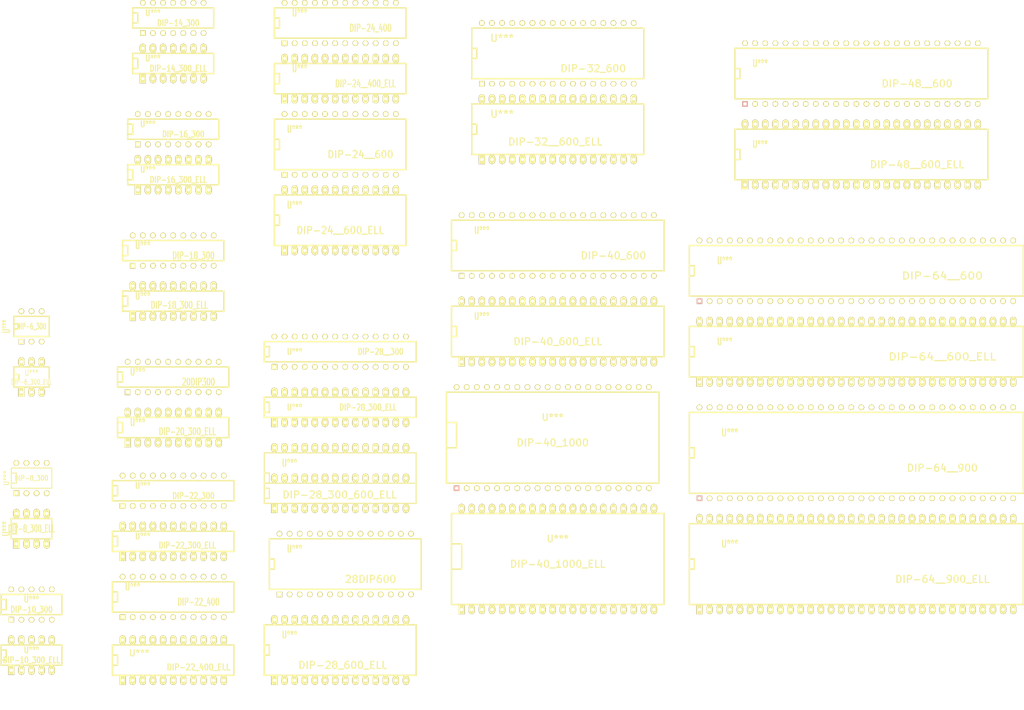
<source format=kicad_pcb>
(kicad_pcb (version 3) (host pcbnew "(2013-jul-07)-stable")

  (general
    (links 0)
    (no_connects 0)
    (area 19.92249 15.5575 278.574501 193.9798)
    (thickness 1.6002)
    (drawings 14)
    (tracks 0)
    (zones 0)
    (modules 39)
    (nets 1)
  )

  (page A4)
  (layers
    (15 Component signal)
    (0 bottom signal)
    (16 B.Adhes user)
    (17 F.Adhes user)
    (18 B.Paste user)
    (19 F.Paste user)
    (20 B.SilkS user)
    (21 F.SilkS user)
    (22 B.Mask user)
    (23 F.Mask user)
    (24 Dwgs.User user)
    (25 Cmts.User user)
    (26 Eco1.User user)
    (27 Eco2.User user)
    (28 Edge.Cuts user)
  )

  (setup
    (last_trace_width 0.2032)
    (trace_clearance 0.254)
    (zone_clearance 0.508)
    (zone_45_only no)
    (trace_min 0.2032)
    (segment_width 0.381)
    (edge_width 0.381)
    (via_size 0.889)
    (via_drill 0.635)
    (via_min_size 0.889)
    (via_min_drill 0.508)
    (uvia_size 0.508)
    (uvia_drill 0.127)
    (uvias_allowed no)
    (uvia_min_size 0.508)
    (uvia_min_drill 0.127)
    (pcb_text_width 0.3048)
    (pcb_text_size 1.524 2.032)
    (mod_edge_width 0.381)
    (mod_text_size 1.524 1.524)
    (mod_text_width 0.3048)
    (pad_size 1.524 1.524)
    (pad_drill 0.8128)
    (pad_to_mask_clearance 0.254)
    (aux_axis_origin 0 0)
    (visible_elements FFFFFFBF)
    (pcbplotparams
      (layerselection 2097152)
      (usegerberextensions true)
      (excludeedgelayer false)
      (linewidth 0.150000)
      (plotframeref true)
      (viasonmask false)
      (mode 1)
      (useauxorigin false)
      (hpglpennumber 1)
      (hpglpenspeed 20)
      (hpglpendiameter 15)
      (hpglpenoverlay 0)
      (psnegative false)
      (psa4output false)
      (plotreference true)
      (plotvalue true)
      (plotothertext false)
      (plotinvisibletext false)
      (padsonsilk true)
      (subtractmaskfromsilk false)
      (outputformat 2)
      (mirror false)
      (drillshape 1)
      (scaleselection 1)
      (outputdirectory ""))
  )

  (net 0 "")

  (net_class Default "Ceci est la Netclass par défaut"
    (clearance 0.254)
    (trace_width 0.2032)
    (via_dia 0.889)
    (via_drill 0.635)
    (uvia_dia 0.508)
    (uvia_drill 0.127)
    (add_net "")
  )

  (module DIP-64__600 (layer Component) (tedit 200000) (tstamp 49246CCD)
    (at 236.22 83.82)
    (descr "Module Dil 64 pins, pads ronds, e=600 mils")
    (tags DIL)
    (path DIP-64__600)
    (fp_text reference U*** (at -33.02 -2.54) (layer F.SilkS)
      (effects (font (size 1.778 1.143) (thickness 0.28702)))
    )
    (fp_text value DIP-64__600 (at 21.59 1.27) (layer F.SilkS)
      (effects (font (size 1.778 2.032) (thickness 0.3048)))
    )
    (fp_line (start -41.91 -1.27) (end -40.64 -1.27) (layer F.SilkS) (width 0.381))
    (fp_line (start -40.64 -1.27) (end -40.64 1.27) (layer F.SilkS) (width 0.381))
    (fp_line (start -40.64 1.27) (end -41.91 1.27) (layer F.SilkS) (width 0.381))
    (fp_line (start -41.91 -6.35) (end 41.91 -6.35) (layer F.SilkS) (width 0.381))
    (fp_line (start 41.91 -6.35) (end 41.91 6.35) (layer F.SilkS) (width 0.381))
    (fp_line (start 41.91 6.35) (end -41.91 6.35) (layer F.SilkS) (width 0.381))
    (fp_line (start -41.91 6.35) (end -41.91 -6.35) (layer F.SilkS) (width 0.381))
    (pad 1 thru_hole rect (at -39.37 7.62) (size 1.397 1.397) (drill 0.8128)
      (layers *.Cu *.SilkS *.Mask)
    )
    (pad 2 thru_hole circle (at -36.83 7.62) (size 1.397 1.397) (drill 0.8128)
      (layers *.Cu *.Mask F.SilkS)
    )
    (pad 3 thru_hole circle (at -34.29 7.62) (size 1.397 1.397) (drill 0.8128)
      (layers *.Cu *.Mask F.SilkS)
    )
    (pad 4 thru_hole circle (at -31.75 7.62) (size 1.397 1.397) (drill 0.8128)
      (layers *.Cu *.Mask F.SilkS)
    )
    (pad 5 thru_hole circle (at -29.21 7.62) (size 1.397 1.397) (drill 0.8128)
      (layers *.Cu *.Mask F.SilkS)
    )
    (pad 6 thru_hole circle (at -26.67 7.62) (size 1.397 1.397) (drill 0.8128)
      (layers *.Cu *.Mask F.SilkS)
    )
    (pad 7 thru_hole circle (at -24.13 7.62) (size 1.397 1.397) (drill 0.8128)
      (layers *.Cu *.Mask F.SilkS)
    )
    (pad 8 thru_hole circle (at -21.59 7.62) (size 1.397 1.397) (drill 0.8128)
      (layers *.Cu *.Mask F.SilkS)
    )
    (pad 9 thru_hole circle (at -19.05 7.62) (size 1.397 1.397) (drill 0.8128)
      (layers *.Cu *.Mask F.SilkS)
    )
    (pad 10 thru_hole circle (at -16.51 7.62) (size 1.397 1.397) (drill 0.8128)
      (layers *.Cu *.Mask F.SilkS)
    )
    (pad 11 thru_hole circle (at -13.97 7.62) (size 1.397 1.397) (drill 0.8128)
      (layers *.Cu *.Mask F.SilkS)
    )
    (pad 12 thru_hole circle (at -11.43 7.62) (size 1.397 1.397) (drill 0.8128)
      (layers *.Cu *.Mask F.SilkS)
    )
    (pad 13 thru_hole circle (at -8.89 7.62) (size 1.397 1.397) (drill 0.8128)
      (layers *.Cu *.Mask F.SilkS)
    )
    (pad 14 thru_hole circle (at -6.35 7.62) (size 1.397 1.397) (drill 0.8128)
      (layers *.Cu *.Mask F.SilkS)
    )
    (pad 15 thru_hole circle (at -3.81 7.62) (size 1.397 1.397) (drill 0.8128)
      (layers *.Cu *.Mask F.SilkS)
    )
    (pad 16 thru_hole circle (at -1.27 7.62) (size 1.397 1.397) (drill 0.8128)
      (layers *.Cu *.Mask F.SilkS)
    )
    (pad 17 thru_hole circle (at 1.27 7.62) (size 1.397 1.397) (drill 0.8128)
      (layers *.Cu *.Mask F.SilkS)
    )
    (pad 18 thru_hole circle (at 3.81 7.62) (size 1.397 1.397) (drill 0.8128)
      (layers *.Cu *.Mask F.SilkS)
    )
    (pad 19 thru_hole circle (at 6.35 7.62) (size 1.397 1.397) (drill 0.8128)
      (layers *.Cu *.Mask F.SilkS)
    )
    (pad 20 thru_hole circle (at 8.89 7.62) (size 1.397 1.397) (drill 0.8128)
      (layers *.Cu *.Mask F.SilkS)
    )
    (pad 21 thru_hole circle (at 11.43 7.62) (size 1.397 1.397) (drill 0.8128)
      (layers *.Cu *.Mask F.SilkS)
    )
    (pad 22 thru_hole circle (at 13.97 7.62) (size 1.397 1.397) (drill 0.8128)
      (layers *.Cu *.Mask F.SilkS)
    )
    (pad 23 thru_hole circle (at 16.51 7.62) (size 1.397 1.397) (drill 0.8128)
      (layers *.Cu *.Mask F.SilkS)
    )
    (pad 24 thru_hole circle (at 19.05 7.62) (size 1.397 1.397) (drill 0.8128)
      (layers *.Cu *.Mask F.SilkS)
    )
    (pad 25 thru_hole circle (at 21.59 7.62) (size 1.397 1.397) (drill 0.8128)
      (layers *.Cu *.Mask F.SilkS)
    )
    (pad 26 thru_hole circle (at 24.13 7.62) (size 1.397 1.397) (drill 0.8128)
      (layers *.Cu *.Mask F.SilkS)
    )
    (pad 27 thru_hole circle (at 26.67 7.62) (size 1.397 1.397) (drill 0.8128)
      (layers *.Cu *.Mask F.SilkS)
    )
    (pad 28 thru_hole circle (at 29.21 7.62) (size 1.397 1.397) (drill 0.8128)
      (layers *.Cu *.Mask F.SilkS)
    )
    (pad 29 thru_hole circle (at 31.75 7.62) (size 1.397 1.397) (drill 0.8128)
      (layers *.Cu *.Mask F.SilkS)
    )
    (pad 30 thru_hole circle (at 34.29 7.62) (size 1.397 1.397) (drill 0.8128)
      (layers *.Cu *.Mask F.SilkS)
    )
    (pad 31 thru_hole circle (at 36.83 7.62) (size 1.397 1.397) (drill 0.8128)
      (layers *.Cu *.Mask F.SilkS)
    )
    (pad 32 thru_hole circle (at 39.37 7.62) (size 1.397 1.397) (drill 0.8128)
      (layers *.Cu *.Mask F.SilkS)
    )
    (pad 33 thru_hole circle (at 39.37 -7.62) (size 1.397 1.397) (drill 0.8128)
      (layers *.Cu *.Mask F.SilkS)
    )
    (pad 34 thru_hole circle (at 36.83 -7.62) (size 1.397 1.397) (drill 0.8128)
      (layers *.Cu *.Mask F.SilkS)
    )
    (pad 35 thru_hole circle (at 34.29 -7.62) (size 1.397 1.397) (drill 0.8128)
      (layers *.Cu *.Mask F.SilkS)
    )
    (pad 36 thru_hole circle (at 31.75 -7.62) (size 1.397 1.397) (drill 0.8128)
      (layers *.Cu *.Mask F.SilkS)
    )
    (pad 37 thru_hole circle (at 29.21 -7.62) (size 1.397 1.397) (drill 0.8128)
      (layers *.Cu *.Mask F.SilkS)
    )
    (pad 38 thru_hole circle (at 26.67 -7.62) (size 1.397 1.397) (drill 0.8128)
      (layers *.Cu *.Mask F.SilkS)
    )
    (pad 39 thru_hole circle (at 24.13 -7.62) (size 1.397 1.397) (drill 0.8128)
      (layers *.Cu *.Mask F.SilkS)
    )
    (pad 40 thru_hole circle (at 21.59 -7.62) (size 1.397 1.397) (drill 0.8128)
      (layers *.Cu *.Mask F.SilkS)
    )
    (pad 41 thru_hole circle (at 19.05 -7.62) (size 1.397 1.397) (drill 0.8128)
      (layers *.Cu *.Mask F.SilkS)
    )
    (pad 42 thru_hole circle (at 16.51 -7.62) (size 1.397 1.397) (drill 0.8128)
      (layers *.Cu *.Mask F.SilkS)
    )
    (pad 43 thru_hole circle (at 13.97 -7.62) (size 1.397 1.397) (drill 0.8128)
      (layers *.Cu *.Mask F.SilkS)
    )
    (pad 44 thru_hole circle (at 11.43 -7.62) (size 1.397 1.397) (drill 0.8128)
      (layers *.Cu *.Mask F.SilkS)
    )
    (pad 45 thru_hole circle (at 8.89 -7.62) (size 1.397 1.397) (drill 0.8128)
      (layers *.Cu *.Mask F.SilkS)
    )
    (pad 46 thru_hole circle (at 6.35 -7.62) (size 1.397 1.397) (drill 0.8128)
      (layers *.Cu *.Mask F.SilkS)
    )
    (pad 47 thru_hole circle (at 3.81 -7.62) (size 1.397 1.397) (drill 0.8128)
      (layers *.Cu *.Mask F.SilkS)
    )
    (pad 48 thru_hole circle (at 1.27 -7.62) (size 1.397 1.397) (drill 0.8128)
      (layers *.Cu *.Mask F.SilkS)
    )
    (pad 49 thru_hole circle (at -1.27 -7.62) (size 1.397 1.397) (drill 0.8128)
      (layers *.Cu *.Mask F.SilkS)
    )
    (pad 50 thru_hole circle (at -3.81 -7.62) (size 1.397 1.397) (drill 0.8128)
      (layers *.Cu *.Mask F.SilkS)
    )
    (pad 51 thru_hole circle (at -6.35 -7.62) (size 1.397 1.397) (drill 0.8128)
      (layers *.Cu *.Mask F.SilkS)
    )
    (pad 52 thru_hole circle (at -8.89 -7.62) (size 1.397 1.397) (drill 0.8128)
      (layers *.Cu *.Mask F.SilkS)
    )
    (pad 53 thru_hole circle (at -11.43 -7.62) (size 1.397 1.397) (drill 0.8128)
      (layers *.Cu *.Mask F.SilkS)
    )
    (pad 54 thru_hole circle (at -13.97 -7.62) (size 1.397 1.397) (drill 0.8128)
      (layers *.Cu *.Mask F.SilkS)
    )
    (pad 55 thru_hole circle (at -16.51 -7.62) (size 1.397 1.397) (drill 0.8128)
      (layers *.Cu *.Mask F.SilkS)
    )
    (pad 56 thru_hole circle (at -19.05 -7.62) (size 1.397 1.397) (drill 0.8128)
      (layers *.Cu *.Mask F.SilkS)
    )
    (pad 57 thru_hole circle (at -21.59 -7.62) (size 1.397 1.397) (drill 0.8128)
      (layers *.Cu *.Mask F.SilkS)
    )
    (pad 58 thru_hole circle (at -24.13 -7.62) (size 1.397 1.397) (drill 0.8128)
      (layers *.Cu *.Mask F.SilkS)
    )
    (pad 59 thru_hole circle (at -26.67 -7.62) (size 1.397 1.397) (drill 0.8128)
      (layers *.Cu *.Mask F.SilkS)
    )
    (pad 60 thru_hole circle (at -29.21 -7.62) (size 1.397 1.397) (drill 0.8128)
      (layers *.Cu *.Mask F.SilkS)
    )
    (pad 61 thru_hole circle (at -31.75 -7.62) (size 1.397 1.397) (drill 0.8128)
      (layers *.Cu *.Mask F.SilkS)
    )
    (pad 62 thru_hole circle (at -34.29 -7.62) (size 1.397 1.397) (drill 0.8128)
      (layers *.Cu *.Mask F.SilkS)
    )
    (pad 63 thru_hole circle (at -36.83 -7.62) (size 1.397 1.397) (drill 0.8128)
      (layers *.Cu *.Mask F.SilkS)
    )
    (pad 64 thru_hole circle (at -39.37 -7.62) (size 1.397 1.397) (drill 0.8128)
      (layers *.Cu *.Mask F.SilkS)
    )
    (model dil/dil_64-w600.wrl
      (at (xyz 0 0 0))
      (scale (xyz 1 1 1))
      (rotate (xyz 0 0 0))
    )
  )

  (module DIP-64__600_ELL (layer Component) (tedit 200000) (tstamp 49246CF6)
    (at 236.22 104.14)
    (descr "Module Dil 64 pins, pads elliptiques, e=600 mils")
    (tags DIL)
    (path DIP-64__600_ELL)
    (fp_text reference U*** (at -33.02 -2.54) (layer F.SilkS)
      (effects (font (size 1.778 1.143) (thickness 0.28702)))
    )
    (fp_text value DIP-64__600_ELL (at 21.59 1.27) (layer F.SilkS)
      (effects (font (size 1.778 2.032) (thickness 0.3048)))
    )
    (fp_line (start -41.91 -1.27) (end -40.64 -1.27) (layer F.SilkS) (width 0.381))
    (fp_line (start -40.64 -1.27) (end -40.64 1.27) (layer F.SilkS) (width 0.381))
    (fp_line (start -40.64 1.27) (end -41.91 1.27) (layer F.SilkS) (width 0.381))
    (fp_line (start -41.91 -6.35) (end 41.91 -6.35) (layer F.SilkS) (width 0.381))
    (fp_line (start 41.91 -6.35) (end 41.91 6.35) (layer F.SilkS) (width 0.381))
    (fp_line (start 41.91 6.35) (end -41.91 6.35) (layer F.SilkS) (width 0.381))
    (fp_line (start -41.91 6.35) (end -41.91 -6.35) (layer F.SilkS) (width 0.381))
    (pad 1 thru_hole rect (at -39.37 7.62) (size 1.5748 2.286) (drill 0.8128)
      (layers *.Cu *.Mask F.SilkS)
    )
    (pad 2 thru_hole oval (at -36.83 7.62) (size 1.5748 2.286) (drill 0.8128)
      (layers *.Cu *.Mask F.SilkS)
    )
    (pad 3 thru_hole oval (at -34.29 7.62) (size 1.5748 2.286) (drill 0.8128)
      (layers *.Cu *.Mask F.SilkS)
    )
    (pad 4 thru_hole oval (at -31.75 7.62) (size 1.5748 2.286) (drill 0.8128)
      (layers *.Cu *.Mask F.SilkS)
    )
    (pad 5 thru_hole oval (at -29.21 7.62) (size 1.5748 2.286) (drill 0.8128)
      (layers *.Cu *.Mask F.SilkS)
    )
    (pad 6 thru_hole oval (at -26.67 7.62) (size 1.5748 2.286) (drill 0.8128)
      (layers *.Cu *.Mask F.SilkS)
    )
    (pad 7 thru_hole oval (at -24.13 7.62) (size 1.5748 2.286) (drill 0.8128)
      (layers *.Cu *.Mask F.SilkS)
    )
    (pad 8 thru_hole oval (at -21.59 7.62) (size 1.5748 2.286) (drill 0.8128)
      (layers *.Cu *.Mask F.SilkS)
    )
    (pad 9 thru_hole oval (at -19.05 7.62) (size 1.5748 2.286) (drill 0.8128)
      (layers *.Cu *.Mask F.SilkS)
    )
    (pad 10 thru_hole oval (at -16.51 7.62) (size 1.5748 2.286) (drill 0.8128)
      (layers *.Cu *.Mask F.SilkS)
    )
    (pad 11 thru_hole oval (at -13.97 7.62) (size 1.5748 2.286) (drill 0.8128)
      (layers *.Cu *.Mask F.SilkS)
    )
    (pad 12 thru_hole oval (at -11.43 7.62) (size 1.5748 2.286) (drill 0.8128)
      (layers *.Cu *.Mask F.SilkS)
    )
    (pad 13 thru_hole oval (at -8.89 7.62) (size 1.5748 2.286) (drill 0.8128)
      (layers *.Cu *.Mask F.SilkS)
    )
    (pad 14 thru_hole oval (at -6.35 7.62) (size 1.5748 2.286) (drill 0.8128)
      (layers *.Cu *.Mask F.SilkS)
    )
    (pad 15 thru_hole oval (at -3.81 7.62) (size 1.5748 2.286) (drill 0.8128)
      (layers *.Cu *.Mask F.SilkS)
    )
    (pad 16 thru_hole oval (at -1.27 7.62) (size 1.5748 2.286) (drill 0.8128)
      (layers *.Cu *.Mask F.SilkS)
    )
    (pad 17 thru_hole oval (at 1.27 7.62) (size 1.5748 2.286) (drill 0.8128)
      (layers *.Cu *.Mask F.SilkS)
    )
    (pad 18 thru_hole oval (at 3.81 7.62) (size 1.5748 2.286) (drill 0.8128)
      (layers *.Cu *.Mask F.SilkS)
    )
    (pad 19 thru_hole oval (at 6.35 7.62) (size 1.5748 2.286) (drill 0.8128)
      (layers *.Cu *.Mask F.SilkS)
    )
    (pad 20 thru_hole oval (at 8.89 7.62) (size 1.5748 2.286) (drill 0.8128)
      (layers *.Cu *.Mask F.SilkS)
    )
    (pad 21 thru_hole oval (at 11.43 7.62) (size 1.5748 2.286) (drill 0.8128)
      (layers *.Cu *.Mask F.SilkS)
    )
    (pad 22 thru_hole oval (at 13.97 7.62) (size 1.5748 2.286) (drill 0.8128)
      (layers *.Cu *.Mask F.SilkS)
    )
    (pad 23 thru_hole oval (at 16.51 7.62) (size 1.5748 2.286) (drill 0.8128)
      (layers *.Cu *.Mask F.SilkS)
    )
    (pad 24 thru_hole oval (at 19.05 7.62) (size 1.5748 2.286) (drill 0.8128)
      (layers *.Cu *.Mask F.SilkS)
    )
    (pad 25 thru_hole oval (at 21.59 7.62) (size 1.5748 2.286) (drill 0.8128)
      (layers *.Cu *.Mask F.SilkS)
    )
    (pad 26 thru_hole oval (at 24.13 7.62) (size 1.5748 2.286) (drill 0.8128)
      (layers *.Cu *.Mask F.SilkS)
    )
    (pad 27 thru_hole oval (at 26.67 7.62) (size 1.5748 2.286) (drill 0.8128)
      (layers *.Cu *.Mask F.SilkS)
    )
    (pad 28 thru_hole oval (at 29.21 7.62) (size 1.5748 2.286) (drill 0.8128)
      (layers *.Cu *.Mask F.SilkS)
    )
    (pad 29 thru_hole oval (at 31.75 7.62) (size 1.5748 2.286) (drill 0.8128)
      (layers *.Cu *.Mask F.SilkS)
    )
    (pad 30 thru_hole oval (at 34.29 7.62) (size 1.5748 2.286) (drill 0.8128)
      (layers *.Cu *.Mask F.SilkS)
    )
    (pad 31 thru_hole oval (at 36.83 7.62) (size 1.5748 2.286) (drill 0.8128)
      (layers *.Cu *.Mask F.SilkS)
    )
    (pad 32 thru_hole oval (at 39.37 7.62) (size 1.5748 2.286) (drill 0.8128)
      (layers *.Cu *.Mask F.SilkS)
    )
    (pad 33 thru_hole oval (at 39.37 -7.62) (size 1.5748 2.286) (drill 0.8128)
      (layers *.Cu *.Mask F.SilkS)
    )
    (pad 34 thru_hole oval (at 36.83 -7.62) (size 1.5748 2.286) (drill 0.8128)
      (layers *.Cu *.Mask F.SilkS)
    )
    (pad 35 thru_hole oval (at 34.29 -7.62) (size 1.5748 2.286) (drill 0.8128)
      (layers *.Cu *.Mask F.SilkS)
    )
    (pad 36 thru_hole oval (at 31.75 -7.62) (size 1.5748 2.286) (drill 0.8128)
      (layers *.Cu *.Mask F.SilkS)
    )
    (pad 37 thru_hole oval (at 29.21 -7.62) (size 1.5748 2.286) (drill 0.8128)
      (layers *.Cu *.Mask F.SilkS)
    )
    (pad 38 thru_hole oval (at 26.67 -7.62) (size 1.5748 2.286) (drill 0.8128)
      (layers *.Cu *.Mask F.SilkS)
    )
    (pad 39 thru_hole oval (at 24.13 -7.62) (size 1.5748 2.286) (drill 0.8128)
      (layers *.Cu *.Mask F.SilkS)
    )
    (pad 40 thru_hole oval (at 21.59 -7.62) (size 1.5748 2.286) (drill 0.8128)
      (layers *.Cu *.Mask F.SilkS)
    )
    (pad 41 thru_hole oval (at 19.05 -7.62) (size 1.5748 2.286) (drill 0.8128)
      (layers *.Cu *.Mask F.SilkS)
    )
    (pad 42 thru_hole oval (at 16.51 -7.62) (size 1.5748 2.286) (drill 0.8128)
      (layers *.Cu *.Mask F.SilkS)
    )
    (pad 43 thru_hole oval (at 13.97 -7.62) (size 1.5748 2.286) (drill 0.8128)
      (layers *.Cu *.Mask F.SilkS)
    )
    (pad 44 thru_hole oval (at 11.43 -7.62) (size 1.5748 2.286) (drill 0.8128)
      (layers *.Cu *.Mask F.SilkS)
    )
    (pad 45 thru_hole oval (at 8.89 -7.62) (size 1.5748 2.286) (drill 0.8128)
      (layers *.Cu *.Mask F.SilkS)
    )
    (pad 46 thru_hole oval (at 6.35 -7.62) (size 1.5748 2.286) (drill 0.8128)
      (layers *.Cu *.Mask F.SilkS)
    )
    (pad 47 thru_hole oval (at 3.81 -7.62) (size 1.5748 2.286) (drill 0.8128)
      (layers *.Cu *.Mask F.SilkS)
    )
    (pad 48 thru_hole oval (at 1.27 -7.62) (size 1.5748 2.286) (drill 0.8128)
      (layers *.Cu *.Mask F.SilkS)
    )
    (pad 49 thru_hole oval (at -1.27 -7.62) (size 1.5748 2.286) (drill 0.8128)
      (layers *.Cu *.Mask F.SilkS)
    )
    (pad 50 thru_hole oval (at -3.81 -7.62) (size 1.5748 2.286) (drill 0.8128)
      (layers *.Cu *.Mask F.SilkS)
    )
    (pad 51 thru_hole oval (at -6.35 -7.62) (size 1.5748 2.286) (drill 0.8128)
      (layers *.Cu *.Mask F.SilkS)
    )
    (pad 52 thru_hole oval (at -8.89 -7.62) (size 1.5748 2.286) (drill 0.8128)
      (layers *.Cu *.Mask F.SilkS)
    )
    (pad 53 thru_hole oval (at -11.43 -7.62) (size 1.5748 2.286) (drill 0.8128)
      (layers *.Cu *.Mask F.SilkS)
    )
    (pad 54 thru_hole oval (at -13.97 -7.62) (size 1.5748 2.286) (drill 0.8128)
      (layers *.Cu *.Mask F.SilkS)
    )
    (pad 55 thru_hole oval (at -16.51 -7.62) (size 1.5748 2.286) (drill 0.8128)
      (layers *.Cu *.Mask F.SilkS)
    )
    (pad 56 thru_hole oval (at -19.05 -7.62) (size 1.5748 2.286) (drill 0.8128)
      (layers *.Cu *.Mask F.SilkS)
    )
    (pad 57 thru_hole oval (at -21.59 -7.62) (size 1.5748 2.286) (drill 0.8128)
      (layers *.Cu *.Mask F.SilkS)
    )
    (pad 58 thru_hole oval (at -24.13 -7.62) (size 1.5748 2.286) (drill 0.8128)
      (layers *.Cu *.Mask F.SilkS)
    )
    (pad 59 thru_hole oval (at -26.67 -7.62) (size 1.5748 2.286) (drill 0.8128)
      (layers *.Cu *.Mask F.SilkS)
    )
    (pad 60 thru_hole oval (at -29.21 -7.62) (size 1.5748 2.286) (drill 0.8128)
      (layers *.Cu *.Mask F.SilkS)
    )
    (pad 61 thru_hole oval (at -31.75 -7.62) (size 1.5748 2.286) (drill 0.8128)
      (layers *.Cu *.Mask F.SilkS)
    )
    (pad 62 thru_hole oval (at -34.29 -7.62) (size 1.5748 2.286) (drill 0.8128)
      (layers *.Cu *.Mask F.SilkS)
    )
    (pad 63 thru_hole oval (at -36.83 -7.62) (size 1.5748 2.286) (drill 0.8128)
      (layers *.Cu *.Mask F.SilkS)
    )
    (pad 64 thru_hole oval (at -39.37 -7.62) (size 1.5748 2.286) (drill 0.8128)
      (layers *.Cu *.Mask F.SilkS)
    )
    (model dil/dil_64-w600.wrl
      (at (xyz 0 0 0))
      (scale (xyz 1 1 1))
      (rotate (xyz 0 0 0))
    )
  )

  (module DIP-64__900 (layer Component) (tedit 200000) (tstamp 49246D92)
    (at 236.22 129.54)
    (descr "Module Dil 64 pins, pads ronds, e=900 mils")
    (tags DIL)
    (path DIP-64__900)
    (fp_text reference U*** (at -31.75 -5.08) (layer F.SilkS)
      (effects (font (size 1.778 1.27) (thickness 0.3048)))
    )
    (fp_text value DIP-64__900 (at 21.59 3.81) (layer F.SilkS)
      (effects (font (size 1.778 1.778) (thickness 0.3048)))
    )
    (fp_line (start -41.91 1.27) (end -40.64 1.27) (layer F.SilkS) (width 0.381))
    (fp_line (start -40.64 1.27) (end -40.64 -1.27) (layer F.SilkS) (width 0.381))
    (fp_line (start -40.64 -1.27) (end -41.91 -1.27) (layer F.SilkS) (width 0.381))
    (fp_line (start -41.91 -10.16) (end 41.91 -10.16) (layer F.SilkS) (width 0.381))
    (fp_line (start 41.91 -10.16) (end 41.91 10.16) (layer F.SilkS) (width 0.381))
    (fp_line (start 41.91 10.16) (end -41.91 10.16) (layer F.SilkS) (width 0.381))
    (fp_line (start -41.91 10.16) (end -41.91 -10.16) (layer F.SilkS) (width 0.381))
    (pad 1 thru_hole rect (at -39.37 11.43) (size 1.397 1.397) (drill 0.8128)
      (layers *.Cu *.SilkS *.Mask)
    )
    (pad 2 thru_hole circle (at -36.83 11.43) (size 1.397 1.397) (drill 0.8128)
      (layers *.Cu *.Mask F.SilkS)
    )
    (pad 3 thru_hole circle (at -34.29 11.43) (size 1.397 1.397) (drill 0.8128)
      (layers *.Cu *.Mask F.SilkS)
    )
    (pad 4 thru_hole circle (at -31.75 11.43) (size 1.397 1.397) (drill 0.8128)
      (layers *.Cu *.Mask F.SilkS)
    )
    (pad 5 thru_hole circle (at -29.21 11.43) (size 1.397 1.397) (drill 0.8128)
      (layers *.Cu *.Mask F.SilkS)
    )
    (pad 6 thru_hole circle (at -26.67 11.43) (size 1.397 1.397) (drill 0.8128)
      (layers *.Cu *.Mask F.SilkS)
    )
    (pad 7 thru_hole circle (at -24.13 11.43) (size 1.397 1.397) (drill 0.8128)
      (layers *.Cu *.Mask F.SilkS)
    )
    (pad 8 thru_hole circle (at -21.59 11.43) (size 1.397 1.397) (drill 0.8128)
      (layers *.Cu *.Mask F.SilkS)
    )
    (pad 9 thru_hole circle (at -19.05 11.43) (size 1.397 1.397) (drill 0.8128)
      (layers *.Cu *.Mask F.SilkS)
    )
    (pad 10 thru_hole circle (at -16.51 11.43) (size 1.397 1.397) (drill 0.8128)
      (layers *.Cu *.Mask F.SilkS)
    )
    (pad 11 thru_hole circle (at -13.97 11.43) (size 1.397 1.397) (drill 0.8128)
      (layers *.Cu *.Mask F.SilkS)
    )
    (pad 12 thru_hole circle (at -11.43 11.43) (size 1.397 1.397) (drill 0.8128)
      (layers *.Cu *.Mask F.SilkS)
    )
    (pad 13 thru_hole circle (at -8.89 11.43) (size 1.397 1.397) (drill 0.8128)
      (layers *.Cu *.Mask F.SilkS)
    )
    (pad 14 thru_hole circle (at -6.35 11.43) (size 1.397 1.397) (drill 0.8128)
      (layers *.Cu *.Mask F.SilkS)
    )
    (pad 15 thru_hole circle (at -3.81 11.43) (size 1.397 1.397) (drill 0.8128)
      (layers *.Cu *.Mask F.SilkS)
    )
    (pad 16 thru_hole circle (at -1.27 11.43) (size 1.397 1.397) (drill 0.8128)
      (layers *.Cu *.Mask F.SilkS)
    )
    (pad 17 thru_hole circle (at 1.27 11.43) (size 1.397 1.397) (drill 0.8128)
      (layers *.Cu *.Mask F.SilkS)
    )
    (pad 18 thru_hole circle (at 3.81 11.43) (size 1.397 1.397) (drill 0.8128)
      (layers *.Cu *.Mask F.SilkS)
    )
    (pad 19 thru_hole circle (at 6.35 11.43) (size 1.397 1.397) (drill 0.8128)
      (layers *.Cu *.Mask F.SilkS)
    )
    (pad 20 thru_hole circle (at 8.89 11.43) (size 1.397 1.397) (drill 0.8128)
      (layers *.Cu *.Mask F.SilkS)
    )
    (pad 21 thru_hole circle (at 11.43 11.43) (size 1.397 1.397) (drill 0.8128)
      (layers *.Cu *.Mask F.SilkS)
    )
    (pad 22 thru_hole circle (at 13.97 11.43) (size 1.397 1.397) (drill 0.8128)
      (layers *.Cu *.Mask F.SilkS)
    )
    (pad 23 thru_hole circle (at 16.51 11.43) (size 1.397 1.397) (drill 0.8128)
      (layers *.Cu *.Mask F.SilkS)
    )
    (pad 24 thru_hole circle (at 19.05 11.43) (size 1.397 1.397) (drill 0.8128)
      (layers *.Cu *.Mask F.SilkS)
    )
    (pad 25 thru_hole circle (at 21.59 11.43) (size 1.397 1.397) (drill 0.8128)
      (layers *.Cu *.Mask F.SilkS)
    )
    (pad 26 thru_hole circle (at 24.13 11.43) (size 1.397 1.397) (drill 0.8128)
      (layers *.Cu *.Mask F.SilkS)
    )
    (pad 27 thru_hole circle (at 26.67 11.43) (size 1.397 1.397) (drill 0.8128)
      (layers *.Cu *.Mask F.SilkS)
    )
    (pad 28 thru_hole circle (at 29.21 11.43) (size 1.397 1.397) (drill 0.8128)
      (layers *.Cu *.Mask F.SilkS)
    )
    (pad 29 thru_hole circle (at 31.75 11.43) (size 1.397 1.397) (drill 0.8128)
      (layers *.Cu *.Mask F.SilkS)
    )
    (pad 30 thru_hole circle (at 34.29 11.43) (size 1.397 1.397) (drill 0.8128)
      (layers *.Cu *.Mask F.SilkS)
    )
    (pad 31 thru_hole circle (at 36.83 11.43) (size 1.397 1.397) (drill 0.8128)
      (layers *.Cu *.Mask F.SilkS)
    )
    (pad 32 thru_hole circle (at 39.37 11.43) (size 1.397 1.397) (drill 0.8128)
      (layers *.Cu *.Mask F.SilkS)
    )
    (pad 33 thru_hole circle (at 39.37 -11.43) (size 1.397 1.397) (drill 0.8128)
      (layers *.Cu *.Mask F.SilkS)
    )
    (pad 34 thru_hole circle (at 36.83 -11.43) (size 1.397 1.397) (drill 0.8128)
      (layers *.Cu *.Mask F.SilkS)
    )
    (pad 35 thru_hole circle (at 34.29 -11.43) (size 1.397 1.397) (drill 0.8128)
      (layers *.Cu *.Mask F.SilkS)
    )
    (pad 36 thru_hole circle (at 31.75 -11.43) (size 1.397 1.397) (drill 0.8128)
      (layers *.Cu *.Mask F.SilkS)
    )
    (pad 37 thru_hole circle (at 29.21 -11.43) (size 1.397 1.397) (drill 0.8128)
      (layers *.Cu *.Mask F.SilkS)
    )
    (pad 38 thru_hole circle (at 26.67 -11.43) (size 1.397 1.397) (drill 0.8128)
      (layers *.Cu *.Mask F.SilkS)
    )
    (pad 39 thru_hole circle (at 24.13 -11.43) (size 1.397 1.397) (drill 0.8128)
      (layers *.Cu *.Mask F.SilkS)
    )
    (pad 40 thru_hole circle (at 21.59 -11.43) (size 1.397 1.397) (drill 0.8128)
      (layers *.Cu *.Mask F.SilkS)
    )
    (pad 41 thru_hole circle (at 19.05 -11.43) (size 1.397 1.397) (drill 0.8128)
      (layers *.Cu *.Mask F.SilkS)
    )
    (pad 42 thru_hole circle (at 16.51 -11.43) (size 1.397 1.397) (drill 0.8128)
      (layers *.Cu *.Mask F.SilkS)
    )
    (pad 43 thru_hole circle (at 13.97 -11.43) (size 1.397 1.397) (drill 0.8128)
      (layers *.Cu *.Mask F.SilkS)
    )
    (pad 44 thru_hole circle (at 11.43 -11.43) (size 1.397 1.397) (drill 0.8128)
      (layers *.Cu *.Mask F.SilkS)
    )
    (pad 45 thru_hole circle (at 8.89 -11.43) (size 1.397 1.397) (drill 0.8128)
      (layers *.Cu *.Mask F.SilkS)
    )
    (pad 46 thru_hole circle (at 6.35 -11.43) (size 1.397 1.397) (drill 0.8128)
      (layers *.Cu *.Mask F.SilkS)
    )
    (pad 47 thru_hole circle (at 3.81 -11.43) (size 1.397 1.397) (drill 0.8128)
      (layers *.Cu *.Mask F.SilkS)
    )
    (pad 48 thru_hole circle (at 1.27 -11.43) (size 1.397 1.397) (drill 0.8128)
      (layers *.Cu *.Mask F.SilkS)
    )
    (pad 49 thru_hole circle (at -1.27 -11.43) (size 1.397 1.397) (drill 0.8128)
      (layers *.Cu *.Mask F.SilkS)
    )
    (pad 50 thru_hole circle (at -3.81 -11.43) (size 1.397 1.397) (drill 0.8128)
      (layers *.Cu *.Mask F.SilkS)
    )
    (pad 51 thru_hole circle (at -6.35 -11.43) (size 1.397 1.397) (drill 0.8128)
      (layers *.Cu *.Mask F.SilkS)
    )
    (pad 52 thru_hole circle (at -8.89 -11.43) (size 1.397 1.397) (drill 0.8128)
      (layers *.Cu *.Mask F.SilkS)
    )
    (pad 53 thru_hole circle (at -11.43 -11.43) (size 1.397 1.397) (drill 0.8128)
      (layers *.Cu *.Mask F.SilkS)
    )
    (pad 54 thru_hole circle (at -13.97 -11.43) (size 1.397 1.397) (drill 0.8128)
      (layers *.Cu *.Mask F.SilkS)
    )
    (pad 55 thru_hole circle (at -16.51 -11.43) (size 1.397 1.397) (drill 0.8128)
      (layers *.Cu *.Mask F.SilkS)
    )
    (pad 56 thru_hole circle (at -19.05 -11.43) (size 1.397 1.397) (drill 0.8128)
      (layers *.Cu *.Mask F.SilkS)
    )
    (pad 57 thru_hole circle (at -21.59 -11.43) (size 1.397 1.397) (drill 0.8128)
      (layers *.Cu *.Mask F.SilkS)
    )
    (pad 58 thru_hole circle (at -24.13 -11.43) (size 1.397 1.397) (drill 0.8128)
      (layers *.Cu *.Mask F.SilkS)
    )
    (pad 59 thru_hole circle (at -26.67 -11.43) (size 1.397 1.397) (drill 0.8128)
      (layers *.Cu *.Mask F.SilkS)
    )
    (pad 60 thru_hole circle (at -29.21 -11.43) (size 1.397 1.397) (drill 0.8128)
      (layers *.Cu *.Mask F.SilkS)
    )
    (pad 61 thru_hole circle (at -31.75 -11.43) (size 1.397 1.397) (drill 0.8128)
      (layers *.Cu *.Mask F.SilkS)
    )
    (pad 62 thru_hole circle (at -34.29 -11.43) (size 1.397 1.397) (drill 0.8128)
      (layers *.Cu *.Mask F.SilkS)
    )
    (pad 63 thru_hole circle (at -36.83 -11.43) (size 1.397 1.397) (drill 0.8128)
      (layers *.Cu *.Mask F.SilkS)
    )
    (pad 64 thru_hole circle (at -39.37 -11.43) (size 1.397 1.397) (drill 0.8128)
      (layers *.Cu *.Mask F.SilkS)
    )
    (model dil/dil_64-w600.wrl
      (at (xyz 0 0 0))
      (scale (xyz 1 1.5 1))
      (rotate (xyz 0 0 0))
    )
  )

  (module DIP-64__900_ELL (layer Component) (tedit 200000) (tstamp 49246DA4)
    (at 236.22 157.48)
    (descr "Module Dil 64 pins, pads elliptiques, e=900 mils")
    (tags DIL)
    (path DIP-64__900_ELL)
    (fp_text reference U*** (at -31.75 -5.08) (layer F.SilkS)
      (effects (font (size 1.778 1.27) (thickness 0.3048)))
    )
    (fp_text value DIP-64__900_ELL (at 21.59 3.81) (layer F.SilkS)
      (effects (font (size 1.778 1.778) (thickness 0.3048)))
    )
    (fp_line (start -41.91 1.27) (end -40.64 1.27) (layer F.SilkS) (width 0.381))
    (fp_line (start -40.64 1.27) (end -40.64 -1.27) (layer F.SilkS) (width 0.381))
    (fp_line (start -40.64 -1.27) (end -41.91 -1.27) (layer F.SilkS) (width 0.381))
    (fp_line (start -41.91 -10.16) (end 41.91 -10.16) (layer F.SilkS) (width 0.381))
    (fp_line (start 41.91 -10.16) (end 41.91 10.16) (layer F.SilkS) (width 0.381))
    (fp_line (start 41.91 10.16) (end -41.91 10.16) (layer F.SilkS) (width 0.381))
    (fp_line (start -41.91 10.16) (end -41.91 -10.16) (layer F.SilkS) (width 0.381))
    (pad 1 thru_hole rect (at -39.37 11.43) (size 1.5748 2.286) (drill 0.8128)
      (layers *.Cu *.Mask F.SilkS)
    )
    (pad 2 thru_hole oval (at -36.83 11.43) (size 1.5748 2.286) (drill 0.8128)
      (layers *.Cu *.Mask F.SilkS)
    )
    (pad 3 thru_hole oval (at -34.29 11.43) (size 1.5748 2.286) (drill 0.8128)
      (layers *.Cu *.Mask F.SilkS)
    )
    (pad 4 thru_hole oval (at -31.75 11.43) (size 1.5748 2.286) (drill 0.8128)
      (layers *.Cu *.Mask F.SilkS)
    )
    (pad 5 thru_hole oval (at -29.21 11.43) (size 1.5748 2.286) (drill 0.8128)
      (layers *.Cu *.Mask F.SilkS)
    )
    (pad 6 thru_hole oval (at -26.67 11.43) (size 1.5748 2.286) (drill 0.8128)
      (layers *.Cu *.Mask F.SilkS)
    )
    (pad 7 thru_hole oval (at -24.13 11.43) (size 1.5748 2.286) (drill 0.8128)
      (layers *.Cu *.Mask F.SilkS)
    )
    (pad 8 thru_hole oval (at -21.59 11.43) (size 1.5748 2.286) (drill 0.8128)
      (layers *.Cu *.Mask F.SilkS)
    )
    (pad 9 thru_hole oval (at -19.05 11.43) (size 1.5748 2.286) (drill 0.8128)
      (layers *.Cu *.Mask F.SilkS)
    )
    (pad 10 thru_hole oval (at -16.51 11.43) (size 1.5748 2.286) (drill 0.8128)
      (layers *.Cu *.Mask F.SilkS)
    )
    (pad 11 thru_hole oval (at -13.97 11.43) (size 1.5748 2.286) (drill 0.8128)
      (layers *.Cu *.Mask F.SilkS)
    )
    (pad 12 thru_hole oval (at -11.43 11.43) (size 1.5748 2.286) (drill 0.8128)
      (layers *.Cu *.Mask F.SilkS)
    )
    (pad 13 thru_hole oval (at -8.89 11.43) (size 1.5748 2.286) (drill 0.8128)
      (layers *.Cu *.Mask F.SilkS)
    )
    (pad 14 thru_hole oval (at -6.35 11.43) (size 1.5748 2.286) (drill 0.8128)
      (layers *.Cu *.Mask F.SilkS)
    )
    (pad 15 thru_hole oval (at -3.81 11.43) (size 1.5748 2.286) (drill 0.8128)
      (layers *.Cu *.Mask F.SilkS)
    )
    (pad 16 thru_hole oval (at -1.27 11.43) (size 1.5748 2.286) (drill 0.8128)
      (layers *.Cu *.Mask F.SilkS)
    )
    (pad 17 thru_hole oval (at 1.27 11.43) (size 1.5748 2.286) (drill 0.8128)
      (layers *.Cu *.Mask F.SilkS)
    )
    (pad 18 thru_hole oval (at 3.81 11.43) (size 1.5748 2.286) (drill 0.8128)
      (layers *.Cu *.Mask F.SilkS)
    )
    (pad 19 thru_hole oval (at 6.35 11.43) (size 1.5748 2.286) (drill 0.8128)
      (layers *.Cu *.Mask F.SilkS)
    )
    (pad 20 thru_hole oval (at 8.89 11.43) (size 1.5748 2.286) (drill 0.8128)
      (layers *.Cu *.Mask F.SilkS)
    )
    (pad 21 thru_hole oval (at 11.43 11.43) (size 1.5748 2.286) (drill 0.8128)
      (layers *.Cu *.Mask F.SilkS)
    )
    (pad 22 thru_hole oval (at 13.97 11.43) (size 1.5748 2.286) (drill 0.8128)
      (layers *.Cu *.Mask F.SilkS)
    )
    (pad 23 thru_hole oval (at 16.51 11.43) (size 1.5748 2.286) (drill 0.8128)
      (layers *.Cu *.Mask F.SilkS)
    )
    (pad 24 thru_hole oval (at 19.05 11.43) (size 1.5748 2.286) (drill 0.8128)
      (layers *.Cu *.Mask F.SilkS)
    )
    (pad 25 thru_hole oval (at 21.59 11.43) (size 1.5748 2.286) (drill 0.8128)
      (layers *.Cu *.Mask F.SilkS)
    )
    (pad 26 thru_hole oval (at 24.13 11.43) (size 1.5748 2.286) (drill 0.8128)
      (layers *.Cu *.Mask F.SilkS)
    )
    (pad 27 thru_hole oval (at 26.67 11.43) (size 1.5748 2.286) (drill 0.8128)
      (layers *.Cu *.Mask F.SilkS)
    )
    (pad 28 thru_hole oval (at 29.21 11.43) (size 1.5748 2.286) (drill 0.8128)
      (layers *.Cu *.Mask F.SilkS)
    )
    (pad 29 thru_hole oval (at 31.75 11.43) (size 1.5748 2.286) (drill 0.8128)
      (layers *.Cu *.Mask F.SilkS)
    )
    (pad 30 thru_hole oval (at 34.29 11.43) (size 1.5748 2.286) (drill 0.8128)
      (layers *.Cu *.Mask F.SilkS)
    )
    (pad 31 thru_hole oval (at 36.83 11.43) (size 1.5748 2.286) (drill 0.8128)
      (layers *.Cu *.Mask F.SilkS)
    )
    (pad 32 thru_hole oval (at 39.37 11.43) (size 1.5748 2.286) (drill 0.8128)
      (layers *.Cu *.Mask F.SilkS)
    )
    (pad 33 thru_hole oval (at 39.37 -11.43) (size 1.5748 2.286) (drill 0.8128)
      (layers *.Cu *.Mask F.SilkS)
    )
    (pad 34 thru_hole oval (at 36.83 -11.43) (size 1.5748 2.286) (drill 0.8128)
      (layers *.Cu *.Mask F.SilkS)
    )
    (pad 35 thru_hole oval (at 34.29 -11.43) (size 1.5748 2.286) (drill 0.8128)
      (layers *.Cu *.Mask F.SilkS)
    )
    (pad 36 thru_hole oval (at 31.75 -11.43) (size 1.5748 2.286) (drill 0.8128)
      (layers *.Cu *.Mask F.SilkS)
    )
    (pad 37 thru_hole oval (at 29.21 -11.43) (size 1.5748 2.286) (drill 0.8128)
      (layers *.Cu *.Mask F.SilkS)
    )
    (pad 38 thru_hole oval (at 26.67 -11.43) (size 1.5748 2.286) (drill 0.8128)
      (layers *.Cu *.Mask F.SilkS)
    )
    (pad 39 thru_hole oval (at 24.13 -11.43) (size 1.5748 2.286) (drill 0.8128)
      (layers *.Cu *.Mask F.SilkS)
    )
    (pad 40 thru_hole oval (at 21.59 -11.43) (size 1.5748 2.286) (drill 0.8128)
      (layers *.Cu *.Mask F.SilkS)
    )
    (pad 41 thru_hole oval (at 19.05 -11.43) (size 1.5748 2.286) (drill 0.8128)
      (layers *.Cu *.Mask F.SilkS)
    )
    (pad 42 thru_hole oval (at 16.51 -11.43) (size 1.5748 2.286) (drill 0.8128)
      (layers *.Cu *.Mask F.SilkS)
    )
    (pad 43 thru_hole oval (at 13.97 -11.43) (size 1.5748 2.286) (drill 0.8128)
      (layers *.Cu *.Mask F.SilkS)
    )
    (pad 44 thru_hole oval (at 11.43 -11.43) (size 1.5748 2.286) (drill 0.8128)
      (layers *.Cu *.Mask F.SilkS)
    )
    (pad 45 thru_hole oval (at 8.89 -11.43) (size 1.5748 2.286) (drill 0.8128)
      (layers *.Cu *.Mask F.SilkS)
    )
    (pad 46 thru_hole oval (at 6.35 -11.43) (size 1.5748 2.286) (drill 0.8128)
      (layers *.Cu *.Mask F.SilkS)
    )
    (pad 47 thru_hole oval (at 3.81 -11.43) (size 1.5748 2.286) (drill 0.8128)
      (layers *.Cu *.Mask F.SilkS)
    )
    (pad 48 thru_hole oval (at 1.27 -11.43) (size 1.5748 2.286) (drill 0.8128)
      (layers *.Cu *.Mask F.SilkS)
    )
    (pad 49 thru_hole oval (at -1.27 -11.43) (size 1.5748 2.286) (drill 0.8128)
      (layers *.Cu *.Mask F.SilkS)
    )
    (pad 50 thru_hole oval (at -3.81 -11.43) (size 1.5748 2.286) (drill 0.8128)
      (layers *.Cu *.Mask F.SilkS)
    )
    (pad 51 thru_hole oval (at -6.35 -11.43) (size 1.5748 2.286) (drill 0.8128)
      (layers *.Cu *.Mask F.SilkS)
    )
    (pad 52 thru_hole oval (at -8.89 -11.43) (size 1.5748 2.286) (drill 0.8128)
      (layers *.Cu *.Mask F.SilkS)
    )
    (pad 53 thru_hole oval (at -11.43 -11.43) (size 1.5748 2.286) (drill 0.8128)
      (layers *.Cu *.Mask F.SilkS)
    )
    (pad 54 thru_hole oval (at -13.97 -11.43) (size 1.5748 2.286) (drill 0.8128)
      (layers *.Cu *.Mask F.SilkS)
    )
    (pad 55 thru_hole oval (at -16.51 -11.43) (size 1.5748 2.286) (drill 0.8128)
      (layers *.Cu *.Mask F.SilkS)
    )
    (pad 56 thru_hole oval (at -19.05 -11.43) (size 1.5748 2.286) (drill 0.8128)
      (layers *.Cu *.Mask F.SilkS)
    )
    (pad 57 thru_hole oval (at -21.59 -11.43) (size 1.5748 2.286) (drill 0.8128)
      (layers *.Cu *.Mask F.SilkS)
    )
    (pad 58 thru_hole oval (at -24.13 -11.43) (size 1.5748 2.286) (drill 0.8128)
      (layers *.Cu *.Mask F.SilkS)
    )
    (pad 59 thru_hole oval (at -26.67 -11.43) (size 1.5748 2.286) (drill 0.8128)
      (layers *.Cu *.Mask F.SilkS)
    )
    (pad 60 thru_hole oval (at -29.21 -11.43) (size 1.5748 2.286) (drill 0.8128)
      (layers *.Cu *.Mask F.SilkS)
    )
    (pad 61 thru_hole oval (at -31.75 -11.43) (size 1.5748 2.286) (drill 0.8128)
      (layers *.Cu *.Mask F.SilkS)
    )
    (pad 62 thru_hole oval (at -34.29 -11.43) (size 1.5748 2.286) (drill 0.8128)
      (layers *.Cu *.Mask F.SilkS)
    )
    (pad 63 thru_hole oval (at -36.83 -11.43) (size 1.5748 2.286) (drill 0.8128)
      (layers *.Cu *.Mask F.SilkS)
    )
    (pad 64 thru_hole oval (at -39.37 -11.43) (size 1.5748 2.286) (drill 0.8128)
      (layers *.Cu *.Mask F.SilkS)
    )
    (model dil/dil_64-w600.wrl
      (at (xyz 0 0 0))
      (scale (xyz 1 1.5 1))
      (rotate (xyz 0 0 0))
    )
  )

  (module DIP-48__600_ELL (layer Component) (tedit 200000) (tstamp 49246E27)
    (at 237.49 54.61)
    (descr "Module Dil 48 pins, pads elliptiques, e=600 mils")
    (tags DIL)
    (path DIP-48__600_ELL)
    (fp_text reference U*** (at -25.4 -2.54) (layer F.SilkS)
      (effects (font (size 1.778 1.143) (thickness 0.28702)))
    )
    (fp_text value DIP-48__600_ELL (at 13.97 2.54) (layer F.SilkS)
      (effects (font (size 1.778 1.778) (thickness 0.3048)))
    )
    (fp_line (start -31.75 -1.27) (end -30.48 -1.27) (layer F.SilkS) (width 0.381))
    (fp_line (start -30.48 -1.27) (end -30.48 1.27) (layer F.SilkS) (width 0.381))
    (fp_line (start -30.48 1.27) (end -31.75 1.27) (layer F.SilkS) (width 0.381))
    (fp_line (start -31.75 -6.35) (end 31.75 -6.35) (layer F.SilkS) (width 0.381))
    (fp_line (start 31.75 -6.35) (end 31.75 6.35) (layer F.SilkS) (width 0.381))
    (fp_line (start 31.75 6.35) (end -31.75 6.35) (layer F.SilkS) (width 0.381))
    (fp_line (start -31.75 6.35) (end -31.75 -6.35) (layer F.SilkS) (width 0.381))
    (pad 1 thru_hole rect (at -29.21 7.62) (size 1.5748 2.286) (drill 0.8128)
      (layers *.Cu *.Mask F.SilkS)
    )
    (pad 2 thru_hole oval (at -26.67 7.62) (size 1.5748 2.286) (drill 0.8128)
      (layers *.Cu *.Mask F.SilkS)
    )
    (pad 3 thru_hole oval (at -24.13 7.62) (size 1.5748 2.286) (drill 0.8128)
      (layers *.Cu *.Mask F.SilkS)
    )
    (pad 4 thru_hole oval (at -21.59 7.62) (size 1.5748 2.286) (drill 0.8128)
      (layers *.Cu *.Mask F.SilkS)
    )
    (pad 5 thru_hole oval (at -19.05 7.62) (size 1.5748 2.286) (drill 0.8128)
      (layers *.Cu *.Mask F.SilkS)
    )
    (pad 6 thru_hole oval (at -16.51 7.62) (size 1.5748 2.286) (drill 0.8128)
      (layers *.Cu *.Mask F.SilkS)
    )
    (pad 7 thru_hole oval (at -13.97 7.62) (size 1.5748 2.286) (drill 0.8128)
      (layers *.Cu *.Mask F.SilkS)
    )
    (pad 8 thru_hole oval (at -11.43 7.62) (size 1.5748 2.286) (drill 0.8128)
      (layers *.Cu *.Mask F.SilkS)
    )
    (pad 9 thru_hole oval (at -8.89 7.62) (size 1.5748 2.286) (drill 0.8128)
      (layers *.Cu *.Mask F.SilkS)
    )
    (pad 10 thru_hole oval (at -6.35 7.62) (size 1.5748 2.286) (drill 0.8128)
      (layers *.Cu *.Mask F.SilkS)
    )
    (pad 11 thru_hole oval (at -3.81 7.62) (size 1.5748 2.286) (drill 0.8128)
      (layers *.Cu *.Mask F.SilkS)
    )
    (pad 12 thru_hole oval (at -1.27 7.62) (size 1.5748 2.286) (drill 0.8128)
      (layers *.Cu *.Mask F.SilkS)
    )
    (pad 13 thru_hole oval (at 1.27 7.62) (size 1.5748 2.286) (drill 0.8128)
      (layers *.Cu *.Mask F.SilkS)
    )
    (pad 14 thru_hole oval (at 3.81 7.62) (size 1.5748 2.286) (drill 0.8128)
      (layers *.Cu *.Mask F.SilkS)
    )
    (pad 15 thru_hole oval (at 6.35 7.62) (size 1.5748 2.286) (drill 0.8128)
      (layers *.Cu *.Mask F.SilkS)
    )
    (pad 16 thru_hole oval (at 8.89 7.62) (size 1.5748 2.286) (drill 0.8128)
      (layers *.Cu *.Mask F.SilkS)
    )
    (pad 17 thru_hole oval (at 11.43 7.62) (size 1.5748 2.286) (drill 0.8128)
      (layers *.Cu *.Mask F.SilkS)
    )
    (pad 18 thru_hole oval (at 13.97 7.62) (size 1.5748 2.286) (drill 0.8128)
      (layers *.Cu *.Mask F.SilkS)
    )
    (pad 19 thru_hole oval (at 16.51 7.62) (size 1.5748 2.286) (drill 0.8128)
      (layers *.Cu *.Mask F.SilkS)
    )
    (pad 20 thru_hole oval (at 19.05 7.62) (size 1.5748 2.286) (drill 0.8128)
      (layers *.Cu *.Mask F.SilkS)
    )
    (pad 21 thru_hole oval (at 21.59 7.62) (size 1.5748 2.286) (drill 0.8128)
      (layers *.Cu *.Mask F.SilkS)
    )
    (pad 22 thru_hole oval (at 24.13 7.62) (size 1.5748 2.286) (drill 0.8128)
      (layers *.Cu *.Mask F.SilkS)
    )
    (pad 23 thru_hole oval (at 26.67 7.62) (size 1.5748 2.286) (drill 0.8128)
      (layers *.Cu *.Mask F.SilkS)
    )
    (pad 24 thru_hole oval (at 29.21 7.62) (size 1.5748 2.286) (drill 0.8128)
      (layers *.Cu *.Mask F.SilkS)
    )
    (pad 25 thru_hole oval (at 29.21 -7.62) (size 1.5748 2.286) (drill 0.8128)
      (layers *.Cu *.Mask F.SilkS)
    )
    (pad 26 thru_hole oval (at 26.67 -7.62) (size 1.5748 2.286) (drill 0.8128)
      (layers *.Cu *.Mask F.SilkS)
    )
    (pad 27 thru_hole oval (at 24.13 -7.62) (size 1.5748 2.286) (drill 0.8128)
      (layers *.Cu *.Mask F.SilkS)
    )
    (pad 28 thru_hole oval (at 21.59 -7.62) (size 1.5748 2.286) (drill 0.8128)
      (layers *.Cu *.Mask F.SilkS)
    )
    (pad 29 thru_hole oval (at 19.05 -7.62) (size 1.5748 2.286) (drill 0.8128)
      (layers *.Cu *.Mask F.SilkS)
    )
    (pad 30 thru_hole oval (at 16.51 -7.62) (size 1.5748 2.286) (drill 0.8128)
      (layers *.Cu *.Mask F.SilkS)
    )
    (pad 31 thru_hole oval (at 13.97 -7.62) (size 1.5748 2.286) (drill 0.8128)
      (layers *.Cu *.Mask F.SilkS)
    )
    (pad 32 thru_hole oval (at 11.43 -7.62) (size 1.5748 2.286) (drill 0.8128)
      (layers *.Cu *.Mask F.SilkS)
    )
    (pad 33 thru_hole oval (at 8.89 -7.62) (size 1.5748 2.286) (drill 0.8128)
      (layers *.Cu *.Mask F.SilkS)
    )
    (pad 34 thru_hole oval (at 6.35 -7.62) (size 1.5748 2.286) (drill 0.8128)
      (layers *.Cu *.Mask F.SilkS)
    )
    (pad 35 thru_hole oval (at 3.81 -7.62) (size 1.5748 2.286) (drill 0.8128)
      (layers *.Cu *.Mask F.SilkS)
    )
    (pad 36 thru_hole oval (at 1.27 -7.62) (size 1.5748 2.286) (drill 0.8128)
      (layers *.Cu *.Mask F.SilkS)
    )
    (pad 37 thru_hole oval (at -1.27 -7.62) (size 1.5748 2.286) (drill 0.8128)
      (layers *.Cu *.Mask F.SilkS)
    )
    (pad 38 thru_hole oval (at -3.81 -7.62) (size 1.5748 2.286) (drill 0.8128)
      (layers *.Cu *.Mask F.SilkS)
    )
    (pad 39 thru_hole oval (at -6.35 -7.62) (size 1.5748 2.286) (drill 0.8128)
      (layers *.Cu *.Mask F.SilkS)
    )
    (pad 40 thru_hole oval (at -8.89 -7.62) (size 1.5748 2.286) (drill 0.8128)
      (layers *.Cu *.Mask F.SilkS)
    )
    (pad 41 thru_hole oval (at -11.43 -7.62) (size 1.5748 2.286) (drill 0.8128)
      (layers *.Cu *.Mask F.SilkS)
    )
    (pad 42 thru_hole oval (at -13.97 -7.62) (size 1.5748 2.286) (drill 0.8128)
      (layers *.Cu *.Mask F.SilkS)
    )
    (pad 43 thru_hole oval (at -16.51 -7.62) (size 1.5748 2.286) (drill 0.8128)
      (layers *.Cu *.Mask F.SilkS)
    )
    (pad 44 thru_hole oval (at -19.05 -7.62) (size 1.5748 2.286) (drill 0.8128)
      (layers *.Cu *.Mask F.SilkS)
    )
    (pad 45 thru_hole oval (at -21.59 -7.62) (size 1.5748 2.286) (drill 0.8128)
      (layers *.Cu *.Mask F.SilkS)
    )
    (pad 46 thru_hole oval (at -24.13 -7.62) (size 1.5748 2.286) (drill 0.8128)
      (layers *.Cu *.Mask F.SilkS)
    )
    (pad 47 thru_hole oval (at -26.67 -7.62) (size 1.5748 2.286) (drill 0.8128)
      (layers *.Cu *.Mask F.SilkS)
    )
    (pad 48 thru_hole oval (at -29.21 -7.62) (size 1.5748 2.286) (drill 0.8128)
      (layers *.Cu *.Mask F.SilkS)
    )
    (model dil/dil_48-w600.wrl
      (at (xyz 0 0 0))
      (scale (xyz 1 1 1))
      (rotate (xyz 0 0 0))
    )
  )

  (module DIP-48__600 (layer Component) (tedit 200000) (tstamp 49246E68)
    (at 237.49 34.29)
    (descr "Module Dil 48 pins, pads ronds, e=600 mils")
    (tags DIL)
    (path DIP-48__600)
    (fp_text reference U*** (at -25.4 -2.54) (layer F.SilkS)
      (effects (font (size 1.778 1.143) (thickness 0.28702)))
    )
    (fp_text value DIP-48__600 (at 13.97 2.54) (layer F.SilkS)
      (effects (font (size 1.778 1.778) (thickness 0.3048)))
    )
    (fp_line (start -31.75 -1.27) (end -30.48 -1.27) (layer F.SilkS) (width 0.381))
    (fp_line (start -30.48 -1.27) (end -30.48 1.27) (layer F.SilkS) (width 0.381))
    (fp_line (start -30.48 1.27) (end -31.75 1.27) (layer F.SilkS) (width 0.381))
    (fp_line (start -31.75 -6.35) (end 31.75 -6.35) (layer F.SilkS) (width 0.381))
    (fp_line (start 31.75 -6.35) (end 31.75 6.35) (layer F.SilkS) (width 0.381))
    (fp_line (start 31.75 6.35) (end -31.75 6.35) (layer F.SilkS) (width 0.381))
    (fp_line (start -31.75 6.35) (end -31.75 -6.35) (layer F.SilkS) (width 0.381))
    (pad 1 thru_hole rect (at -29.21 7.62) (size 1.397 1.397) (drill 0.8128)
      (layers *.Cu *.SilkS *.Mask)
    )
    (pad 2 thru_hole circle (at -26.67 7.62) (size 1.397 1.397) (drill 0.8128)
      (layers *.Cu *.Mask F.SilkS)
    )
    (pad 3 thru_hole circle (at -24.13 7.62) (size 1.397 1.397) (drill 0.8128)
      (layers *.Cu *.Mask F.SilkS)
    )
    (pad 4 thru_hole circle (at -21.59 7.62) (size 1.397 1.397) (drill 0.8128)
      (layers *.Cu *.Mask F.SilkS)
    )
    (pad 5 thru_hole circle (at -19.05 7.62) (size 1.397 1.397) (drill 0.8128)
      (layers *.Cu *.Mask F.SilkS)
    )
    (pad 6 thru_hole circle (at -16.51 7.62) (size 1.397 1.397) (drill 0.8128)
      (layers *.Cu *.Mask F.SilkS)
    )
    (pad 7 thru_hole circle (at -13.97 7.62) (size 1.397 1.397) (drill 0.8128)
      (layers *.Cu *.Mask F.SilkS)
    )
    (pad 8 thru_hole circle (at -11.43 7.62) (size 1.397 1.397) (drill 0.8128)
      (layers *.Cu *.Mask F.SilkS)
    )
    (pad 9 thru_hole circle (at -8.89 7.62) (size 1.397 1.397) (drill 0.8128)
      (layers *.Cu *.Mask F.SilkS)
    )
    (pad 10 thru_hole circle (at -6.35 7.62) (size 1.397 1.397) (drill 0.8128)
      (layers *.Cu *.Mask F.SilkS)
    )
    (pad 11 thru_hole circle (at -3.81 7.62) (size 1.397 1.397) (drill 0.8128)
      (layers *.Cu *.Mask F.SilkS)
    )
    (pad 12 thru_hole circle (at -1.27 7.62) (size 1.397 1.397) (drill 0.8128)
      (layers *.Cu *.Mask F.SilkS)
    )
    (pad 13 thru_hole circle (at 1.27 7.62) (size 1.397 1.397) (drill 0.8128)
      (layers *.Cu *.Mask F.SilkS)
    )
    (pad 14 thru_hole circle (at 3.81 7.62) (size 1.397 1.397) (drill 0.8128)
      (layers *.Cu *.Mask F.SilkS)
    )
    (pad 15 thru_hole circle (at 6.35 7.62) (size 1.397 1.397) (drill 0.8128)
      (layers *.Cu *.Mask F.SilkS)
    )
    (pad 16 thru_hole circle (at 8.89 7.62) (size 1.397 1.397) (drill 0.8128)
      (layers *.Cu *.Mask F.SilkS)
    )
    (pad 17 thru_hole circle (at 11.43 7.62) (size 1.397 1.397) (drill 0.8128)
      (layers *.Cu *.Mask F.SilkS)
    )
    (pad 18 thru_hole circle (at 13.97 7.62) (size 1.397 1.397) (drill 0.8128)
      (layers *.Cu *.Mask F.SilkS)
    )
    (pad 19 thru_hole circle (at 16.51 7.62) (size 1.397 1.397) (drill 0.8128)
      (layers *.Cu *.Mask F.SilkS)
    )
    (pad 20 thru_hole circle (at 19.05 7.62) (size 1.397 1.397) (drill 0.8128)
      (layers *.Cu *.Mask F.SilkS)
    )
    (pad 21 thru_hole circle (at 21.59 7.62) (size 1.397 1.397) (drill 0.8128)
      (layers *.Cu *.Mask F.SilkS)
    )
    (pad 22 thru_hole circle (at 24.13 7.62) (size 1.397 1.397) (drill 0.8128)
      (layers *.Cu *.Mask F.SilkS)
    )
    (pad 23 thru_hole circle (at 26.67 7.62) (size 1.397 1.397) (drill 0.8128)
      (layers *.Cu *.Mask F.SilkS)
    )
    (pad 24 thru_hole circle (at 29.21 7.62) (size 1.397 1.397) (drill 0.8128)
      (layers *.Cu *.Mask F.SilkS)
    )
    (pad 25 thru_hole circle (at 29.21 -7.62) (size 1.397 1.397) (drill 0.8128)
      (layers *.Cu *.Mask F.SilkS)
    )
    (pad 26 thru_hole circle (at 26.67 -7.62) (size 1.397 1.397) (drill 0.8128)
      (layers *.Cu *.Mask F.SilkS)
    )
    (pad 27 thru_hole circle (at 24.13 -7.62) (size 1.397 1.397) (drill 0.8128)
      (layers *.Cu *.Mask F.SilkS)
    )
    (pad 28 thru_hole circle (at 21.59 -7.62) (size 1.397 1.397) (drill 0.8128)
      (layers *.Cu *.Mask F.SilkS)
    )
    (pad 29 thru_hole circle (at 19.05 -7.62) (size 1.397 1.397) (drill 0.8128)
      (layers *.Cu *.Mask F.SilkS)
    )
    (pad 30 thru_hole circle (at 16.51 -7.62) (size 1.397 1.397) (drill 0.8128)
      (layers *.Cu *.Mask F.SilkS)
    )
    (pad 31 thru_hole circle (at 13.97 -7.62) (size 1.397 1.397) (drill 0.8128)
      (layers *.Cu *.Mask F.SilkS)
    )
    (pad 32 thru_hole circle (at 11.43 -7.62) (size 1.397 1.397) (drill 0.8128)
      (layers *.Cu *.Mask F.SilkS)
    )
    (pad 33 thru_hole circle (at 8.89 -7.62) (size 1.397 1.397) (drill 0.8128)
      (layers *.Cu *.Mask F.SilkS)
    )
    (pad 34 thru_hole circle (at 6.35 -7.62) (size 1.397 1.397) (drill 0.8128)
      (layers *.Cu *.Mask F.SilkS)
    )
    (pad 35 thru_hole circle (at 3.81 -7.62) (size 1.397 1.397) (drill 0.8128)
      (layers *.Cu *.Mask F.SilkS)
    )
    (pad 36 thru_hole circle (at 1.27 -7.62) (size 1.397 1.397) (drill 0.8128)
      (layers *.Cu *.Mask F.SilkS)
    )
    (pad 37 thru_hole circle (at -1.27 -7.62) (size 1.397 1.397) (drill 0.8128)
      (layers *.Cu *.Mask F.SilkS)
    )
    (pad 38 thru_hole circle (at -3.81 -7.62) (size 1.397 1.397) (drill 0.8128)
      (layers *.Cu *.Mask F.SilkS)
    )
    (pad 39 thru_hole circle (at -6.35 -7.62) (size 1.397 1.397) (drill 0.8128)
      (layers *.Cu *.Mask F.SilkS)
    )
    (pad 40 thru_hole circle (at -8.89 -7.62) (size 1.397 1.397) (drill 0.8128)
      (layers *.Cu *.Mask F.SilkS)
    )
    (pad 41 thru_hole circle (at -11.43 -7.62) (size 1.397 1.397) (drill 0.8128)
      (layers *.Cu *.Mask F.SilkS)
    )
    (pad 42 thru_hole circle (at -13.97 -7.62) (size 1.397 1.397) (drill 0.8128)
      (layers *.Cu *.Mask F.SilkS)
    )
    (pad 43 thru_hole circle (at -16.51 -7.62) (size 1.397 1.397) (drill 0.8128)
      (layers *.Cu *.Mask F.SilkS)
    )
    (pad 44 thru_hole circle (at -19.05 -7.62) (size 1.397 1.397) (drill 0.8128)
      (layers *.Cu *.Mask F.SilkS)
    )
    (pad 45 thru_hole circle (at -21.59 -7.62) (size 1.397 1.397) (drill 0.8128)
      (layers *.Cu *.Mask F.SilkS)
    )
    (pad 46 thru_hole circle (at -24.13 -7.62) (size 1.397 1.397) (drill 0.8128)
      (layers *.Cu *.Mask F.SilkS)
    )
    (pad 47 thru_hole circle (at -26.67 -7.62) (size 1.397 1.397) (drill 0.8128)
      (layers *.Cu *.Mask F.SilkS)
    )
    (pad 48 thru_hole circle (at -29.21 -7.62) (size 1.397 1.397) (drill 0.8128)
      (layers *.Cu *.Mask F.SilkS)
    )
    (model dil/dil_48-w600.wrl
      (at (xyz 0 0 0))
      (scale (xyz 1 1 1))
      (rotate (xyz 0 0 0))
    )
  )

  (module DIP-40__1000_ELL (layer Component) (tedit 200000) (tstamp 49246E9B)
    (at 161.29 156.21)
    (descr "Module Dip 40 pins, pads elliptiques, e= 1 pouce")
    (tags DIL)
    (path DIP-40__1000_ELL)
    (fp_text reference DIP-40_1000_ELL (at 0 1.27) (layer F.SilkS)
      (effects (font (size 1.778 1.778) (thickness 0.3048)))
    )
    (fp_text value U*** (at 0 -5.08) (layer F.SilkS)
      (effects (font (size 1.651 1.651) (thickness 0.3048)))
    )
    (fp_line (start 26.67 -1.27) (end 26.67 11.43) (layer F.SilkS) (width 0.381))
    (fp_line (start 26.67 11.43) (end -26.67 11.43) (layer F.SilkS) (width 0.381))
    (fp_line (start 26.67 -1.27) (end 26.67 -11.43) (layer F.SilkS) (width 0.381))
    (fp_line (start 26.67 -11.43) (end -26.67 -11.43) (layer F.SilkS) (width 0.381))
    (fp_line (start -26.67 11.43) (end -26.67 -11.43) (layer F.SilkS) (width 0.381))
    (fp_line (start -26.67 2.54) (end -24.13 2.54) (layer F.SilkS) (width 0.381))
    (fp_line (start -24.13 2.54) (end -24.13 -3.81) (layer F.SilkS) (width 0.381))
    (fp_line (start -24.13 -3.81) (end -26.67 -3.81) (layer F.SilkS) (width 0.381))
    (pad 1 thru_hole rect (at -24.13 12.7) (size 1.5748 2.286) (drill 0.8128)
      (layers *.Cu *.Mask F.SilkS)
    )
    (pad 2 thru_hole oval (at -21.59 12.7) (size 1.5748 2.286) (drill 0.8128)
      (layers *.Cu *.Mask F.SilkS)
    )
    (pad 3 thru_hole oval (at -19.05 12.7) (size 1.5748 2.286) (drill 0.8128)
      (layers *.Cu *.Mask F.SilkS)
    )
    (pad 4 thru_hole oval (at -16.51 12.7) (size 1.5748 2.286) (drill 0.8128)
      (layers *.Cu *.Mask F.SilkS)
    )
    (pad 5 thru_hole oval (at -13.97 12.7) (size 1.5748 2.286) (drill 0.8128)
      (layers *.Cu *.Mask F.SilkS)
    )
    (pad 6 thru_hole oval (at -11.43 12.7) (size 1.5748 2.286) (drill 0.8128)
      (layers *.Cu *.Mask F.SilkS)
    )
    (pad 7 thru_hole oval (at -8.89 12.7) (size 1.5748 2.286) (drill 0.8128)
      (layers *.Cu *.Mask F.SilkS)
    )
    (pad 8 thru_hole oval (at -6.35 12.7) (size 1.5748 2.286) (drill 0.8128)
      (layers *.Cu *.Mask F.SilkS)
    )
    (pad 9 thru_hole oval (at -3.81 12.7) (size 1.5748 2.286) (drill 0.8128)
      (layers *.Cu *.Mask F.SilkS)
    )
    (pad 10 thru_hole oval (at -1.27 12.7) (size 1.5748 2.286) (drill 0.8128)
      (layers *.Cu *.Mask F.SilkS)
    )
    (pad 11 thru_hole oval (at 1.27 12.7) (size 1.5748 2.286) (drill 0.8128)
      (layers *.Cu *.Mask F.SilkS)
    )
    (pad 12 thru_hole oval (at 3.81 12.7) (size 1.5748 2.286) (drill 0.8128)
      (layers *.Cu *.Mask F.SilkS)
    )
    (pad 13 thru_hole oval (at 6.35 12.7) (size 1.5748 2.286) (drill 0.8128)
      (layers *.Cu *.Mask F.SilkS)
    )
    (pad 14 thru_hole oval (at 8.89 12.7) (size 1.5748 2.286) (drill 0.8128)
      (layers *.Cu *.Mask F.SilkS)
    )
    (pad 15 thru_hole oval (at 11.43 12.7) (size 1.5748 2.286) (drill 0.8128)
      (layers *.Cu *.Mask F.SilkS)
    )
    (pad 16 thru_hole oval (at 13.97 12.7) (size 1.5748 2.286) (drill 0.8128)
      (layers *.Cu *.Mask F.SilkS)
    )
    (pad 17 thru_hole oval (at 16.51 12.7) (size 1.5748 2.286) (drill 0.8128)
      (layers *.Cu *.Mask F.SilkS)
    )
    (pad 18 thru_hole oval (at 19.05 12.7) (size 1.5748 2.286) (drill 0.8128)
      (layers *.Cu *.Mask F.SilkS)
    )
    (pad 19 thru_hole oval (at 21.59 12.7) (size 1.5748 2.286) (drill 0.8128)
      (layers *.Cu *.Mask F.SilkS)
    )
    (pad 20 thru_hole oval (at 24.13 12.7) (size 1.5748 2.286) (drill 0.8128)
      (layers *.Cu *.Mask F.SilkS)
    )
    (pad 21 thru_hole oval (at 24.13 -12.7) (size 1.5748 2.286) (drill 0.8128)
      (layers *.Cu *.Mask F.SilkS)
    )
    (pad 22 thru_hole oval (at 21.59 -12.7) (size 1.5748 2.286) (drill 0.8128)
      (layers *.Cu *.Mask F.SilkS)
    )
    (pad 23 thru_hole oval (at 19.05 -12.7) (size 1.5748 2.286) (drill 0.8128)
      (layers *.Cu *.Mask F.SilkS)
    )
    (pad 24 thru_hole oval (at 16.51 -12.7) (size 1.5748 2.286) (drill 0.8128)
      (layers *.Cu *.Mask F.SilkS)
    )
    (pad 25 thru_hole oval (at 13.97 -12.7) (size 1.5748 2.286) (drill 0.8128)
      (layers *.Cu *.Mask F.SilkS)
    )
    (pad 26 thru_hole oval (at 11.43 -12.7) (size 1.5748 2.286) (drill 0.8128)
      (layers *.Cu *.Mask F.SilkS)
    )
    (pad 27 thru_hole oval (at 8.89 -12.7) (size 1.5748 2.286) (drill 0.8128)
      (layers *.Cu *.Mask F.SilkS)
    )
    (pad 28 thru_hole oval (at 6.35 -12.7) (size 1.5748 2.286) (drill 0.8128)
      (layers *.Cu *.Mask F.SilkS)
    )
    (pad 29 thru_hole oval (at 3.81 -12.7) (size 1.5748 2.286) (drill 0.8128)
      (layers *.Cu *.Mask F.SilkS)
    )
    (pad 30 thru_hole oval (at 1.27 -12.7) (size 1.5748 2.286) (drill 0.8128)
      (layers *.Cu *.Mask F.SilkS)
    )
    (pad 31 thru_hole oval (at -1.27 -12.7) (size 1.5748 2.286) (drill 0.8128)
      (layers *.Cu *.Mask F.SilkS)
    )
    (pad 32 thru_hole oval (at -3.81 -12.7) (size 1.5748 2.286) (drill 0.8128)
      (layers *.Cu *.Mask F.SilkS)
    )
    (pad 33 thru_hole oval (at -6.35 -12.7) (size 1.5748 2.286) (drill 0.8128)
      (layers *.Cu *.Mask F.SilkS)
    )
    (pad 34 thru_hole oval (at -8.89 -12.7) (size 1.5748 2.286) (drill 0.8128)
      (layers *.Cu *.Mask F.SilkS)
    )
    (pad 35 thru_hole oval (at -11.43 -12.7) (size 1.5748 2.286) (drill 0.8128)
      (layers *.Cu *.Mask F.SilkS)
    )
    (pad 36 thru_hole oval (at -13.97 -12.7) (size 1.5748 2.286) (drill 0.8128)
      (layers *.Cu *.Mask F.SilkS)
    )
    (pad 37 thru_hole oval (at -16.51 -12.7) (size 1.5748 2.286) (drill 0.8128)
      (layers *.Cu *.Mask F.SilkS)
    )
    (pad 38 thru_hole oval (at -19.05 -12.7) (size 1.5748 2.286) (drill 0.8128)
      (layers *.Cu *.Mask F.SilkS)
    )
    (pad 39 thru_hole oval (at -21.59 -12.7) (size 1.5748 2.286) (drill 0.8128)
      (layers *.Cu *.Mask F.SilkS)
    )
    (pad 40 thru_hole oval (at -24.13 -12.7) (size 1.5748 2.286) (drill 0.8128)
      (layers *.Cu *.Mask F.SilkS)
    )
  )

  (module DIP-40__1000 (layer Component) (tedit 200000) (tstamp 49246EB5)
    (at 160.02 125.73)
    (descr "Module Dip 40 pins, pads ronds, e= 1 pouce")
    (tags DIL)
    (path DIP-40__1000)
    (fp_text reference DIP-40_1000 (at 0 1.27) (layer F.SilkS)
      (effects (font (size 1.778 1.778) (thickness 0.3048)))
    )
    (fp_text value U*** (at 0 -5.08) (layer F.SilkS)
      (effects (font (size 1.651 1.651) (thickness 0.3048)))
    )
    (fp_line (start 26.67 -1.27) (end 26.67 11.43) (layer F.SilkS) (width 0.381))
    (fp_line (start 26.67 11.43) (end -26.67 11.43) (layer F.SilkS) (width 0.381))
    (fp_line (start 26.67 -1.27) (end 26.67 -11.43) (layer F.SilkS) (width 0.381))
    (fp_line (start 26.67 -11.43) (end -26.67 -11.43) (layer F.SilkS) (width 0.381))
    (fp_line (start -26.67 11.43) (end -26.67 -11.43) (layer F.SilkS) (width 0.381))
    (fp_line (start -26.67 2.54) (end -24.13 2.54) (layer F.SilkS) (width 0.381))
    (fp_line (start -24.13 2.54) (end -24.13 -3.81) (layer F.SilkS) (width 0.381))
    (fp_line (start -24.13 -3.81) (end -26.67 -3.81) (layer F.SilkS) (width 0.381))
    (pad 1 thru_hole rect (at -24.13 12.7) (size 1.397 1.397) (drill 0.8128)
      (layers *.Cu *.SilkS *.Mask)
    )
    (pad 2 thru_hole circle (at -21.59 12.7) (size 1.397 1.397) (drill 0.8128)
      (layers *.Cu *.Mask F.SilkS)
    )
    (pad 3 thru_hole circle (at -19.05 12.7) (size 1.397 1.397) (drill 0.8128)
      (layers *.Cu *.Mask F.SilkS)
    )
    (pad 4 thru_hole circle (at -16.51 12.7) (size 1.397 1.397) (drill 0.8128)
      (layers *.Cu *.Mask F.SilkS)
    )
    (pad 5 thru_hole circle (at -13.97 12.7) (size 1.397 1.397) (drill 0.8128)
      (layers *.Cu *.Mask F.SilkS)
    )
    (pad 6 thru_hole circle (at -11.43 12.7) (size 1.397 1.397) (drill 0.8128)
      (layers *.Cu *.Mask F.SilkS)
    )
    (pad 7 thru_hole circle (at -8.89 12.7) (size 1.397 1.397) (drill 0.8128)
      (layers *.Cu *.Mask F.SilkS)
    )
    (pad 8 thru_hole circle (at -6.35 12.7) (size 1.397 1.397) (drill 0.8128)
      (layers *.Cu *.Mask F.SilkS)
    )
    (pad 9 thru_hole circle (at -3.81 12.7) (size 1.397 1.397) (drill 0.8128)
      (layers *.Cu *.Mask F.SilkS)
    )
    (pad 10 thru_hole circle (at -1.27 12.7) (size 1.397 1.397) (drill 0.8128)
      (layers *.Cu *.Mask F.SilkS)
    )
    (pad 11 thru_hole circle (at 1.27 12.7) (size 1.397 1.397) (drill 0.8128)
      (layers *.Cu *.Mask F.SilkS)
    )
    (pad 12 thru_hole circle (at 3.81 12.7) (size 1.397 1.397) (drill 0.8128)
      (layers *.Cu *.Mask F.SilkS)
    )
    (pad 13 thru_hole circle (at 6.35 12.7) (size 1.397 1.397) (drill 0.8128)
      (layers *.Cu *.Mask F.SilkS)
    )
    (pad 14 thru_hole circle (at 8.89 12.7) (size 1.397 1.397) (drill 0.8128)
      (layers *.Cu *.Mask F.SilkS)
    )
    (pad 15 thru_hole circle (at 11.43 12.7) (size 1.397 1.397) (drill 0.8128)
      (layers *.Cu *.Mask F.SilkS)
    )
    (pad 16 thru_hole circle (at 13.97 12.7) (size 1.397 1.397) (drill 0.8128)
      (layers *.Cu *.Mask F.SilkS)
    )
    (pad 17 thru_hole circle (at 16.51 12.7) (size 1.397 1.397) (drill 0.8128)
      (layers *.Cu *.Mask F.SilkS)
    )
    (pad 18 thru_hole circle (at 19.05 12.7) (size 1.397 1.397) (drill 0.8128)
      (layers *.Cu *.Mask F.SilkS)
    )
    (pad 19 thru_hole circle (at 21.59 12.7) (size 1.397 1.397) (drill 0.8128)
      (layers *.Cu *.Mask F.SilkS)
    )
    (pad 20 thru_hole circle (at 24.13 12.7) (size 1.397 1.397) (drill 0.8128)
      (layers *.Cu *.Mask F.SilkS)
    )
    (pad 21 thru_hole circle (at 24.13 -12.7) (size 1.397 1.397) (drill 0.8128)
      (layers *.Cu *.Mask F.SilkS)
    )
    (pad 22 thru_hole circle (at 21.59 -12.7) (size 1.397 1.397) (drill 0.8128)
      (layers *.Cu *.Mask F.SilkS)
    )
    (pad 23 thru_hole circle (at 19.05 -12.7) (size 1.397 1.397) (drill 0.8128)
      (layers *.Cu *.Mask F.SilkS)
    )
    (pad 24 thru_hole circle (at 16.51 -12.7) (size 1.397 1.397) (drill 0.8128)
      (layers *.Cu *.Mask F.SilkS)
    )
    (pad 25 thru_hole circle (at 13.97 -12.7) (size 1.397 1.397) (drill 0.8128)
      (layers *.Cu *.Mask F.SilkS)
    )
    (pad 26 thru_hole circle (at 11.43 -12.7) (size 1.397 1.397) (drill 0.8128)
      (layers *.Cu *.Mask F.SilkS)
    )
    (pad 27 thru_hole circle (at 8.89 -12.7) (size 1.397 1.397) (drill 0.8128)
      (layers *.Cu *.Mask F.SilkS)
    )
    (pad 28 thru_hole circle (at 6.35 -12.7) (size 1.397 1.397) (drill 0.8128)
      (layers *.Cu *.Mask F.SilkS)
    )
    (pad 29 thru_hole circle (at 3.81 -12.7) (size 1.397 1.397) (drill 0.8128)
      (layers *.Cu *.Mask F.SilkS)
    )
    (pad 30 thru_hole circle (at 1.27 -12.7) (size 1.397 1.397) (drill 0.8128)
      (layers *.Cu *.Mask F.SilkS)
    )
    (pad 31 thru_hole circle (at -1.27 -12.7) (size 1.397 1.397) (drill 0.8128)
      (layers *.Cu *.Mask F.SilkS)
    )
    (pad 32 thru_hole circle (at -3.81 -12.7) (size 1.397 1.397) (drill 0.8128)
      (layers *.Cu *.Mask F.SilkS)
    )
    (pad 33 thru_hole circle (at -6.35 -12.7) (size 1.397 1.397) (drill 0.8128)
      (layers *.Cu *.Mask F.SilkS)
    )
    (pad 34 thru_hole circle (at -8.89 -12.7) (size 1.397 1.397) (drill 0.8128)
      (layers *.Cu *.Mask F.SilkS)
    )
    (pad 35 thru_hole circle (at -11.43 -12.7) (size 1.397 1.397) (drill 0.8128)
      (layers *.Cu *.Mask F.SilkS)
    )
    (pad 36 thru_hole circle (at -13.97 -12.7) (size 1.397 1.397) (drill 0.8128)
      (layers *.Cu *.Mask F.SilkS)
    )
    (pad 37 thru_hole circle (at -16.51 -12.7) (size 1.397 1.397) (drill 0.8128)
      (layers *.Cu *.Mask F.SilkS)
    )
    (pad 38 thru_hole circle (at -19.05 -12.7) (size 1.397 1.397) (drill 0.8128)
      (layers *.Cu *.Mask F.SilkS)
    )
    (pad 39 thru_hole circle (at -21.59 -12.7) (size 1.397 1.397) (drill 0.8128)
      (layers *.Cu *.Mask F.SilkS)
    )
    (pad 40 thru_hole circle (at -24.13 -12.7) (size 1.397 1.397) (drill 0.8128)
      (layers *.Cu *.Mask F.SilkS)
    )
  )

  (module DIP-40__600_ELL (layer Component) (tedit 200000) (tstamp 49246EEF)
    (at 161.29 99.06)
    (descr "Module Dil 40 pins, pads elliptiques, e=600 mils")
    (tags DIL)
    (path DIP-40__600_ELL)
    (fp_text reference U*** (at -19.05 -3.81) (layer F.SilkS)
      (effects (font (size 1.778 1.143) (thickness 0.28702)))
    )
    (fp_text value DIP-40_600_ELL (at 0 2.54) (layer F.SilkS)
      (effects (font (size 1.778 1.778) (thickness 0.3048)))
    )
    (fp_line (start -26.67 -1.27) (end -25.4 -1.27) (layer F.SilkS) (width 0.381))
    (fp_line (start -25.4 -1.27) (end -25.4 1.27) (layer F.SilkS) (width 0.381))
    (fp_line (start -25.4 1.27) (end -26.67 1.27) (layer F.SilkS) (width 0.381))
    (fp_line (start -26.67 -6.35) (end 26.67 -6.35) (layer F.SilkS) (width 0.381))
    (fp_line (start 26.67 -6.35) (end 26.67 6.35) (layer F.SilkS) (width 0.381))
    (fp_line (start 26.67 6.35) (end -26.67 6.35) (layer F.SilkS) (width 0.381))
    (fp_line (start -26.67 6.35) (end -26.67 -6.35) (layer F.SilkS) (width 0.381))
    (pad 1 thru_hole rect (at -24.13 7.62) (size 1.5748 2.286) (drill 0.8128)
      (layers *.Cu *.Mask F.SilkS)
    )
    (pad 2 thru_hole oval (at -21.59 7.62) (size 1.5748 2.286) (drill 0.8128)
      (layers *.Cu *.Mask F.SilkS)
    )
    (pad 3 thru_hole oval (at -19.05 7.62) (size 1.5748 2.286) (drill 0.8128)
      (layers *.Cu *.Mask F.SilkS)
    )
    (pad 4 thru_hole oval (at -16.51 7.62) (size 1.5748 2.286) (drill 0.8128)
      (layers *.Cu *.Mask F.SilkS)
    )
    (pad 5 thru_hole oval (at -13.97 7.62) (size 1.5748 2.286) (drill 0.8128)
      (layers *.Cu *.Mask F.SilkS)
    )
    (pad 6 thru_hole oval (at -11.43 7.62) (size 1.5748 2.286) (drill 0.8128)
      (layers *.Cu *.Mask F.SilkS)
    )
    (pad 7 thru_hole oval (at -8.89 7.62) (size 1.5748 2.286) (drill 0.8128)
      (layers *.Cu *.Mask F.SilkS)
    )
    (pad 8 thru_hole oval (at -6.35 7.62) (size 1.5748 2.286) (drill 0.8128)
      (layers *.Cu *.Mask F.SilkS)
    )
    (pad 9 thru_hole oval (at -3.81 7.62) (size 1.5748 2.286) (drill 0.8128)
      (layers *.Cu *.Mask F.SilkS)
    )
    (pad 10 thru_hole oval (at -1.27 7.62) (size 1.5748 2.286) (drill 0.8128)
      (layers *.Cu *.Mask F.SilkS)
    )
    (pad 11 thru_hole oval (at 1.27 7.62) (size 1.5748 2.286) (drill 0.8128)
      (layers *.Cu *.Mask F.SilkS)
    )
    (pad 12 thru_hole oval (at 3.81 7.62) (size 1.5748 2.286) (drill 0.8128)
      (layers *.Cu *.Mask F.SilkS)
    )
    (pad 13 thru_hole oval (at 6.35 7.62) (size 1.5748 2.286) (drill 0.8128)
      (layers *.Cu *.Mask F.SilkS)
    )
    (pad 14 thru_hole oval (at 8.89 7.62) (size 1.5748 2.286) (drill 0.8128)
      (layers *.Cu *.Mask F.SilkS)
    )
    (pad 15 thru_hole oval (at 11.43 7.62) (size 1.5748 2.286) (drill 0.8128)
      (layers *.Cu *.Mask F.SilkS)
    )
    (pad 16 thru_hole oval (at 13.97 7.62) (size 1.5748 2.286) (drill 0.8128)
      (layers *.Cu *.Mask F.SilkS)
    )
    (pad 17 thru_hole oval (at 16.51 7.62) (size 1.5748 2.286) (drill 0.8128)
      (layers *.Cu *.Mask F.SilkS)
    )
    (pad 18 thru_hole oval (at 19.05 7.62) (size 1.5748 2.286) (drill 0.8128)
      (layers *.Cu *.Mask F.SilkS)
    )
    (pad 19 thru_hole oval (at 21.59 7.62) (size 1.5748 2.286) (drill 0.8128)
      (layers *.Cu *.Mask F.SilkS)
    )
    (pad 20 thru_hole oval (at 24.13 7.62) (size 1.5748 2.286) (drill 0.8128)
      (layers *.Cu *.Mask F.SilkS)
    )
    (pad 21 thru_hole oval (at 24.13 -7.62) (size 1.5748 2.286) (drill 0.8128)
      (layers *.Cu *.Mask F.SilkS)
    )
    (pad 22 thru_hole oval (at 21.59 -7.62) (size 1.5748 2.286) (drill 0.8128)
      (layers *.Cu *.Mask F.SilkS)
    )
    (pad 23 thru_hole oval (at 19.05 -7.62) (size 1.5748 2.286) (drill 0.8128)
      (layers *.Cu *.Mask F.SilkS)
    )
    (pad 24 thru_hole oval (at 16.51 -7.62) (size 1.5748 2.286) (drill 0.8128)
      (layers *.Cu *.Mask F.SilkS)
    )
    (pad 25 thru_hole oval (at 13.97 -7.62) (size 1.5748 2.286) (drill 0.8128)
      (layers *.Cu *.Mask F.SilkS)
    )
    (pad 26 thru_hole oval (at 11.43 -7.62) (size 1.5748 2.286) (drill 0.8128)
      (layers *.Cu *.Mask F.SilkS)
    )
    (pad 27 thru_hole oval (at 8.89 -7.62) (size 1.5748 2.286) (drill 0.8128)
      (layers *.Cu *.Mask F.SilkS)
    )
    (pad 28 thru_hole oval (at 6.35 -7.62) (size 1.5748 2.286) (drill 0.8128)
      (layers *.Cu *.Mask F.SilkS)
    )
    (pad 29 thru_hole oval (at 3.81 -7.62) (size 1.5748 2.286) (drill 0.8128)
      (layers *.Cu *.Mask F.SilkS)
    )
    (pad 30 thru_hole oval (at 1.27 -7.62) (size 1.5748 2.286) (drill 0.8128)
      (layers *.Cu *.Mask F.SilkS)
    )
    (pad 31 thru_hole oval (at -1.27 -7.62) (size 1.5748 2.286) (drill 0.8128)
      (layers *.Cu *.Mask F.SilkS)
    )
    (pad 32 thru_hole oval (at -3.81 -7.62) (size 1.5748 2.286) (drill 0.8128)
      (layers *.Cu *.Mask F.SilkS)
    )
    (pad 33 thru_hole oval (at -6.35 -7.62) (size 1.5748 2.286) (drill 0.8128)
      (layers *.Cu *.Mask F.SilkS)
    )
    (pad 34 thru_hole oval (at -8.89 -7.62) (size 1.5748 2.286) (drill 0.8128)
      (layers *.Cu *.Mask F.SilkS)
    )
    (pad 35 thru_hole oval (at -11.43 -7.62) (size 1.5748 2.286) (drill 0.8128)
      (layers *.Cu *.Mask F.SilkS)
    )
    (pad 36 thru_hole oval (at -13.97 -7.62) (size 1.5748 2.286) (drill 0.8128)
      (layers *.Cu *.Mask F.SilkS)
    )
    (pad 37 thru_hole oval (at -16.51 -7.62) (size 1.5748 2.286) (drill 0.8128)
      (layers *.Cu *.Mask F.SilkS)
    )
    (pad 38 thru_hole oval (at -19.05 -7.62) (size 1.5748 2.286) (drill 0.8128)
      (layers *.Cu *.Mask F.SilkS)
    )
    (pad 39 thru_hole oval (at -21.59 -7.62) (size 1.5748 2.286) (drill 0.8128)
      (layers *.Cu *.Mask F.SilkS)
    )
    (pad 40 thru_hole oval (at -24.13 -7.62) (size 1.5748 2.286) (drill 0.8128)
      (layers *.Cu *.Mask F.SilkS)
    )
    (model dil\dil_40-w600.wrl
      (at (xyz 0 0 0))
      (scale (xyz 1 1 1))
      (rotate (xyz 0 0 0))
    )
  )

  (module DIP-40__600 (layer Component) (tedit 200000) (tstamp 49246F18)
    (at 161.29 77.47)
    (descr "Module Dil 40 pins, pads ronds, e=600 mils")
    (tags DIL)
    (path DIP-40__600)
    (fp_text reference U*** (at -19.05 -3.81) (layer F.SilkS)
      (effects (font (size 1.778 1.143) (thickness 0.28702)))
    )
    (fp_text value DIP-40_600 (at 13.97 2.54) (layer F.SilkS)
      (effects (font (size 1.778 1.778) (thickness 0.3048)))
    )
    (fp_line (start -26.67 -1.27) (end -25.4 -1.27) (layer F.SilkS) (width 0.381))
    (fp_line (start -25.4 -1.27) (end -25.4 1.27) (layer F.SilkS) (width 0.381))
    (fp_line (start -25.4 1.27) (end -26.67 1.27) (layer F.SilkS) (width 0.381))
    (fp_line (start -26.67 -6.35) (end 26.67 -6.35) (layer F.SilkS) (width 0.381))
    (fp_line (start 26.67 -6.35) (end 26.67 6.35) (layer F.SilkS) (width 0.381))
    (fp_line (start 26.67 6.35) (end -26.67 6.35) (layer F.SilkS) (width 0.381))
    (fp_line (start -26.67 6.35) (end -26.67 -6.35) (layer F.SilkS) (width 0.381))
    (pad 1 thru_hole rect (at -24.13 7.62) (size 1.397 1.397) (drill 0.8128)
      (layers *.Cu *.Mask F.SilkS)
    )
    (pad 2 thru_hole circle (at -21.59 7.62) (size 1.397 1.397) (drill 0.8128)
      (layers *.Cu *.Mask F.SilkS)
    )
    (pad 3 thru_hole circle (at -19.05 7.62) (size 1.397 1.397) (drill 0.8128)
      (layers *.Cu *.Mask F.SilkS)
    )
    (pad 4 thru_hole circle (at -16.51 7.62) (size 1.397 1.397) (drill 0.8128)
      (layers *.Cu *.Mask F.SilkS)
    )
    (pad 5 thru_hole circle (at -13.97 7.62) (size 1.397 1.397) (drill 0.8128)
      (layers *.Cu *.Mask F.SilkS)
    )
    (pad 6 thru_hole circle (at -11.43 7.62) (size 1.397 1.397) (drill 0.8128)
      (layers *.Cu *.Mask F.SilkS)
    )
    (pad 7 thru_hole circle (at -8.89 7.62) (size 1.397 1.397) (drill 0.8128)
      (layers *.Cu *.Mask F.SilkS)
    )
    (pad 8 thru_hole circle (at -6.35 7.62) (size 1.397 1.397) (drill 0.8128)
      (layers *.Cu *.Mask F.SilkS)
    )
    (pad 9 thru_hole circle (at -3.81 7.62) (size 1.397 1.397) (drill 0.8128)
      (layers *.Cu *.Mask F.SilkS)
    )
    (pad 10 thru_hole circle (at -1.27 7.62) (size 1.397 1.397) (drill 0.8128)
      (layers *.Cu *.Mask F.SilkS)
    )
    (pad 11 thru_hole circle (at 1.27 7.62) (size 1.397 1.397) (drill 0.8128)
      (layers *.Cu *.Mask F.SilkS)
    )
    (pad 12 thru_hole circle (at 3.81 7.62) (size 1.397 1.397) (drill 0.8128)
      (layers *.Cu *.Mask F.SilkS)
    )
    (pad 13 thru_hole circle (at 6.35 7.62) (size 1.397 1.397) (drill 0.8128)
      (layers *.Cu *.Mask F.SilkS)
    )
    (pad 14 thru_hole circle (at 8.89 7.62) (size 1.397 1.397) (drill 0.8128)
      (layers *.Cu *.Mask F.SilkS)
    )
    (pad 15 thru_hole circle (at 11.43 7.62) (size 1.397 1.397) (drill 0.8128)
      (layers *.Cu *.Mask F.SilkS)
    )
    (pad 16 thru_hole circle (at 13.97 7.62) (size 1.397 1.397) (drill 0.8128)
      (layers *.Cu *.Mask F.SilkS)
    )
    (pad 17 thru_hole circle (at 16.51 7.62) (size 1.397 1.397) (drill 0.8128)
      (layers *.Cu *.Mask F.SilkS)
    )
    (pad 18 thru_hole circle (at 19.05 7.62) (size 1.397 1.397) (drill 0.8128)
      (layers *.Cu *.Mask F.SilkS)
    )
    (pad 19 thru_hole circle (at 21.59 7.62) (size 1.397 1.397) (drill 0.8128)
      (layers *.Cu *.Mask F.SilkS)
    )
    (pad 20 thru_hole circle (at 24.13 7.62) (size 1.397 1.397) (drill 0.8128)
      (layers *.Cu *.Mask F.SilkS)
    )
    (pad 21 thru_hole circle (at 24.13 -7.62) (size 1.397 1.397) (drill 0.8128)
      (layers *.Cu *.Mask F.SilkS)
    )
    (pad 22 thru_hole circle (at 21.59 -7.62) (size 1.397 1.397) (drill 0.8128)
      (layers *.Cu *.Mask F.SilkS)
    )
    (pad 23 thru_hole circle (at 19.05 -7.62) (size 1.397 1.397) (drill 0.8128)
      (layers *.Cu *.Mask F.SilkS)
    )
    (pad 24 thru_hole circle (at 16.51 -7.62) (size 1.397 1.397) (drill 0.8128)
      (layers *.Cu *.Mask F.SilkS)
    )
    (pad 25 thru_hole circle (at 13.97 -7.62) (size 1.397 1.397) (drill 0.8128)
      (layers *.Cu *.Mask F.SilkS)
    )
    (pad 26 thru_hole circle (at 11.43 -7.62) (size 1.397 1.397) (drill 0.8128)
      (layers *.Cu *.Mask F.SilkS)
    )
    (pad 27 thru_hole circle (at 8.89 -7.62) (size 1.397 1.397) (drill 0.8128)
      (layers *.Cu *.Mask F.SilkS)
    )
    (pad 28 thru_hole circle (at 6.35 -7.62) (size 1.397 1.397) (drill 0.8128)
      (layers *.Cu *.Mask F.SilkS)
    )
    (pad 29 thru_hole circle (at 3.81 -7.62) (size 1.397 1.397) (drill 0.8128)
      (layers *.Cu *.Mask F.SilkS)
    )
    (pad 30 thru_hole circle (at 1.27 -7.62) (size 1.397 1.397) (drill 0.8128)
      (layers *.Cu *.Mask F.SilkS)
    )
    (pad 31 thru_hole circle (at -1.27 -7.62) (size 1.397 1.397) (drill 0.8128)
      (layers *.Cu *.Mask F.SilkS)
    )
    (pad 32 thru_hole circle (at -3.81 -7.62) (size 1.397 1.397) (drill 0.8128)
      (layers *.Cu *.Mask F.SilkS)
    )
    (pad 33 thru_hole circle (at -6.35 -7.62) (size 1.397 1.397) (drill 0.8128)
      (layers *.Cu *.Mask F.SilkS)
    )
    (pad 34 thru_hole circle (at -8.89 -7.62) (size 1.397 1.397) (drill 0.8128)
      (layers *.Cu *.Mask F.SilkS)
    )
    (pad 35 thru_hole circle (at -11.43 -7.62) (size 1.397 1.397) (drill 0.8128)
      (layers *.Cu *.Mask F.SilkS)
    )
    (pad 36 thru_hole circle (at -13.97 -7.62) (size 1.397 1.397) (drill 0.8128)
      (layers *.Cu *.Mask F.SilkS)
    )
    (pad 37 thru_hole circle (at -16.51 -7.62) (size 1.397 1.397) (drill 0.8128)
      (layers *.Cu *.Mask F.SilkS)
    )
    (pad 38 thru_hole circle (at -19.05 -7.62) (size 1.397 1.397) (drill 0.8128)
      (layers *.Cu *.Mask F.SilkS)
    )
    (pad 39 thru_hole circle (at -21.59 -7.62) (size 1.397 1.397) (drill 0.8128)
      (layers *.Cu *.Mask F.SilkS)
    )
    (pad 40 thru_hole circle (at -24.13 -7.62) (size 1.397 1.397) (drill 0.8128)
      (layers *.Cu *.Mask F.SilkS)
    )
    (model dil/dil_40-w600.wrl
      (at (xyz 0 0 0))
      (scale (xyz 1 1 1))
      (rotate (xyz 0 0 0))
    )
  )

  (module DIP-32__600_ELL (layer Component) (tedit 200000) (tstamp 49246F6A)
    (at 161.29 48.26)
    (descr "32 pins DIL package, elliptical pads, width 600mil")
    (tags DIL)
    (path DIP-32__600_ELL)
    (fp_text reference U*** (at -13.97 -3.81) (layer F.SilkS)
      (effects (font (size 1.778 1.778) (thickness 0.3048)))
    )
    (fp_text value DIP-32__600_ELL (at -0.635 3.175) (layer F.SilkS)
      (effects (font (size 1.778 1.778) (thickness 0.3048)))
    )
    (fp_line (start -21.59 -6.35) (end 21.59 -6.35) (layer F.SilkS) (width 0.381))
    (fp_line (start 21.59 -6.35) (end 21.59 6.35) (layer F.SilkS) (width 0.381))
    (fp_line (start 21.59 6.35) (end -21.59 6.35) (layer F.SilkS) (width 0.381))
    (fp_line (start -21.59 6.35) (end -21.59 -6.35) (layer F.SilkS) (width 0.381))
    (fp_line (start -21.59 1.27) (end -20.32 1.27) (layer F.SilkS) (width 0.381))
    (fp_line (start -20.32 1.27) (end -20.32 -1.27) (layer F.SilkS) (width 0.381))
    (fp_line (start -20.32 -1.27) (end -21.59 -1.27) (layer F.SilkS) (width 0.381))
    (pad 1 thru_hole rect (at -19.05 7.62) (size 1.5748 2.286) (drill 0.8128)
      (layers *.Cu *.Mask F.SilkS)
    )
    (pad 2 thru_hole oval (at -16.51 7.62) (size 1.5748 2.286) (drill 0.8128)
      (layers *.Cu *.Mask F.SilkS)
    )
    (pad 3 thru_hole oval (at -13.97 7.62) (size 1.5748 2.286) (drill 0.8128)
      (layers *.Cu *.Mask F.SilkS)
    )
    (pad 4 thru_hole oval (at -11.43 7.62) (size 1.5748 2.286) (drill 0.8128)
      (layers *.Cu *.Mask F.SilkS)
    )
    (pad 5 thru_hole oval (at -8.89 7.62) (size 1.5748 2.286) (drill 0.8128)
      (layers *.Cu *.Mask F.SilkS)
    )
    (pad 6 thru_hole oval (at -6.35 7.62) (size 1.5748 2.286) (drill 0.8128)
      (layers *.Cu *.Mask F.SilkS)
    )
    (pad 7 thru_hole oval (at -3.81 7.62) (size 1.5748 2.286) (drill 0.8128)
      (layers *.Cu *.Mask F.SilkS)
    )
    (pad 8 thru_hole oval (at -1.27 7.62) (size 1.5748 2.286) (drill 0.8128)
      (layers *.Cu *.Mask F.SilkS)
    )
    (pad 9 thru_hole oval (at 1.27 7.62) (size 1.5748 2.286) (drill 0.8128)
      (layers *.Cu *.Mask F.SilkS)
    )
    (pad 10 thru_hole oval (at 3.81 7.62) (size 1.5748 2.286) (drill 0.8128)
      (layers *.Cu *.Mask F.SilkS)
    )
    (pad 11 thru_hole oval (at 6.35 7.62) (size 1.5748 2.286) (drill 0.8128)
      (layers *.Cu *.Mask F.SilkS)
    )
    (pad 12 thru_hole oval (at 8.89 7.62) (size 1.5748 2.286) (drill 0.8128)
      (layers *.Cu *.Mask F.SilkS)
    )
    (pad 13 thru_hole oval (at 11.43 7.62) (size 1.5748 2.286) (drill 0.8128)
      (layers *.Cu *.Mask F.SilkS)
    )
    (pad 14 thru_hole oval (at 13.97 7.62) (size 1.5748 2.286) (drill 0.8128)
      (layers *.Cu *.Mask F.SilkS)
    )
    (pad 15 thru_hole oval (at 16.51 7.62) (size 1.5748 2.286) (drill 0.8128)
      (layers *.Cu *.Mask F.SilkS)
    )
    (pad 16 thru_hole oval (at 19.05 7.62) (size 1.5748 2.286) (drill 0.8128)
      (layers *.Cu *.Mask F.SilkS)
    )
    (pad 17 thru_hole oval (at 19.05 -7.62) (size 1.5748 2.286) (drill 0.8128)
      (layers *.Cu *.Mask F.SilkS)
    )
    (pad 18 thru_hole oval (at 16.51 -7.62) (size 1.5748 2.286) (drill 0.8128)
      (layers *.Cu *.Mask F.SilkS)
    )
    (pad 19 thru_hole oval (at 13.97 -7.62) (size 1.5748 2.286) (drill 0.8128)
      (layers *.Cu *.Mask F.SilkS)
    )
    (pad 20 thru_hole oval (at 11.43 -7.62) (size 1.5748 2.286) (drill 0.8128)
      (layers *.Cu *.Mask F.SilkS)
    )
    (pad 21 thru_hole oval (at 8.89 -7.62) (size 1.5748 2.286) (drill 0.8128)
      (layers *.Cu *.Mask F.SilkS)
    )
    (pad 22 thru_hole oval (at 6.35 -7.62) (size 1.5748 2.286) (drill 0.8128)
      (layers *.Cu *.Mask F.SilkS)
    )
    (pad 23 thru_hole oval (at 3.81 -7.62) (size 1.5748 2.286) (drill 0.8128)
      (layers *.Cu *.Mask F.SilkS)
    )
    (pad 24 thru_hole oval (at 1.27 -7.62) (size 1.5748 2.286) (drill 0.8128)
      (layers *.Cu *.Mask F.SilkS)
    )
    (pad 25 thru_hole oval (at -1.27 -7.62) (size 1.5748 2.286) (drill 0.8128)
      (layers *.Cu *.Mask F.SilkS)
    )
    (pad 26 thru_hole oval (at -3.81 -7.62) (size 1.5748 2.286) (drill 0.8128)
      (layers *.Cu *.Mask F.SilkS)
    )
    (pad 27 thru_hole oval (at -6.35 -7.62) (size 1.5748 2.286) (drill 0.8128)
      (layers *.Cu *.Mask F.SilkS)
    )
    (pad 28 thru_hole oval (at -8.89 -7.62) (size 1.5748 2.286) (drill 0.8128)
      (layers *.Cu *.Mask F.SilkS)
    )
    (pad 29 thru_hole oval (at -11.43 -7.62) (size 1.5748 2.286) (drill 0.8128)
      (layers *.Cu *.Mask F.SilkS)
    )
    (pad 30 thru_hole oval (at -13.97 -7.62) (size 1.5748 2.286) (drill 0.8128)
      (layers *.Cu *.Mask F.SilkS)
    )
    (pad 31 thru_hole oval (at -16.51 -7.62) (size 1.5748 2.286) (drill 0.8128)
      (layers *.Cu *.Mask F.SilkS)
    )
    (pad 32 thru_hole oval (at -19.05 -7.62) (size 1.5748 2.286) (drill 0.8128)
      (layers *.Cu *.Mask F.SilkS)
    )
    (model dil/dil_32-w600.wrl
      (at (xyz 0 0 0))
      (scale (xyz 1 1 1))
      (rotate (xyz 0 0 0))
    )
  )

  (module DIP-32__600 (layer Component) (tedit 200000) (tstamp 49246F73)
    (at 161.29 29.21)
    (descr "32 pins DIL package, round pads")
    (tags DIL)
    (path DIP-32__600)
    (fp_text reference U*** (at -13.97 -3.81) (layer F.SilkS)
      (effects (font (size 1.778 1.778) (thickness 0.3048)))
    )
    (fp_text value DIP-32_600 (at 8.89 3.81) (layer F.SilkS)
      (effects (font (size 1.778 1.778) (thickness 0.3048)))
    )
    (fp_line (start -21.59 -6.35) (end 21.59 -6.35) (layer F.SilkS) (width 0.381))
    (fp_line (start 21.59 -6.35) (end 21.59 6.35) (layer F.SilkS) (width 0.381))
    (fp_line (start 21.59 6.35) (end -21.59 6.35) (layer F.SilkS) (width 0.381))
    (fp_line (start -21.59 6.35) (end -21.59 -6.35) (layer F.SilkS) (width 0.381))
    (fp_line (start -21.59 1.27) (end -20.32 1.27) (layer F.SilkS) (width 0.381))
    (fp_line (start -20.32 1.27) (end -20.32 -1.27) (layer F.SilkS) (width 0.381))
    (fp_line (start -20.32 -1.27) (end -21.59 -1.27) (layer F.SilkS) (width 0.381))
    (pad 1 thru_hole rect (at -19.05 7.62) (size 1.397 1.397) (drill 0.8128)
      (layers *.Cu *.Mask F.SilkS)
    )
    (pad 2 thru_hole circle (at -16.51 7.62) (size 1.397 1.397) (drill 0.8128)
      (layers *.Cu *.Mask F.SilkS)
    )
    (pad 3 thru_hole circle (at -13.97 7.62) (size 1.397 1.397) (drill 0.8128)
      (layers *.Cu *.Mask F.SilkS)
    )
    (pad 4 thru_hole circle (at -11.43 7.62) (size 1.397 1.397) (drill 0.8128)
      (layers *.Cu *.Mask F.SilkS)
    )
    (pad 5 thru_hole circle (at -8.89 7.62) (size 1.397 1.397) (drill 0.8128)
      (layers *.Cu *.Mask F.SilkS)
    )
    (pad 6 thru_hole circle (at -6.35 7.62) (size 1.397 1.397) (drill 0.8128)
      (layers *.Cu *.Mask F.SilkS)
    )
    (pad 7 thru_hole circle (at -3.81 7.62) (size 1.397 1.397) (drill 0.8128)
      (layers *.Cu *.Mask F.SilkS)
    )
    (pad 8 thru_hole circle (at -1.27 7.62) (size 1.397 1.397) (drill 0.8128)
      (layers *.Cu *.Mask F.SilkS)
    )
    (pad 9 thru_hole circle (at 1.27 7.62) (size 1.397 1.397) (drill 0.8128)
      (layers *.Cu *.Mask F.SilkS)
    )
    (pad 10 thru_hole circle (at 3.81 7.62) (size 1.397 1.397) (drill 0.8128)
      (layers *.Cu *.Mask F.SilkS)
    )
    (pad 11 thru_hole circle (at 6.35 7.62) (size 1.397 1.397) (drill 0.8128)
      (layers *.Cu *.Mask F.SilkS)
    )
    (pad 12 thru_hole circle (at 8.89 7.62) (size 1.397 1.397) (drill 0.8128)
      (layers *.Cu *.Mask F.SilkS)
    )
    (pad 13 thru_hole circle (at 11.43 7.62) (size 1.397 1.397) (drill 0.8128)
      (layers *.Cu *.Mask F.SilkS)
    )
    (pad 14 thru_hole circle (at 13.97 7.62) (size 1.397 1.397) (drill 0.8128)
      (layers *.Cu *.Mask F.SilkS)
    )
    (pad 15 thru_hole circle (at 16.51 7.62) (size 1.397 1.397) (drill 0.8128)
      (layers *.Cu *.Mask F.SilkS)
    )
    (pad 16 thru_hole circle (at 19.05 7.62) (size 1.397 1.397) (drill 0.8128)
      (layers *.Cu *.Mask F.SilkS)
    )
    (pad 17 thru_hole circle (at 19.05 -7.62) (size 1.397 1.397) (drill 0.8128)
      (layers *.Cu *.Mask F.SilkS)
    )
    (pad 18 thru_hole circle (at 16.51 -7.62) (size 1.397 1.397) (drill 0.8128)
      (layers *.Cu *.Mask F.SilkS)
    )
    (pad 19 thru_hole circle (at 13.97 -7.62) (size 1.397 1.397) (drill 0.8128)
      (layers *.Cu *.Mask F.SilkS)
    )
    (pad 20 thru_hole circle (at 11.43 -7.62) (size 1.397 1.397) (drill 0.8128)
      (layers *.Cu *.Mask F.SilkS)
    )
    (pad 21 thru_hole circle (at 8.89 -7.62) (size 1.397 1.397) (drill 0.8128)
      (layers *.Cu *.Mask F.SilkS)
    )
    (pad 22 thru_hole circle (at 6.35 -7.62) (size 1.397 1.397) (drill 0.8128)
      (layers *.Cu *.Mask F.SilkS)
    )
    (pad 23 thru_hole circle (at 3.81 -7.62) (size 1.397 1.397) (drill 0.8128)
      (layers *.Cu *.Mask F.SilkS)
    )
    (pad 24 thru_hole circle (at 1.27 -7.62) (size 1.397 1.397) (drill 0.8128)
      (layers *.Cu *.Mask F.SilkS)
    )
    (pad 25 thru_hole circle (at -1.27 -7.62) (size 1.397 1.397) (drill 0.8128)
      (layers *.Cu *.Mask F.SilkS)
    )
    (pad 26 thru_hole circle (at -3.81 -7.62) (size 1.397 1.397) (drill 0.8128)
      (layers *.Cu *.Mask F.SilkS)
    )
    (pad 27 thru_hole circle (at -6.35 -7.62) (size 1.397 1.397) (drill 0.8128)
      (layers *.Cu *.Mask F.SilkS)
    )
    (pad 28 thru_hole circle (at -8.89 -7.62) (size 1.397 1.397) (drill 0.8128)
      (layers *.Cu *.Mask F.SilkS)
    )
    (pad 29 thru_hole circle (at -11.43 -7.62) (size 1.397 1.397) (drill 0.8128)
      (layers *.Cu *.Mask F.SilkS)
    )
    (pad 30 thru_hole circle (at -13.97 -7.62) (size 1.397 1.397) (drill 0.8128)
      (layers *.Cu *.Mask F.SilkS)
    )
    (pad 31 thru_hole circle (at -16.51 -7.62) (size 1.397 1.397) (drill 0.8128)
      (layers *.Cu *.Mask F.SilkS)
    )
    (pad 32 thru_hole circle (at -19.05 -7.62) (size 1.397 1.397) (drill 0.8128)
      (layers *.Cu *.Mask F.SilkS)
    )
    (model dil/dil_32-w600.wrl
      (at (xyz 0 0 0))
      (scale (xyz 1 1 1))
      (rotate (xyz 0 0 0))
    )
  )

  (module DIP-28__600_ELL (layer Component) (tedit 200000) (tstamp 49246FD8)
    (at 106.68 179.07)
    (descr "28 pins DIL package, elliptical pads, width 600mil")
    (tags DIL)
    (path DIP-28__600_ELL)
    (fp_text reference U*** (at -12.7 -3.81) (layer F.SilkS)
      (effects (font (size 1.778 1.143) (thickness 0.28702)))
    )
    (fp_text value DIP-28_600_ELL (at 0.635 3.81) (layer F.SilkS)
      (effects (font (size 1.778 1.778) (thickness 0.3048)))
    )
    (fp_line (start -19.05 -1.27) (end -19.05 -1.27) (layer F.SilkS) (width 0.381))
    (fp_line (start -19.05 -1.27) (end -17.78 -1.27) (layer F.SilkS) (width 0.381))
    (fp_line (start -17.78 -1.27) (end -17.78 1.27) (layer F.SilkS) (width 0.381))
    (fp_line (start -17.78 1.27) (end -19.05 1.27) (layer F.SilkS) (width 0.381))
    (fp_line (start -19.05 -6.35) (end 19.05 -6.35) (layer F.SilkS) (width 0.381))
    (fp_line (start 19.05 -6.35) (end 19.05 6.35) (layer F.SilkS) (width 0.381))
    (fp_line (start 19.05 6.35) (end -19.05 6.35) (layer F.SilkS) (width 0.381))
    (fp_line (start -19.05 6.35) (end -19.05 -6.35) (layer F.SilkS) (width 0.381))
    (pad 1 thru_hole rect (at -16.51 7.62) (size 1.5748 2.286) (drill 0.8128)
      (layers *.Cu *.Mask F.SilkS)
    )
    (pad 2 thru_hole oval (at -13.97 7.62) (size 1.5748 2.286) (drill 0.8128)
      (layers *.Cu *.Mask F.SilkS)
    )
    (pad 3 thru_hole oval (at -11.43 7.62) (size 1.5748 2.286) (drill 0.8128)
      (layers *.Cu *.Mask F.SilkS)
    )
    (pad 4 thru_hole oval (at -8.89 7.62) (size 1.5748 2.286) (drill 0.8128)
      (layers *.Cu *.Mask F.SilkS)
    )
    (pad 5 thru_hole oval (at -6.35 7.62) (size 1.5748 2.286) (drill 0.8128)
      (layers *.Cu *.Mask F.SilkS)
    )
    (pad 6 thru_hole oval (at -3.81 7.62) (size 1.5748 2.286) (drill 0.8128)
      (layers *.Cu *.Mask F.SilkS)
    )
    (pad 7 thru_hole oval (at -1.27 7.62) (size 1.5748 2.286) (drill 0.8128)
      (layers *.Cu *.Mask F.SilkS)
    )
    (pad 8 thru_hole oval (at 1.27 7.62) (size 1.5748 2.286) (drill 0.8128)
      (layers *.Cu *.Mask F.SilkS)
    )
    (pad 9 thru_hole oval (at 3.81 7.62) (size 1.5748 2.286) (drill 0.8128)
      (layers *.Cu *.Mask F.SilkS)
    )
    (pad 10 thru_hole oval (at 6.35 7.62) (size 1.5748 2.286) (drill 0.8128)
      (layers *.Cu *.Mask F.SilkS)
    )
    (pad 11 thru_hole oval (at 8.89 7.62) (size 1.5748 2.286) (drill 0.8128)
      (layers *.Cu *.Mask F.SilkS)
    )
    (pad 12 thru_hole oval (at 11.43 7.62) (size 1.5748 2.286) (drill 0.8128)
      (layers *.Cu *.Mask F.SilkS)
    )
    (pad 13 thru_hole oval (at 13.97 7.62) (size 1.5748 2.286) (drill 0.8128)
      (layers *.Cu *.Mask F.SilkS)
    )
    (pad 14 thru_hole oval (at 16.51 7.62) (size 1.5748 2.286) (drill 0.8128)
      (layers *.Cu *.Mask F.SilkS)
    )
    (pad 15 thru_hole oval (at 16.51 -7.62) (size 1.5748 2.286) (drill 0.8128)
      (layers *.Cu *.Mask F.SilkS)
    )
    (pad 16 thru_hole oval (at 13.97 -7.62) (size 1.5748 2.286) (drill 0.8128)
      (layers *.Cu *.Mask F.SilkS)
    )
    (pad 17 thru_hole oval (at 11.43 -7.62) (size 1.5748 2.286) (drill 0.8128)
      (layers *.Cu *.Mask F.SilkS)
    )
    (pad 18 thru_hole oval (at 8.89 -7.62) (size 1.5748 2.286) (drill 0.8128)
      (layers *.Cu *.Mask F.SilkS)
    )
    (pad 19 thru_hole oval (at 6.35 -7.62) (size 1.5748 2.286) (drill 0.8128)
      (layers *.Cu *.Mask F.SilkS)
    )
    (pad 20 thru_hole oval (at 3.81 -7.62) (size 1.5748 2.286) (drill 0.8128)
      (layers *.Cu *.Mask F.SilkS)
    )
    (pad 21 thru_hole oval (at 1.27 -7.62) (size 1.5748 2.286) (drill 0.8128)
      (layers *.Cu *.Mask F.SilkS)
    )
    (pad 22 thru_hole oval (at -1.27 -7.62) (size 1.5748 2.286) (drill 0.8128)
      (layers *.Cu *.Mask F.SilkS)
    )
    (pad 23 thru_hole oval (at -3.81 -7.62) (size 1.5748 2.286) (drill 0.8128)
      (layers *.Cu *.Mask F.SilkS)
    )
    (pad 24 thru_hole oval (at -6.35 -7.62) (size 1.5748 2.286) (drill 0.8128)
      (layers *.Cu *.Mask F.SilkS)
    )
    (pad 25 thru_hole oval (at -8.89 -7.62) (size 1.5748 2.286) (drill 0.8128)
      (layers *.Cu *.Mask F.SilkS)
    )
    (pad 26 thru_hole oval (at -11.43 -7.62) (size 1.5748 2.286) (drill 0.8128)
      (layers *.Cu *.Mask F.SilkS)
    )
    (pad 27 thru_hole oval (at -13.97 -7.62) (size 1.5748 2.286) (drill 0.8128)
      (layers *.Cu *.Mask F.SilkS)
    )
    (pad 28 thru_hole oval (at -16.51 -7.62) (size 1.5748 2.286) (drill 0.8128)
      (layers *.Cu *.Mask F.SilkS)
    )
    (model dil/dil_28-w600.wrl
      (at (xyz 0 0 0))
      (scale (xyz 1 1 1))
      (rotate (xyz 0 0 0))
    )
  )

  (module DIP-28__600 (layer Component) (tedit 200000) (tstamp 49246FE4)
    (at 107.95 157.48)
    (descr "Module Dil 28 pins, pads ronds, e=600 mils")
    (tags DIL)
    (path DIP-28__600)
    (fp_text reference U*** (at -12.7 -3.81) (layer F.SilkS)
      (effects (font (size 1.778 1.143) (thickness 0.28702)))
    )
    (fp_text value 28DIP600 (at 6.35 3.81) (layer F.SilkS)
      (effects (font (size 1.778 1.778) (thickness 0.3048)))
    )
    (fp_line (start -19.05 -1.27) (end -19.05 -1.27) (layer F.SilkS) (width 0.381))
    (fp_line (start -19.05 -1.27) (end -17.78 -1.27) (layer F.SilkS) (width 0.381))
    (fp_line (start -17.78 -1.27) (end -17.78 1.27) (layer F.SilkS) (width 0.381))
    (fp_line (start -17.78 1.27) (end -19.05 1.27) (layer F.SilkS) (width 0.381))
    (fp_line (start -19.05 -6.35) (end 19.05 -6.35) (layer F.SilkS) (width 0.381))
    (fp_line (start 19.05 -6.35) (end 19.05 6.35) (layer F.SilkS) (width 0.381))
    (fp_line (start 19.05 6.35) (end -19.05 6.35) (layer F.SilkS) (width 0.381))
    (fp_line (start -19.05 6.35) (end -19.05 -6.35) (layer F.SilkS) (width 0.381))
    (pad 1 thru_hole rect (at -16.51 7.62) (size 1.397 1.397) (drill 0.8128)
      (layers *.Cu *.Mask F.SilkS)
    )
    (pad 2 thru_hole circle (at -13.97 7.62) (size 1.397 1.397) (drill 0.8128)
      (layers *.Cu *.Mask F.SilkS)
    )
    (pad 3 thru_hole circle (at -11.43 7.62) (size 1.397 1.397) (drill 0.8128)
      (layers *.Cu *.Mask F.SilkS)
    )
    (pad 4 thru_hole circle (at -8.89 7.62) (size 1.397 1.397) (drill 0.8128)
      (layers *.Cu *.Mask F.SilkS)
    )
    (pad 5 thru_hole circle (at -6.35 7.62) (size 1.397 1.397) (drill 0.8128)
      (layers *.Cu *.Mask F.SilkS)
    )
    (pad 6 thru_hole circle (at -3.81 7.62) (size 1.397 1.397) (drill 0.8128)
      (layers *.Cu *.Mask F.SilkS)
    )
    (pad 7 thru_hole circle (at -1.27 7.62) (size 1.397 1.397) (drill 0.8128)
      (layers *.Cu *.Mask F.SilkS)
    )
    (pad 8 thru_hole circle (at 1.27 7.62) (size 1.397 1.397) (drill 0.8128)
      (layers *.Cu *.Mask F.SilkS)
    )
    (pad 9 thru_hole circle (at 3.81 7.62) (size 1.397 1.397) (drill 0.8128)
      (layers *.Cu *.Mask F.SilkS)
    )
    (pad 10 thru_hole circle (at 6.35 7.62) (size 1.397 1.397) (drill 0.8128)
      (layers *.Cu *.Mask F.SilkS)
    )
    (pad 11 thru_hole circle (at 8.89 7.62) (size 1.397 1.397) (drill 0.8128)
      (layers *.Cu *.Mask F.SilkS)
    )
    (pad 12 thru_hole circle (at 11.43 7.62) (size 1.397 1.397) (drill 0.8128)
      (layers *.Cu *.Mask F.SilkS)
    )
    (pad 13 thru_hole circle (at 13.97 7.62) (size 1.397 1.397) (drill 0.8128)
      (layers *.Cu *.Mask F.SilkS)
    )
    (pad 14 thru_hole circle (at 16.51 7.62) (size 1.397 1.397) (drill 0.8128)
      (layers *.Cu *.Mask F.SilkS)
    )
    (pad 15 thru_hole circle (at 16.51 -7.62) (size 1.397 1.397) (drill 0.8128)
      (layers *.Cu *.Mask F.SilkS)
    )
    (pad 16 thru_hole circle (at 13.97 -7.62) (size 1.397 1.397) (drill 0.8128)
      (layers *.Cu *.Mask F.SilkS)
    )
    (pad 17 thru_hole circle (at 11.43 -7.62) (size 1.397 1.397) (drill 0.8128)
      (layers *.Cu *.Mask F.SilkS)
    )
    (pad 18 thru_hole circle (at 8.89 -7.62) (size 1.397 1.397) (drill 0.8128)
      (layers *.Cu *.Mask F.SilkS)
    )
    (pad 19 thru_hole circle (at 6.35 -7.62) (size 1.397 1.397) (drill 0.8128)
      (layers *.Cu *.Mask F.SilkS)
    )
    (pad 20 thru_hole circle (at 3.81 -7.62) (size 1.397 1.397) (drill 0.8128)
      (layers *.Cu *.Mask F.SilkS)
    )
    (pad 21 thru_hole circle (at 1.27 -7.62) (size 1.397 1.397) (drill 0.8128)
      (layers *.Cu *.Mask F.SilkS)
    )
    (pad 22 thru_hole circle (at -1.27 -7.62) (size 1.397 1.397) (drill 0.8128)
      (layers *.Cu *.Mask F.SilkS)
    )
    (pad 23 thru_hole circle (at -3.81 -7.62) (size 1.397 1.397) (drill 0.8128)
      (layers *.Cu *.Mask F.SilkS)
    )
    (pad 24 thru_hole circle (at -6.35 -7.62) (size 1.397 1.397) (drill 0.8128)
      (layers *.Cu *.Mask F.SilkS)
    )
    (pad 25 thru_hole circle (at -8.89 -7.62) (size 1.397 1.397) (drill 0.8128)
      (layers *.Cu *.Mask F.SilkS)
    )
    (pad 26 thru_hole circle (at -11.43 -7.62) (size 1.397 1.397) (drill 0.8128)
      (layers *.Cu *.Mask F.SilkS)
    )
    (pad 27 thru_hole circle (at -13.97 -7.62) (size 1.397 1.397) (drill 0.8128)
      (layers *.Cu *.Mask F.SilkS)
    )
    (pad 28 thru_hole circle (at -16.51 -7.62) (size 1.397 1.397) (drill 0.8128)
      (layers *.Cu *.Mask F.SilkS)
    )
    (model dil/dil_28-w600.wrl
      (at (xyz 0 0 0))
      (scale (xyz 1 1 1))
      (rotate (xyz 0 0 0))
    )
  )

  (module DIP-28__300__600_ELL (layer Component) (tedit 3ED1C7FD) (tstamp 49246FF8)
    (at 106.68 135.89)
    (descr "28 pins DIL package, elliptical pads, width 300mil and 600mil")
    (tags DIL)
    (path DIP-28__300__600_ELL)
    (fp_text reference U*** (at -12.7 -3.81) (layer F.SilkS)
      (effects (font (size 1.778 1.143) (thickness 0.28702)))
    )
    (fp_text value DIP-28_300_600_ELL (at -0.127 4.191) (layer F.SilkS)
      (effects (font (size 1.778 1.778) (thickness 0.3048)))
    )
    (fp_line (start -19.05 2.54) (end -17.78 2.54) (layer F.SilkS) (width 0.3048))
    (fp_line (start -17.78 2.54) (end -17.78 5.08) (layer F.SilkS) (width 0.3048))
    (fp_line (start -17.78 5.08) (end -19.05 5.08) (layer F.SilkS) (width 0.3048))
    (fp_line (start -19.05 1.27) (end 19.05 1.27) (layer F.SilkS) (width 0.3048))
    (fp_line (start -19.05 -1.27) (end -19.05 -1.27) (layer F.SilkS) (width 0.3048))
    (fp_line (start -19.05 -1.27) (end -17.78 -1.27) (layer F.SilkS) (width 0.3048))
    (fp_line (start -17.78 -1.27) (end -17.78 1.27) (layer F.SilkS) (width 0.3048))
    (fp_line (start -17.78 1.27) (end -19.05 1.27) (layer F.SilkS) (width 0.3048))
    (fp_line (start -19.05 -6.35) (end 19.05 -6.35) (layer F.SilkS) (width 0.3048))
    (fp_line (start 19.05 -6.35) (end 19.05 6.35) (layer F.SilkS) (width 0.3048))
    (fp_line (start 19.05 6.35) (end -19.05 6.35) (layer F.SilkS) (width 0.3048))
    (fp_line (start -19.05 6.35) (end -19.05 -6.35) (layer F.SilkS) (width 0.3048))
    (pad 1 thru_hole rect (at -16.51 7.62) (size 1.5748 2.286) (drill 0.8128)
      (layers *.Cu *.Mask F.SilkS)
    )
    (pad 2 thru_hole oval (at -13.97 7.62) (size 1.5748 2.286) (drill 0.8128)
      (layers *.Cu *.Mask F.SilkS)
    )
    (pad 3 thru_hole oval (at -11.43 7.62) (size 1.5748 2.286) (drill 0.8128)
      (layers *.Cu *.Mask F.SilkS)
    )
    (pad 4 thru_hole oval (at -8.89 7.62) (size 1.5748 2.286) (drill 0.8128)
      (layers *.Cu *.Mask F.SilkS)
    )
    (pad 5 thru_hole oval (at -6.35 7.62) (size 1.5748 2.286) (drill 0.8128)
      (layers *.Cu *.Mask F.SilkS)
    )
    (pad 6 thru_hole oval (at -3.81 7.62) (size 1.5748 2.286) (drill 0.8128)
      (layers *.Cu *.Mask F.SilkS)
    )
    (pad 7 thru_hole oval (at -1.27 7.62) (size 1.5748 2.286) (drill 0.8128)
      (layers *.Cu *.Mask F.SilkS)
    )
    (pad 8 thru_hole oval (at 1.27 7.62) (size 1.5748 2.286) (drill 0.8128)
      (layers *.Cu *.Mask F.SilkS)
    )
    (pad 9 thru_hole oval (at 3.81 7.62) (size 1.5748 2.286) (drill 0.8128)
      (layers *.Cu *.Mask F.SilkS)
    )
    (pad 10 thru_hole oval (at 6.35 7.62) (size 1.5748 2.286) (drill 0.8128)
      (layers *.Cu *.Mask F.SilkS)
    )
    (pad 11 thru_hole oval (at 8.89 7.62) (size 1.5748 2.286) (drill 0.8128)
      (layers *.Cu *.Mask F.SilkS)
    )
    (pad 12 thru_hole oval (at 11.43 7.62) (size 1.5748 2.286) (drill 0.8128)
      (layers *.Cu *.Mask F.SilkS)
    )
    (pad 13 thru_hole oval (at 13.97 7.62) (size 1.5748 2.286) (drill 0.8128)
      (layers *.Cu *.Mask F.SilkS)
    )
    (pad 14 thru_hole oval (at 16.51 7.62) (size 1.5748 2.286) (drill 0.8128)
      (layers *.Cu *.Mask F.SilkS)
    )
    (pad 15 thru_hole oval (at 16.51 -7.62) (size 1.5748 2.286) (drill 0.8128)
      (layers *.Cu *.Mask F.SilkS)
    )
    (pad 16 thru_hole oval (at 13.97 -7.62) (size 1.5748 2.286) (drill 0.8128)
      (layers *.Cu *.Mask F.SilkS)
    )
    (pad 17 thru_hole oval (at 11.43 -7.62) (size 1.5748 2.286) (drill 0.8128)
      (layers *.Cu *.Mask F.SilkS)
    )
    (pad 18 thru_hole oval (at 8.89 -7.62) (size 1.5748 2.286) (drill 0.8128)
      (layers *.Cu *.Mask F.SilkS)
    )
    (pad 19 thru_hole oval (at 6.35 -7.62) (size 1.5748 2.286) (drill 0.8128)
      (layers *.Cu *.Mask F.SilkS)
    )
    (pad 20 thru_hole oval (at 3.81 -7.62) (size 1.5748 2.286) (drill 0.8128)
      (layers *.Cu *.Mask F.SilkS)
    )
    (pad 21 thru_hole oval (at 1.27 -7.62) (size 1.5748 2.286) (drill 0.8128)
      (layers *.Cu *.Mask F.SilkS)
    )
    (pad 22 thru_hole oval (at -1.27 -7.62) (size 1.5748 2.286) (drill 0.8128)
      (layers *.Cu *.Mask F.SilkS)
    )
    (pad 23 thru_hole oval (at -3.81 -7.62) (size 1.5748 2.286) (drill 0.8128)
      (layers *.Cu *.Mask F.SilkS)
    )
    (pad 24 thru_hole oval (at -6.35 -7.62) (size 1.5748 2.286) (drill 0.8128)
      (layers *.Cu *.Mask F.SilkS)
    )
    (pad 25 thru_hole oval (at -8.89 -7.62) (size 1.5748 2.286) (drill 0.8128)
      (layers *.Cu *.Mask F.SilkS)
    )
    (pad 26 thru_hole oval (at -11.43 -7.62) (size 1.5748 2.286) (drill 0.8128)
      (layers *.Cu *.Mask F.SilkS)
    )
    (pad 27 thru_hole oval (at -13.97 -7.62) (size 1.5748 2.286) (drill 0.8128)
      (layers *.Cu *.Mask F.SilkS)
    )
    (pad 28 thru_hole oval (at -16.51 -7.62) (size 1.5748 2.286) (drill 0.8128)
      (layers *.Cu *.Mask F.SilkS)
    )
    (pad 15 thru_hole oval (at 16.51 0) (size 1.5748 2.286) (drill 0.8128)
      (layers *.Cu *.Mask F.SilkS)
    )
    (pad 16 thru_hole oval (at 13.97 0) (size 1.5748 2.286) (drill 0.8128)
      (layers *.Cu *.Mask F.SilkS)
    )
    (pad 17 thru_hole oval (at 11.43 0) (size 1.5748 2.286) (drill 0.8128)
      (layers *.Cu *.Mask F.SilkS)
    )
    (pad 18 thru_hole oval (at 8.89 0) (size 1.5748 2.286) (drill 0.8128)
      (layers *.Cu *.Mask F.SilkS)
    )
    (pad 19 thru_hole oval (at 6.35 0) (size 1.5748 2.286) (drill 0.8128)
      (layers *.Cu *.Mask F.SilkS)
    )
    (pad 20 thru_hole oval (at 3.81 0) (size 1.5748 2.286) (drill 0.8128)
      (layers *.Cu *.Mask F.SilkS)
    )
    (pad 21 thru_hole oval (at 1.27 0) (size 1.5748 2.286) (drill 0.8128)
      (layers *.Cu *.Mask F.SilkS)
    )
    (pad 22 thru_hole oval (at -1.27 0) (size 1.5748 2.286) (drill 0.8128)
      (layers *.Cu *.Mask F.SilkS)
    )
    (pad 23 thru_hole oval (at -3.81 0) (size 1.5748 2.286) (drill 0.8128)
      (layers *.Cu *.Mask F.SilkS)
    )
    (pad 24 thru_hole oval (at -6.35 0) (size 1.5748 2.286) (drill 0.8128)
      (layers *.Cu *.Mask F.SilkS)
    )
    (pad 25 thru_hole oval (at -8.89 0) (size 1.5748 2.286) (drill 0.8128)
      (layers *.Cu *.Mask F.SilkS)
    )
    (pad 26 thru_hole oval (at -11.43 0) (size 1.5748 2.286) (drill 0.8128)
      (layers *.Cu *.Mask F.SilkS)
    )
    (pad 27 thru_hole oval (at -13.97 0) (size 1.5748 2.286) (drill 0.8128)
      (layers *.Cu *.Mask F.SilkS)
    )
    (pad 28 thru_hole oval (at -16.51 0) (size 1.5748 2.286) (drill 0.8128)
      (layers *.Cu *.Mask F.SilkS)
    )
    (model dil/dil_28-w600.wrl
      (at (xyz 0 0 0))
      (scale (xyz 1 1 1))
      (rotate (xyz 0 0 0))
    )
  )

  (module DIP-28__300_ELL (layer Component) (tedit 200000) (tstamp 49247009)
    (at 106.68 118.11)
    (descr "28 pins DIL package, elliptical pads, width 300mil")
    (tags DIL)
    (path DIP-28__300_ELL)
    (fp_text reference U*** (at -11.43 0) (layer F.SilkS)
      (effects (font (size 1.524 1.143) (thickness 0.28702)))
    )
    (fp_text value DIP-28_300_ELL (at 6.985 0) (layer F.SilkS)
      (effects (font (size 1.524 1.143) (thickness 0.28702)))
    )
    (fp_line (start -19.05 -2.54) (end 19.05 -2.54) (layer F.SilkS) (width 0.381))
    (fp_line (start 19.05 -2.54) (end 19.05 2.54) (layer F.SilkS) (width 0.381))
    (fp_line (start 19.05 2.54) (end -19.05 2.54) (layer F.SilkS) (width 0.381))
    (fp_line (start -19.05 2.54) (end -19.05 -2.54) (layer F.SilkS) (width 0.381))
    (fp_line (start -19.05 -1.27) (end -17.78 -1.27) (layer F.SilkS) (width 0.381))
    (fp_line (start -17.78 -1.27) (end -17.78 1.27) (layer F.SilkS) (width 0.381))
    (fp_line (start -17.78 1.27) (end -19.05 1.27) (layer F.SilkS) (width 0.381))
    (pad 2 thru_hole oval (at -13.97 3.81) (size 1.5748 2.286) (drill 0.8128)
      (layers *.Cu *.Mask F.SilkS)
    )
    (pad 3 thru_hole oval (at -11.43 3.81) (size 1.5748 2.286) (drill 0.8128)
      (layers *.Cu *.Mask F.SilkS)
    )
    (pad 4 thru_hole oval (at -8.89 3.81) (size 1.5748 2.286) (drill 0.8128)
      (layers *.Cu *.Mask F.SilkS)
    )
    (pad 5 thru_hole oval (at -6.35 3.81) (size 1.5748 2.286) (drill 0.8128)
      (layers *.Cu *.Mask F.SilkS)
    )
    (pad 6 thru_hole oval (at -3.81 3.81) (size 1.5748 2.286) (drill 0.8128)
      (layers *.Cu *.Mask F.SilkS)
    )
    (pad 7 thru_hole oval (at -1.27 3.81) (size 1.5748 2.286) (drill 0.8128)
      (layers *.Cu *.Mask F.SilkS)
    )
    (pad 8 thru_hole oval (at 1.27 3.81) (size 1.5748 2.286) (drill 0.8128)
      (layers *.Cu *.Mask F.SilkS)
    )
    (pad 9 thru_hole oval (at 3.81 3.81) (size 1.5748 2.286) (drill 0.8128)
      (layers *.Cu *.Mask F.SilkS)
    )
    (pad 10 thru_hole oval (at 6.35 3.81) (size 1.5748 2.286) (drill 0.8128)
      (layers *.Cu *.Mask F.SilkS)
    )
    (pad 11 thru_hole oval (at 8.89 3.81) (size 1.5748 2.286) (drill 0.8128)
      (layers *.Cu *.Mask F.SilkS)
    )
    (pad 12 thru_hole oval (at 11.43 3.81) (size 1.5748 2.286) (drill 0.8128)
      (layers *.Cu *.Mask F.SilkS)
    )
    (pad 13 thru_hole oval (at 13.97 3.81) (size 1.5748 2.286) (drill 0.8128)
      (layers *.Cu *.Mask F.SilkS)
    )
    (pad 14 thru_hole oval (at 16.51 3.81) (size 1.5748 2.286) (drill 0.8128)
      (layers *.Cu *.Mask F.SilkS)
    )
    (pad 1 thru_hole rect (at -16.51 3.81) (size 1.5748 2.286) (drill 0.8128)
      (layers *.Cu *.Mask F.SilkS)
    )
    (pad 15 thru_hole oval (at 16.51 -3.81) (size 1.5748 2.286) (drill 0.8128)
      (layers *.Cu *.Mask F.SilkS)
    )
    (pad 16 thru_hole oval (at 13.97 -3.81) (size 1.5748 2.286) (drill 0.8128)
      (layers *.Cu *.Mask F.SilkS)
    )
    (pad 17 thru_hole oval (at 11.43 -3.81) (size 1.5748 2.286) (drill 0.8128)
      (layers *.Cu *.Mask F.SilkS)
    )
    (pad 18 thru_hole oval (at 8.89 -3.81) (size 1.5748 2.286) (drill 0.8128)
      (layers *.Cu *.Mask F.SilkS)
    )
    (pad 19 thru_hole oval (at 6.35 -3.81) (size 1.5748 2.286) (drill 0.8128)
      (layers *.Cu *.Mask F.SilkS)
    )
    (pad 20 thru_hole oval (at 3.81 -3.81) (size 1.5748 2.286) (drill 0.8128)
      (layers *.Cu *.Mask F.SilkS)
    )
    (pad 21 thru_hole oval (at 1.27 -3.81) (size 1.5748 2.286) (drill 0.8128)
      (layers *.Cu *.Mask F.SilkS)
    )
    (pad 22 thru_hole oval (at -1.27 -3.81) (size 1.5748 2.286) (drill 0.8128)
      (layers *.Cu *.Mask F.SilkS)
    )
    (pad 23 thru_hole oval (at -3.81 -3.81) (size 1.5748 2.286) (drill 0.8128)
      (layers *.Cu *.Mask F.SilkS)
    )
    (pad 24 thru_hole oval (at -6.35 -3.81) (size 1.5748 2.286) (drill 0.8128)
      (layers *.Cu *.Mask F.SilkS)
    )
    (pad 25 thru_hole oval (at -8.89 -3.81) (size 1.5748 2.286) (drill 0.8128)
      (layers *.Cu *.Mask F.SilkS)
    )
    (pad 26 thru_hole oval (at -11.43 -3.81) (size 1.5748 2.286) (drill 0.8128)
      (layers *.Cu *.Mask F.SilkS)
    )
    (pad 27 thru_hole oval (at -13.97 -3.81) (size 1.5748 2.286) (drill 0.8128)
      (layers *.Cu *.Mask F.SilkS)
    )
    (pad 28 thru_hole oval (at -16.51 -3.81) (size 1.5748 2.286) (drill 0.8128)
      (layers *.Cu *.Mask F.SilkS)
    )
    (model dil/dil_28-w300.wrl
      (at (xyz 0 0 0))
      (scale (xyz 1 1 1))
      (rotate (xyz 0 0 0))
    )
  )

  (module DIP-28__300 (layer Component) (tedit 200000) (tstamp 4924701A)
    (at 106.68 104.14)
    (descr "28 pins DIL package, round pads, width 300mil")
    (tags DIL)
    (path DIP-28__300)
    (fp_text reference U*** (at -11.43 0) (layer F.SilkS)
      (effects (font (size 1.524 1.143) (thickness 0.28702)))
    )
    (fp_text value DIP-28__300 (at 10.16 0) (layer F.SilkS)
      (effects (font (size 1.524 1.143) (thickness 0.28702)))
    )
    (fp_line (start -19.05 -2.54) (end 19.05 -2.54) (layer F.SilkS) (width 0.381))
    (fp_line (start 19.05 -2.54) (end 19.05 2.54) (layer F.SilkS) (width 0.381))
    (fp_line (start 19.05 2.54) (end -19.05 2.54) (layer F.SilkS) (width 0.381))
    (fp_line (start -19.05 2.54) (end -19.05 -2.54) (layer F.SilkS) (width 0.381))
    (fp_line (start -19.05 -1.27) (end -17.78 -1.27) (layer F.SilkS) (width 0.381))
    (fp_line (start -17.78 -1.27) (end -17.78 1.27) (layer F.SilkS) (width 0.381))
    (fp_line (start -17.78 1.27) (end -19.05 1.27) (layer F.SilkS) (width 0.381))
    (pad 2 thru_hole circle (at -13.97 3.81) (size 1.397 1.397) (drill 0.8128)
      (layers *.Cu *.Mask F.SilkS)
    )
    (pad 3 thru_hole circle (at -11.43 3.81) (size 1.397 1.397) (drill 0.8128)
      (layers *.Cu *.Mask F.SilkS)
    )
    (pad 4 thru_hole circle (at -8.89 3.81) (size 1.397 1.397) (drill 0.8128)
      (layers *.Cu *.Mask F.SilkS)
    )
    (pad 5 thru_hole circle (at -6.35 3.81) (size 1.397 1.397) (drill 0.8128)
      (layers *.Cu *.Mask F.SilkS)
    )
    (pad 6 thru_hole circle (at -3.81 3.81) (size 1.397 1.397) (drill 0.8128)
      (layers *.Cu *.Mask F.SilkS)
    )
    (pad 7 thru_hole circle (at -1.27 3.81) (size 1.397 1.397) (drill 0.8128)
      (layers *.Cu *.Mask F.SilkS)
    )
    (pad 8 thru_hole circle (at 1.27 3.81) (size 1.397 1.397) (drill 0.8128)
      (layers *.Cu *.Mask F.SilkS)
    )
    (pad 9 thru_hole circle (at 3.81 3.81) (size 1.397 1.397) (drill 0.8128)
      (layers *.Cu *.Mask F.SilkS)
    )
    (pad 10 thru_hole circle (at 6.35 3.81) (size 1.397 1.397) (drill 0.8128)
      (layers *.Cu *.Mask F.SilkS)
    )
    (pad 11 thru_hole circle (at 8.89 3.81) (size 1.397 1.397) (drill 0.8128)
      (layers *.Cu *.Mask F.SilkS)
    )
    (pad 12 thru_hole circle (at 11.43 3.81) (size 1.397 1.397) (drill 0.8128)
      (layers *.Cu *.Mask F.SilkS)
    )
    (pad 13 thru_hole circle (at 13.97 3.81) (size 1.397 1.397) (drill 0.8128)
      (layers *.Cu *.Mask F.SilkS)
    )
    (pad 14 thru_hole circle (at 16.51 3.81) (size 1.397 1.397) (drill 0.8128)
      (layers *.Cu *.Mask F.SilkS)
    )
    (pad 1 thru_hole rect (at -16.51 3.81) (size 1.397 1.397) (drill 0.8128)
      (layers *.Cu *.Mask F.SilkS)
    )
    (pad 15 thru_hole circle (at 16.51 -3.81) (size 1.397 1.397) (drill 0.8128)
      (layers *.Cu *.Mask F.SilkS)
    )
    (pad 16 thru_hole circle (at 13.97 -3.81) (size 1.397 1.397) (drill 0.8128)
      (layers *.Cu *.Mask F.SilkS)
    )
    (pad 17 thru_hole circle (at 11.43 -3.81) (size 1.397 1.397) (drill 0.8128)
      (layers *.Cu *.Mask F.SilkS)
    )
    (pad 18 thru_hole circle (at 8.89 -3.81) (size 1.397 1.397) (drill 0.8128)
      (layers *.Cu *.Mask F.SilkS)
    )
    (pad 19 thru_hole circle (at 6.35 -3.81) (size 1.397 1.397) (drill 0.8128)
      (layers *.Cu *.Mask F.SilkS)
    )
    (pad 20 thru_hole circle (at 3.81 -3.81) (size 1.397 1.397) (drill 0.8128)
      (layers *.Cu *.Mask F.SilkS)
    )
    (pad 21 thru_hole circle (at 1.27 -3.81) (size 1.397 1.397) (drill 0.8128)
      (layers *.Cu *.Mask F.SilkS)
    )
    (pad 22 thru_hole circle (at -1.27 -3.81) (size 1.397 1.397) (drill 0.8128)
      (layers *.Cu *.Mask F.SilkS)
    )
    (pad 23 thru_hole circle (at -3.81 -3.81) (size 1.397 1.397) (drill 0.8128)
      (layers *.Cu *.Mask F.SilkS)
    )
    (pad 24 thru_hole circle (at -6.35 -3.81) (size 1.397 1.397) (drill 0.8128)
      (layers *.Cu *.Mask F.SilkS)
    )
    (pad 25 thru_hole circle (at -8.89 -3.81) (size 1.397 1.397) (drill 0.8128)
      (layers *.Cu *.Mask F.SilkS)
    )
    (pad 26 thru_hole circle (at -11.43 -3.81) (size 1.397 1.397) (drill 0.8128)
      (layers *.Cu *.Mask F.SilkS)
    )
    (pad 27 thru_hole circle (at -13.97 -3.81) (size 1.397 1.397) (drill 0.8128)
      (layers *.Cu *.Mask F.SilkS)
    )
    (pad 28 thru_hole circle (at -16.51 -3.81) (size 1.397 1.397) (drill 0.8128)
      (layers *.Cu *.Mask F.SilkS)
    )
    (model dil/dil_28-w300.wrl
      (at (xyz 0 0 0))
      (scale (xyz 1 1 1))
      (rotate (xyz 0 0 0))
    )
  )

  (module DIP-24__600_ELL (layer Component) (tedit 200000) (tstamp 49247128)
    (at 106.68 71.12)
    (descr "24 pins DIL package, elliptical pads")
    (tags DIL)
    (path DIP-24__600_ELL)
    (fp_text reference U*** (at -11.43 -3.81) (layer F.SilkS)
      (effects (font (size 1.778 1.143) (thickness 0.28702)))
    )
    (fp_text value DIP-24__600_ELL (at 0 2.54) (layer F.SilkS)
      (effects (font (size 1.778 1.651) (thickness 0.3048)))
    )
    (fp_line (start -16.51 -1.27) (end -15.24 -1.27) (layer F.SilkS) (width 0.381))
    (fp_line (start -15.24 -1.27) (end -15.24 1.27) (layer F.SilkS) (width 0.381))
    (fp_line (start -15.24 1.27) (end -16.51 1.27) (layer F.SilkS) (width 0.381))
    (fp_line (start -16.51 -6.35) (end 16.51 -6.35) (layer F.SilkS) (width 0.381))
    (fp_line (start 16.51 -6.35) (end 16.51 6.35) (layer F.SilkS) (width 0.381))
    (fp_line (start 16.51 6.35) (end -16.51 6.35) (layer F.SilkS) (width 0.381))
    (fp_line (start -16.51 6.35) (end -16.51 -6.35) (layer F.SilkS) (width 0.381))
    (pad 1 thru_hole rect (at -13.97 7.62) (size 1.5748 2.286) (drill 0.8128)
      (layers *.Cu *.Mask F.SilkS)
    )
    (pad 2 thru_hole oval (at -11.43 7.62) (size 1.5748 2.286) (drill 0.8128)
      (layers *.Cu *.Mask F.SilkS)
    )
    (pad 3 thru_hole oval (at -8.89 7.62) (size 1.5748 2.286) (drill 0.8128)
      (layers *.Cu *.Mask F.SilkS)
    )
    (pad 4 thru_hole oval (at -6.35 7.62) (size 1.5748 2.286) (drill 0.8128)
      (layers *.Cu *.Mask F.SilkS)
    )
    (pad 5 thru_hole oval (at -3.81 7.62) (size 1.5748 2.286) (drill 0.8128)
      (layers *.Cu *.Mask F.SilkS)
    )
    (pad 6 thru_hole oval (at -1.27 7.62) (size 1.5748 2.286) (drill 0.8128)
      (layers *.Cu *.Mask F.SilkS)
    )
    (pad 7 thru_hole oval (at 1.27 7.62) (size 1.5748 2.286) (drill 0.8128)
      (layers *.Cu *.Mask F.SilkS)
    )
    (pad 8 thru_hole oval (at 3.81 7.62) (size 1.5748 2.286) (drill 0.8128)
      (layers *.Cu *.Mask F.SilkS)
    )
    (pad 9 thru_hole oval (at 6.35 7.62) (size 1.5748 2.286) (drill 0.8128)
      (layers *.Cu *.Mask F.SilkS)
    )
    (pad 10 thru_hole oval (at 8.89 7.62) (size 1.5748 2.286) (drill 0.8128)
      (layers *.Cu *.Mask F.SilkS)
    )
    (pad 11 thru_hole oval (at 11.43 7.62) (size 1.5748 2.286) (drill 0.8128)
      (layers *.Cu *.Mask F.SilkS)
    )
    (pad 12 thru_hole oval (at 13.97 7.62) (size 1.5748 2.286) (drill 0.8128)
      (layers *.Cu *.Mask F.SilkS)
    )
    (pad 13 thru_hole oval (at 13.97 -7.62) (size 1.5748 2.286) (drill 0.8128)
      (layers *.Cu *.Mask F.SilkS)
    )
    (pad 14 thru_hole oval (at 11.43 -7.62) (size 1.5748 2.286) (drill 0.8128)
      (layers *.Cu *.Mask F.SilkS)
    )
    (pad 15 thru_hole oval (at 8.89 -7.62) (size 1.5748 2.286) (drill 0.8128)
      (layers *.Cu *.Mask F.SilkS)
    )
    (pad 16 thru_hole oval (at 6.35 -7.62) (size 1.5748 2.286) (drill 0.8128)
      (layers *.Cu *.Mask F.SilkS)
    )
    (pad 17 thru_hole oval (at 3.81 -7.62) (size 1.5748 2.286) (drill 0.8128)
      (layers *.Cu *.Mask F.SilkS)
    )
    (pad 18 thru_hole oval (at 1.27 -7.62) (size 1.5748 2.286) (drill 0.8128)
      (layers *.Cu *.Mask F.SilkS)
    )
    (pad 19 thru_hole oval (at -1.27 -7.62) (size 1.5748 2.286) (drill 0.8128)
      (layers *.Cu *.Mask F.SilkS)
    )
    (pad 20 thru_hole oval (at -3.81 -7.62) (size 1.5748 2.286) (drill 0.8128)
      (layers *.Cu *.Mask F.SilkS)
    )
    (pad 21 thru_hole oval (at -6.35 -7.62) (size 1.5748 2.286) (drill 0.8128)
      (layers *.Cu *.Mask F.SilkS)
    )
    (pad 22 thru_hole oval (at -8.89 -7.62) (size 1.5748 2.286) (drill 0.8128)
      (layers *.Cu *.Mask F.SilkS)
    )
    (pad 23 thru_hole oval (at -11.43 -7.62) (size 1.5748 2.286) (drill 0.8128)
      (layers *.Cu *.Mask F.SilkS)
    )
    (pad 24 thru_hole oval (at -13.97 -7.62) (size 1.5748 2.286) (drill 0.8128)
      (layers *.Cu *.Mask F.SilkS)
    )
    (model dil/dil_24-w600.wrl
      (at (xyz 0 0 0))
      (scale (xyz 1 1 1))
      (rotate (xyz 0 0 0))
    )
  )

  (module DIP-24__600 (layer Component) (tedit 200000) (tstamp 4924712F)
    (at 106.68 52.07)
    (descr "28 pins DIL package, round pads, width 600mil")
    (tags DIL)
    (path DIP-24__600)
    (fp_text reference U*** (at -11.43 -3.81) (layer F.SilkS)
      (effects (font (size 1.778 1.143) (thickness 0.28702)))
    )
    (fp_text value DIP-24__600 (at 5.08 2.54) (layer F.SilkS)
      (effects (font (size 1.778 1.651) (thickness 0.3048)))
    )
    (fp_line (start -16.51 -1.27) (end -15.24 -1.27) (layer F.SilkS) (width 0.381))
    (fp_line (start -15.24 -1.27) (end -15.24 1.27) (layer F.SilkS) (width 0.381))
    (fp_line (start -15.24 1.27) (end -16.51 1.27) (layer F.SilkS) (width 0.381))
    (fp_line (start -16.51 -6.35) (end 16.51 -6.35) (layer F.SilkS) (width 0.381))
    (fp_line (start 16.51 -6.35) (end 16.51 6.35) (layer F.SilkS) (width 0.381))
    (fp_line (start 16.51 6.35) (end -16.51 6.35) (layer F.SilkS) (width 0.381))
    (fp_line (start -16.51 6.35) (end -16.51 -6.35) (layer F.SilkS) (width 0.381))
    (pad 1 thru_hole rect (at -13.97 7.62) (size 1.397 1.397) (drill 0.8128)
      (layers *.Cu *.Mask F.SilkS)
    )
    (pad 2 thru_hole circle (at -11.43 7.62) (size 1.397 1.397) (drill 0.8128)
      (layers *.Cu *.Mask F.SilkS)
    )
    (pad 3 thru_hole circle (at -8.89 7.62) (size 1.397 1.397) (drill 0.8128)
      (layers *.Cu *.Mask F.SilkS)
    )
    (pad 4 thru_hole circle (at -6.35 7.62) (size 1.397 1.397) (drill 0.8128)
      (layers *.Cu *.Mask F.SilkS)
    )
    (pad 5 thru_hole circle (at -3.81 7.62) (size 1.397 1.397) (drill 0.8128)
      (layers *.Cu *.Mask F.SilkS)
    )
    (pad 6 thru_hole circle (at -1.27 7.62) (size 1.397 1.397) (drill 0.8128)
      (layers *.Cu *.Mask F.SilkS)
    )
    (pad 7 thru_hole circle (at 1.27 7.62) (size 1.397 1.397) (drill 0.8128)
      (layers *.Cu *.Mask F.SilkS)
    )
    (pad 8 thru_hole circle (at 3.81 7.62) (size 1.397 1.397) (drill 0.8128)
      (layers *.Cu *.Mask F.SilkS)
    )
    (pad 9 thru_hole circle (at 6.35 7.62) (size 1.397 1.397) (drill 0.8128)
      (layers *.Cu *.Mask F.SilkS)
    )
    (pad 10 thru_hole circle (at 8.89 7.62) (size 1.397 1.397) (drill 0.8128)
      (layers *.Cu *.Mask F.SilkS)
    )
    (pad 11 thru_hole circle (at 11.43 7.62) (size 1.397 1.397) (drill 0.8128)
      (layers *.Cu *.Mask F.SilkS)
    )
    (pad 12 thru_hole circle (at 13.97 7.62) (size 1.397 1.397) (drill 0.8128)
      (layers *.Cu *.Mask F.SilkS)
    )
    (pad 13 thru_hole circle (at 13.97 -7.62) (size 1.397 1.397) (drill 0.8128)
      (layers *.Cu *.Mask F.SilkS)
    )
    (pad 14 thru_hole circle (at 11.43 -7.62) (size 1.397 1.397) (drill 0.8128)
      (layers *.Cu *.Mask F.SilkS)
    )
    (pad 15 thru_hole circle (at 8.89 -7.62) (size 1.397 1.397) (drill 0.8128)
      (layers *.Cu *.Mask F.SilkS)
    )
    (pad 16 thru_hole circle (at 6.35 -7.62) (size 1.397 1.397) (drill 0.8128)
      (layers *.Cu *.Mask F.SilkS)
    )
    (pad 17 thru_hole circle (at 3.81 -7.62) (size 1.397 1.397) (drill 0.8128)
      (layers *.Cu *.Mask F.SilkS)
    )
    (pad 18 thru_hole circle (at 1.27 -7.62) (size 1.397 1.397) (drill 0.8128)
      (layers *.Cu *.Mask F.SilkS)
    )
    (pad 19 thru_hole circle (at -1.27 -7.62) (size 1.397 1.397) (drill 0.8128)
      (layers *.Cu *.Mask F.SilkS)
    )
    (pad 20 thru_hole circle (at -3.81 -7.62) (size 1.397 1.397) (drill 0.8128)
      (layers *.Cu *.Mask F.SilkS)
    )
    (pad 21 thru_hole circle (at -6.35 -7.62) (size 1.397 1.397) (drill 0.8128)
      (layers *.Cu *.Mask F.SilkS)
    )
    (pad 22 thru_hole circle (at -8.89 -7.62) (size 1.397 1.397) (drill 0.8128)
      (layers *.Cu *.Mask F.SilkS)
    )
    (pad 23 thru_hole circle (at -11.43 -7.62) (size 1.397 1.397) (drill 0.8128)
      (layers *.Cu *.Mask F.SilkS)
    )
    (pad 24 thru_hole circle (at -13.97 -7.62) (size 1.397 1.397) (drill 0.8128)
      (layers *.Cu *.Mask F.SilkS)
    )
    (model dil/dil_24-w600.wrl
      (at (xyz 0 0 0))
      (scale (xyz 1 1 1))
      (rotate (xyz 0 0 0))
    )
  )

  (module DIP-24__400_ELL (layer Component) (tedit 200000) (tstamp 49247141)
    (at 106.68 35.56)
    (descr "24 pins DIL package, elliptical pads")
    (tags DIL)
    (path DIP-24__400_ELL)
    (fp_text reference U*** (at -10.16 -2.54) (layer F.SilkS)
      (effects (font (size 1.778 1.143) (thickness 0.28702)))
    )
    (fp_text value DIP-24__400_ELL (at 6.35 1.27) (layer F.SilkS)
      (effects (font (size 1.778 1.143) (thickness 0.28702)))
    )
    (fp_line (start -16.51 -1.27) (end -15.24 -1.27) (layer F.SilkS) (width 0.381))
    (fp_line (start -15.24 -1.27) (end -15.24 1.27) (layer F.SilkS) (width 0.381))
    (fp_line (start -15.24 1.27) (end -16.51 1.27) (layer F.SilkS) (width 0.381))
    (fp_line (start -16.51 -3.81) (end 16.51 -3.81) (layer F.SilkS) (width 0.381))
    (fp_line (start 16.51 -3.81) (end 16.51 3.81) (layer F.SilkS) (width 0.381))
    (fp_line (start 16.51 3.81) (end -16.51 3.81) (layer F.SilkS) (width 0.381))
    (fp_line (start -16.51 3.81) (end -16.51 -3.81) (layer F.SilkS) (width 0.381))
    (pad 1 thru_hole rect (at -13.97 5.08) (size 1.5748 2.286) (drill 0.8128)
      (layers *.Cu *.Mask F.SilkS)
    )
    (pad 2 thru_hole oval (at -11.43 5.08) (size 1.5748 2.286) (drill 0.8128)
      (layers *.Cu *.Mask F.SilkS)
    )
    (pad 3 thru_hole oval (at -8.89 5.08) (size 1.5748 2.286) (drill 0.8128)
      (layers *.Cu *.Mask F.SilkS)
    )
    (pad 4 thru_hole oval (at -6.35 5.08) (size 1.5748 2.286) (drill 0.8128)
      (layers *.Cu *.Mask F.SilkS)
    )
    (pad 5 thru_hole oval (at -3.81 5.08) (size 1.5748 2.286) (drill 0.8128)
      (layers *.Cu *.Mask F.SilkS)
    )
    (pad 6 thru_hole oval (at -1.27 5.08) (size 1.5748 2.286) (drill 0.8128)
      (layers *.Cu *.Mask F.SilkS)
    )
    (pad 7 thru_hole oval (at 1.27 5.08) (size 1.5748 2.286) (drill 0.8128)
      (layers *.Cu *.Mask F.SilkS)
    )
    (pad 8 thru_hole oval (at 3.81 5.08) (size 1.5748 2.286) (drill 0.8128)
      (layers *.Cu *.Mask F.SilkS)
    )
    (pad 9 thru_hole oval (at 6.35 5.08) (size 1.5748 2.286) (drill 0.8128)
      (layers *.Cu *.Mask F.SilkS)
    )
    (pad 10 thru_hole oval (at 8.89 5.08) (size 1.5748 2.286) (drill 0.8128)
      (layers *.Cu *.Mask F.SilkS)
    )
    (pad 11 thru_hole oval (at 11.43 5.08) (size 1.5748 2.286) (drill 0.8128)
      (layers *.Cu *.Mask F.SilkS)
    )
    (pad 12 thru_hole oval (at 13.97 5.08) (size 1.5748 2.286) (drill 0.8128)
      (layers *.Cu *.Mask F.SilkS)
    )
    (pad 13 thru_hole oval (at 13.97 -5.08) (size 1.5748 2.286) (drill 0.8128)
      (layers *.Cu *.Mask F.SilkS)
    )
    (pad 14 thru_hole oval (at 11.43 -5.08) (size 1.5748 2.286) (drill 0.8128)
      (layers *.Cu *.Mask F.SilkS)
    )
    (pad 15 thru_hole oval (at 8.89 -5.08) (size 1.5748 2.286) (drill 0.8128)
      (layers *.Cu *.Mask F.SilkS)
    )
    (pad 16 thru_hole oval (at 6.35 -5.08) (size 1.5748 2.286) (drill 0.8128)
      (layers *.Cu *.Mask F.SilkS)
    )
    (pad 17 thru_hole oval (at 3.81 -5.08) (size 1.5748 2.286) (drill 0.8128)
      (layers *.Cu *.Mask F.SilkS)
    )
    (pad 18 thru_hole oval (at 1.27 -5.08) (size 1.5748 2.286) (drill 0.8128)
      (layers *.Cu *.Mask F.SilkS)
    )
    (pad 19 thru_hole oval (at -1.27 -5.08) (size 1.5748 2.286) (drill 0.8128)
      (layers *.Cu *.Mask F.SilkS)
    )
    (pad 20 thru_hole oval (at -3.81 -5.08) (size 1.5748 2.286) (drill 0.8128)
      (layers *.Cu *.Mask F.SilkS)
    )
    (pad 21 thru_hole oval (at -6.35 -5.08) (size 1.5748 2.286) (drill 0.8128)
      (layers *.Cu *.Mask F.SilkS)
    )
    (pad 22 thru_hole oval (at -8.89 -5.08) (size 1.5748 2.286) (drill 0.8128)
      (layers *.Cu *.Mask F.SilkS)
    )
    (pad 23 thru_hole oval (at -11.43 -5.08) (size 1.5748 2.286) (drill 0.8128)
      (layers *.Cu *.Mask F.SilkS)
    )
    (pad 24 thru_hole oval (at -13.97 -5.08) (size 1.5748 2.286) (drill 0.8128)
      (layers *.Cu *.Mask F.SilkS)
    )
    (model dil/dil_24-w400.wrl
      (at (xyz 0 0 0))
      (scale (xyz 1 1 1))
      (rotate (xyz 0 0 0))
    )
  )

  (module DIP-24__400 (layer Component) (tedit 200000) (tstamp 49247179)
    (at 106.68 21.59)
    (descr "24 pins DIL package, round pads")
    (tags DIL)
    (path DIP-24__400)
    (fp_text reference U*** (at -10.16 -2.54) (layer F.SilkS)
      (effects (font (size 1.778 1.143) (thickness 0.28702)))
    )
    (fp_text value DIP-24_400 (at 7.62 1.27) (layer F.SilkS)
      (effects (font (size 1.778 1.143) (thickness 0.28702)))
    )
    (fp_line (start -16.51 -1.27) (end -15.24 -1.27) (layer F.SilkS) (width 0.381))
    (fp_line (start -15.24 -1.27) (end -15.24 1.27) (layer F.SilkS) (width 0.381))
    (fp_line (start -15.24 1.27) (end -16.51 1.27) (layer F.SilkS) (width 0.381))
    (fp_line (start -16.51 -3.81) (end 16.51 -3.81) (layer F.SilkS) (width 0.381))
    (fp_line (start 16.51 -3.81) (end 16.51 3.81) (layer F.SilkS) (width 0.381))
    (fp_line (start 16.51 3.81) (end -16.51 3.81) (layer F.SilkS) (width 0.381))
    (fp_line (start -16.51 3.81) (end -16.51 -3.81) (layer F.SilkS) (width 0.381))
    (pad 1 thru_hole rect (at -13.97 5.08) (size 1.397 1.397) (drill 0.8128)
      (layers *.Cu *.Mask F.SilkS)
    )
    (pad 2 thru_hole circle (at -11.43 5.08) (size 1.397 1.397) (drill 0.8128)
      (layers *.Cu *.Mask F.SilkS)
    )
    (pad 3 thru_hole circle (at -8.89 5.08) (size 1.397 1.397) (drill 0.8128)
      (layers *.Cu *.Mask F.SilkS)
    )
    (pad 4 thru_hole circle (at -6.35 5.08) (size 1.397 1.397) (drill 0.8128)
      (layers *.Cu *.Mask F.SilkS)
    )
    (pad 5 thru_hole circle (at -3.81 5.08) (size 1.397 1.397) (drill 0.8128)
      (layers *.Cu *.Mask F.SilkS)
    )
    (pad 6 thru_hole circle (at -1.27 5.08) (size 1.397 1.397) (drill 0.8128)
      (layers *.Cu *.Mask F.SilkS)
    )
    (pad 7 thru_hole circle (at 1.27 5.08) (size 1.397 1.397) (drill 0.8128)
      (layers *.Cu *.Mask F.SilkS)
    )
    (pad 8 thru_hole circle (at 3.81 5.08) (size 1.397 1.397) (drill 0.8128)
      (layers *.Cu *.Mask F.SilkS)
    )
    (pad 9 thru_hole circle (at 6.35 5.08) (size 1.397 1.397) (drill 0.8128)
      (layers *.Cu *.Mask F.SilkS)
    )
    (pad 10 thru_hole circle (at 8.89 5.08) (size 1.397 1.397) (drill 0.8128)
      (layers *.Cu *.Mask F.SilkS)
    )
    (pad 11 thru_hole circle (at 11.43 5.08) (size 1.397 1.397) (drill 0.8128)
      (layers *.Cu *.Mask F.SilkS)
    )
    (pad 12 thru_hole circle (at 13.97 5.08) (size 1.397 1.397) (drill 0.8128)
      (layers *.Cu *.Mask F.SilkS)
    )
    (pad 13 thru_hole circle (at 13.97 -5.08) (size 1.397 1.397) (drill 0.8128)
      (layers *.Cu *.Mask F.SilkS)
    )
    (pad 14 thru_hole circle (at 11.43 -5.08) (size 1.397 1.397) (drill 0.8128)
      (layers *.Cu *.Mask F.SilkS)
    )
    (pad 15 thru_hole circle (at 8.89 -5.08) (size 1.397 1.397) (drill 0.8128)
      (layers *.Cu *.Mask F.SilkS)
    )
    (pad 16 thru_hole circle (at 6.35 -5.08) (size 1.397 1.397) (drill 0.8128)
      (layers *.Cu *.Mask F.SilkS)
    )
    (pad 17 thru_hole circle (at 3.81 -5.08) (size 1.397 1.397) (drill 0.8128)
      (layers *.Cu *.Mask F.SilkS)
    )
    (pad 18 thru_hole circle (at 1.27 -5.08) (size 1.397 1.397) (drill 0.8128)
      (layers *.Cu *.Mask F.SilkS)
    )
    (pad 19 thru_hole circle (at -1.27 -5.08) (size 1.397 1.397) (drill 0.8128)
      (layers *.Cu *.Mask F.SilkS)
    )
    (pad 20 thru_hole circle (at -3.81 -5.08) (size 1.397 1.397) (drill 0.8128)
      (layers *.Cu *.Mask F.SilkS)
    )
    (pad 21 thru_hole circle (at -6.35 -5.08) (size 1.397 1.397) (drill 0.8128)
      (layers *.Cu *.Mask F.SilkS)
    )
    (pad 22 thru_hole circle (at -8.89 -5.08) (size 1.397 1.397) (drill 0.8128)
      (layers *.Cu *.Mask F.SilkS)
    )
    (pad 23 thru_hole circle (at -11.43 -5.08) (size 1.397 1.397) (drill 0.8128)
      (layers *.Cu *.Mask F.SilkS)
    )
    (pad 24 thru_hole circle (at -13.97 -5.08) (size 1.397 1.397) (drill 0.8128)
      (layers *.Cu *.Mask F.SilkS)
    )
    (model dil/dil_24-w400.wrl
      (at (xyz 0 0 0))
      (scale (xyz 1 1 1))
      (rotate (xyz 0 0 0))
    )
  )

  (module DIP-22__400 (layer Component) (tedit 200000) (tstamp 4924718E)
    (at 64.77 165.735)
    (descr "22 pins DIL package, round pads")
    (tags DIL)
    (path DIP-22__400)
    (fp_text reference U*** (at -10.16 -2.54) (layer F.SilkS)
      (effects (font (size 1.778 1.143) (thickness 0.28702)))
    )
    (fp_text value DIP-22_400 (at 6.35 1.27) (layer F.SilkS)
      (effects (font (size 1.778 1.143) (thickness 0.28702)))
    )
    (fp_line (start -15.24 -1.27) (end -13.97 -1.27) (layer F.SilkS) (width 0.381))
    (fp_line (start -13.97 -1.27) (end -13.97 1.27) (layer F.SilkS) (width 0.381))
    (fp_line (start -13.97 1.27) (end -15.24 1.27) (layer F.SilkS) (width 0.381))
    (fp_line (start -15.24 -3.81) (end 15.24 -3.81) (layer F.SilkS) (width 0.381))
    (fp_line (start 15.24 -3.81) (end 15.24 3.81) (layer F.SilkS) (width 0.381))
    (fp_line (start 15.24 3.81) (end -15.24 3.81) (layer F.SilkS) (width 0.381))
    (fp_line (start -15.24 3.81) (end -15.24 -3.81) (layer F.SilkS) (width 0.381))
    (pad 1 thru_hole rect (at -12.7 5.08) (size 1.397 1.397) (drill 0.8128)
      (layers *.Cu *.Mask F.SilkS)
    )
    (pad 2 thru_hole circle (at -10.16 5.08) (size 1.397 1.397) (drill 0.8128)
      (layers *.Cu *.Mask F.SilkS)
    )
    (pad 3 thru_hole circle (at -7.62 5.08) (size 1.397 1.397) (drill 0.8128)
      (layers *.Cu *.Mask F.SilkS)
    )
    (pad 4 thru_hole circle (at -5.08 5.08) (size 1.397 1.397) (drill 0.8128)
      (layers *.Cu *.Mask F.SilkS)
    )
    (pad 5 thru_hole circle (at -2.54 5.08) (size 1.397 1.397) (drill 0.8128)
      (layers *.Cu *.Mask F.SilkS)
    )
    (pad 6 thru_hole circle (at 0 5.08) (size 1.397 1.397) (drill 0.8128)
      (layers *.Cu *.Mask F.SilkS)
    )
    (pad 7 thru_hole circle (at 2.54 5.08) (size 1.397 1.397) (drill 0.8128)
      (layers *.Cu *.Mask F.SilkS)
    )
    (pad 8 thru_hole circle (at 5.08 5.08) (size 1.397 1.397) (drill 0.8128)
      (layers *.Cu *.Mask F.SilkS)
    )
    (pad 9 thru_hole circle (at 7.62 5.08) (size 1.397 1.397) (drill 0.8128)
      (layers *.Cu *.Mask F.SilkS)
    )
    (pad 10 thru_hole circle (at 10.16 5.08) (size 1.397 1.397) (drill 0.8128)
      (layers *.Cu *.Mask F.SilkS)
    )
    (pad 11 thru_hole circle (at 12.7 5.08) (size 1.397 1.397) (drill 0.8128)
      (layers *.Cu *.Mask F.SilkS)
    )
    (pad 12 thru_hole circle (at 12.7 -5.08) (size 1.397 1.397) (drill 0.8128)
      (layers *.Cu *.Mask F.SilkS)
    )
    (pad 13 thru_hole circle (at 10.16 -5.08) (size 1.397 1.397) (drill 0.8128)
      (layers *.Cu *.Mask F.SilkS)
    )
    (pad 14 thru_hole circle (at 7.62 -5.08) (size 1.397 1.397) (drill 0.8128)
      (layers *.Cu *.Mask F.SilkS)
    )
    (pad 15 thru_hole circle (at 5.08 -5.08) (size 1.397 1.397) (drill 0.8128)
      (layers *.Cu *.Mask F.SilkS)
    )
    (pad 16 thru_hole circle (at 2.54 -5.08) (size 1.397 1.397) (drill 0.8128)
      (layers *.Cu *.Mask F.SilkS)
    )
    (pad 17 thru_hole circle (at 0 -5.08) (size 1.397 1.397) (drill 0.8128)
      (layers *.Cu *.Mask F.SilkS)
    )
    (pad 18 thru_hole circle (at -2.54 -5.08) (size 1.397 1.397) (drill 0.8128)
      (layers *.Cu *.Mask F.SilkS)
    )
    (pad 19 thru_hole circle (at -5.08 -5.08) (size 1.397 1.397) (drill 0.8128)
      (layers *.Cu *.Mask F.SilkS)
    )
    (pad 20 thru_hole circle (at -7.62 -5.08) (size 1.397 1.397) (drill 0.8128)
      (layers *.Cu *.Mask F.SilkS)
    )
    (pad 21 thru_hole circle (at -10.16 -5.08) (size 1.397 1.397) (drill 0.8128)
      (layers *.Cu *.Mask F.SilkS)
    )
    (pad 22 thru_hole circle (at -12.7 -5.08) (size 1.397 1.397) (drill 0.8128)
      (layers *.Cu *.Mask F.SilkS)
    )
    (model dil/dil_22-w400.wrl
      (at (xyz 0 0 0))
      (scale (xyz 1 1 1))
      (rotate (xyz 0 0 0))
    )
  )

  (module DIP-22__300_ELL (layer Component) (tedit 200000) (tstamp 49247199)
    (at 64.77 151.765)
    (descr "22 pins DIL package, elliptical pads")
    (tags DIL)
    (path DIP-22__300_ELL)
    (fp_text reference U*** (at -7.62 -1.27) (layer F.SilkS)
      (effects (font (size 1.524 1.143) (thickness 0.28702)))
    )
    (fp_text value DIP-22_300_ELL (at 3.556 1.016) (layer F.SilkS)
      (effects (font (size 1.524 1.143) (thickness 0.28702)))
    )
    (fp_line (start -15.24 -2.54) (end 15.24 -2.54) (layer F.SilkS) (width 0.381))
    (fp_line (start 15.24 -2.54) (end 15.24 2.54) (layer F.SilkS) (width 0.381))
    (fp_line (start 15.24 2.54) (end -15.24 2.54) (layer F.SilkS) (width 0.381))
    (fp_line (start -15.24 2.54) (end -15.24 -2.54) (layer F.SilkS) (width 0.381))
    (fp_line (start -15.24 -1.27) (end -13.97 -1.27) (layer F.SilkS) (width 0.381))
    (fp_line (start -13.97 -1.27) (end -13.97 1.27) (layer F.SilkS) (width 0.381))
    (fp_line (start -13.97 1.27) (end -15.24 1.27) (layer F.SilkS) (width 0.381))
    (pad 1 thru_hole rect (at -12.7 3.81) (size 1.5748 2.286) (drill 0.8128)
      (layers *.Cu *.Mask F.SilkS)
    )
    (pad 2 thru_hole oval (at -10.16 3.81) (size 1.5748 2.286) (drill 0.8128)
      (layers *.Cu *.Mask F.SilkS)
    )
    (pad 3 thru_hole oval (at -7.62 3.81) (size 1.5748 2.286) (drill 0.8128)
      (layers *.Cu *.Mask F.SilkS)
    )
    (pad 4 thru_hole oval (at -5.08 3.81) (size 1.5748 2.286) (drill 0.8128)
      (layers *.Cu *.Mask F.SilkS)
    )
    (pad 5 thru_hole oval (at -2.54 3.81) (size 1.5748 2.286) (drill 0.8128)
      (layers *.Cu *.Mask F.SilkS)
    )
    (pad 6 thru_hole oval (at 0 3.81) (size 1.5748 2.286) (drill 0.8128)
      (layers *.Cu *.Mask F.SilkS)
    )
    (pad 7 thru_hole oval (at 2.54 3.81) (size 1.5748 2.286) (drill 0.8128)
      (layers *.Cu *.Mask F.SilkS)
    )
    (pad 8 thru_hole oval (at 5.08 3.81) (size 1.5748 2.286) (drill 0.8128)
      (layers *.Cu *.Mask F.SilkS)
    )
    (pad 9 thru_hole oval (at 7.62 3.81) (size 1.5748 2.286) (drill 0.8128)
      (layers *.Cu *.Mask F.SilkS)
    )
    (pad 10 thru_hole oval (at 10.16 3.81) (size 1.5748 2.286) (drill 0.8128)
      (layers *.Cu *.Mask F.SilkS)
    )
    (pad 11 thru_hole oval (at 12.7 3.81) (size 1.5748 2.286) (drill 0.8128)
      (layers *.Cu *.Mask F.SilkS)
    )
    (pad 12 thru_hole oval (at 12.7 -3.81) (size 1.5748 2.286) (drill 0.8128)
      (layers *.Cu *.Mask F.SilkS)
    )
    (pad 13 thru_hole oval (at 10.16 -3.81) (size 1.5748 2.286) (drill 0.8128)
      (layers *.Cu *.Mask F.SilkS)
    )
    (pad 14 thru_hole oval (at 7.62 -3.81) (size 1.5748 2.286) (drill 0.8128)
      (layers *.Cu *.Mask F.SilkS)
    )
    (pad 15 thru_hole oval (at 5.08 -3.81) (size 1.5748 2.286) (drill 0.8128)
      (layers *.Cu *.Mask F.SilkS)
    )
    (pad 16 thru_hole oval (at 2.54 -3.81) (size 1.5748 2.286) (drill 0.8128)
      (layers *.Cu *.Mask F.SilkS)
    )
    (pad 17 thru_hole oval (at 0 -3.81) (size 1.5748 2.286) (drill 0.8128)
      (layers *.Cu *.Mask F.SilkS)
    )
    (pad 18 thru_hole oval (at -2.54 -3.81) (size 1.5748 2.286) (drill 0.8128)
      (layers *.Cu *.Mask F.SilkS)
    )
    (pad 19 thru_hole oval (at -5.08 -3.81) (size 1.5748 2.286) (drill 0.8128)
      (layers *.Cu *.Mask F.SilkS)
    )
    (pad 20 thru_hole oval (at -7.62 -3.81) (size 1.5748 2.286) (drill 0.8128)
      (layers *.Cu *.Mask F.SilkS)
    )
    (pad 21 thru_hole oval (at -10.16 -3.81) (size 1.5748 2.286) (drill 0.8128)
      (layers *.Cu *.Mask F.SilkS)
    )
    (pad 22 thru_hole oval (at -12.7 -3.81) (size 1.5748 2.286) (drill 0.8128)
      (layers *.Cu *.Mask F.SilkS)
    )
    (model dil/dil_22.wrl
      (at (xyz 0 0 0))
      (scale (xyz 1 1 1))
      (rotate (xyz 0 0 0))
    )
  )

  (module DIP-22__300 (layer Component) (tedit 200000) (tstamp 492471A7)
    (at 64.77 139.065)
    (descr "22 pins DIL package, round pads")
    (tags DIL)
    (path DIP-22__300)
    (fp_text reference U*** (at -7.62 -1.27) (layer F.SilkS)
      (effects (font (size 1.524 1.143) (thickness 0.28702)))
    )
    (fp_text value DIP-22_300 (at 5.08 1.27) (layer F.SilkS)
      (effects (font (size 1.524 1.143) (thickness 0.28702)))
    )
    (fp_line (start -15.24 -2.54) (end 15.24 -2.54) (layer F.SilkS) (width 0.381))
    (fp_line (start 15.24 -2.54) (end 15.24 2.54) (layer F.SilkS) (width 0.381))
    (fp_line (start 15.24 2.54) (end -15.24 2.54) (layer F.SilkS) (width 0.381))
    (fp_line (start -15.24 2.54) (end -15.24 -2.54) (layer F.SilkS) (width 0.381))
    (fp_line (start -15.24 -1.27) (end -13.97 -1.27) (layer F.SilkS) (width 0.381))
    (fp_line (start -13.97 -1.27) (end -13.97 1.27) (layer F.SilkS) (width 0.381))
    (fp_line (start -13.97 1.27) (end -15.24 1.27) (layer F.SilkS) (width 0.381))
    (pad 1 thru_hole rect (at -12.7 3.81) (size 1.397 1.397) (drill 0.8128)
      (layers *.Cu *.Mask F.SilkS)
    )
    (pad 2 thru_hole circle (at -10.16 3.81) (size 1.397 1.397) (drill 0.8128)
      (layers *.Cu *.Mask F.SilkS)
    )
    (pad 3 thru_hole circle (at -7.62 3.81) (size 1.397 1.397) (drill 0.8128)
      (layers *.Cu *.Mask F.SilkS)
    )
    (pad 4 thru_hole circle (at -5.08 3.81) (size 1.397 1.397) (drill 0.8128)
      (layers *.Cu *.Mask F.SilkS)
    )
    (pad 5 thru_hole circle (at -2.54 3.81) (size 1.397 1.397) (drill 0.8128)
      (layers *.Cu *.Mask F.SilkS)
    )
    (pad 6 thru_hole circle (at 0 3.81) (size 1.397 1.397) (drill 0.8128)
      (layers *.Cu *.Mask F.SilkS)
    )
    (pad 7 thru_hole circle (at 2.54 3.81) (size 1.397 1.397) (drill 0.8128)
      (layers *.Cu *.Mask F.SilkS)
    )
    (pad 8 thru_hole circle (at 5.08 3.81) (size 1.397 1.397) (drill 0.8128)
      (layers *.Cu *.Mask F.SilkS)
    )
    (pad 9 thru_hole circle (at 7.62 3.81) (size 1.397 1.397) (drill 0.8128)
      (layers *.Cu *.Mask F.SilkS)
    )
    (pad 10 thru_hole circle (at 10.16 3.81) (size 1.397 1.397) (drill 0.8128)
      (layers *.Cu *.Mask F.SilkS)
    )
    (pad 11 thru_hole circle (at 12.7 3.81) (size 1.397 1.397) (drill 0.8128)
      (layers *.Cu *.Mask F.SilkS)
    )
    (pad 12 thru_hole circle (at 12.7 -3.81) (size 1.397 1.397) (drill 0.8128)
      (layers *.Cu *.Mask F.SilkS)
    )
    (pad 13 thru_hole circle (at 10.16 -3.81) (size 1.397 1.397) (drill 0.8128)
      (layers *.Cu *.Mask F.SilkS)
    )
    (pad 14 thru_hole circle (at 7.62 -3.81) (size 1.397 1.397) (drill 0.8128)
      (layers *.Cu *.Mask F.SilkS)
    )
    (pad 15 thru_hole circle (at 5.08 -3.81) (size 1.397 1.397) (drill 0.8128)
      (layers *.Cu *.Mask F.SilkS)
    )
    (pad 16 thru_hole circle (at 2.54 -3.81) (size 1.397 1.397) (drill 0.8128)
      (layers *.Cu *.Mask F.SilkS)
    )
    (pad 17 thru_hole circle (at 0 -3.81) (size 1.397 1.397) (drill 0.8128)
      (layers *.Cu *.Mask F.SilkS)
    )
    (pad 18 thru_hole circle (at -2.54 -3.81) (size 1.397 1.397) (drill 0.8128)
      (layers *.Cu *.Mask F.SilkS)
    )
    (pad 19 thru_hole circle (at -5.08 -3.81) (size 1.397 1.397) (drill 0.8128)
      (layers *.Cu *.Mask F.SilkS)
    )
    (pad 20 thru_hole circle (at -7.62 -3.81) (size 1.397 1.397) (drill 0.8128)
      (layers *.Cu *.Mask F.SilkS)
    )
    (pad 21 thru_hole circle (at -10.16 -3.81) (size 1.397 1.397) (drill 0.8128)
      (layers *.Cu *.Mask F.SilkS)
    )
    (pad 22 thru_hole circle (at -12.7 -3.81) (size 1.397 1.397) (drill 0.8128)
      (layers *.Cu *.Mask F.SilkS)
    )
    (model dil/dil_22.wrl
      (at (xyz 0 0 0))
      (scale (xyz 1 1 1))
      (rotate (xyz 0 0 0))
    )
  )

  (module DIP-20__300_ELL (layer Component) (tedit 200000) (tstamp 492471BF)
    (at 64.77 123.19)
    (descr "20 pins DIL package, elliptical pads")
    (tags DIL)
    (path DIP-20__300_ELL)
    (fp_text reference U*** (at -8.89 -1.27) (layer F.SilkS)
      (effects (font (size 1.778 1.143) (thickness 0.28702)))
    )
    (fp_text value DIP-20_300_ELL (at 3.556 1.016) (layer F.SilkS)
      (effects (font (size 1.778 1.143) (thickness 0.28702)))
    )
    (fp_line (start -13.97 -1.27) (end -12.7 -1.27) (layer F.SilkS) (width 0.381))
    (fp_line (start -12.7 -1.27) (end -12.7 1.27) (layer F.SilkS) (width 0.381))
    (fp_line (start -12.7 1.27) (end -13.97 1.27) (layer F.SilkS) (width 0.381))
    (fp_line (start -13.97 -2.54) (end 13.97 -2.54) (layer F.SilkS) (width 0.381))
    (fp_line (start 13.97 -2.54) (end 13.97 2.54) (layer F.SilkS) (width 0.381))
    (fp_line (start 13.97 2.54) (end -13.97 2.54) (layer F.SilkS) (width 0.381))
    (fp_line (start -13.97 2.54) (end -13.97 -2.54) (layer F.SilkS) (width 0.381))
    (pad 1 thru_hole rect (at -11.43 3.81) (size 1.5748 2.286) (drill 0.8128)
      (layers *.Cu *.Mask F.SilkS)
    )
    (pad 2 thru_hole oval (at -8.89 3.81) (size 1.5748 2.286) (drill 0.8128)
      (layers *.Cu *.Mask F.SilkS)
    )
    (pad 3 thru_hole oval (at -6.35 3.81) (size 1.5748 2.286) (drill 0.8128)
      (layers *.Cu *.Mask F.SilkS)
    )
    (pad 4 thru_hole oval (at -3.81 3.81) (size 1.5748 2.286) (drill 0.8128)
      (layers *.Cu *.Mask F.SilkS)
    )
    (pad 5 thru_hole oval (at -1.27 3.81) (size 1.5748 2.286) (drill 0.8128)
      (layers *.Cu *.Mask F.SilkS)
    )
    (pad 6 thru_hole oval (at 1.27 3.81) (size 1.5748 2.286) (drill 0.8128)
      (layers *.Cu *.Mask F.SilkS)
    )
    (pad 7 thru_hole oval (at 3.81 3.81) (size 1.5748 2.286) (drill 0.8128)
      (layers *.Cu *.Mask F.SilkS)
    )
    (pad 8 thru_hole oval (at 6.35 3.81) (size 1.5748 2.286) (drill 0.8128)
      (layers *.Cu *.Mask F.SilkS)
    )
    (pad 9 thru_hole oval (at 8.89 3.81) (size 1.5748 2.286) (drill 0.8128)
      (layers *.Cu *.Mask F.SilkS)
    )
    (pad 10 thru_hole oval (at 11.43 3.81) (size 1.5748 2.286) (drill 0.8128)
      (layers *.Cu *.Mask F.SilkS)
    )
    (pad 11 thru_hole oval (at 11.43 -3.81) (size 1.5748 2.286) (drill 0.8128)
      (layers *.Cu *.Mask F.SilkS)
    )
    (pad 12 thru_hole oval (at 8.89 -3.81) (size 1.5748 2.286) (drill 0.8128)
      (layers *.Cu *.Mask F.SilkS)
    )
    (pad 13 thru_hole oval (at 6.35 -3.81) (size 1.5748 2.286) (drill 0.8128)
      (layers *.Cu *.Mask F.SilkS)
    )
    (pad 14 thru_hole oval (at 3.81 -3.81) (size 1.5748 2.286) (drill 0.8128)
      (layers *.Cu *.Mask F.SilkS)
    )
    (pad 15 thru_hole oval (at 1.27 -3.81) (size 1.5748 2.286) (drill 0.8128)
      (layers *.Cu *.Mask F.SilkS)
    )
    (pad 16 thru_hole oval (at -1.27 -3.81) (size 1.5748 2.286) (drill 0.8128)
      (layers *.Cu *.Mask F.SilkS)
    )
    (pad 17 thru_hole oval (at -3.81 -3.81) (size 1.5748 2.286) (drill 0.8128)
      (layers *.Cu *.Mask F.SilkS)
    )
    (pad 18 thru_hole oval (at -6.35 -3.81) (size 1.5748 2.286) (drill 0.8128)
      (layers *.Cu *.Mask F.SilkS)
    )
    (pad 19 thru_hole oval (at -8.89 -3.81) (size 1.5748 2.286) (drill 0.8128)
      (layers *.Cu *.Mask F.SilkS)
    )
    (pad 20 thru_hole oval (at -11.43 -3.81) (size 1.5748 2.286) (drill 0.8128)
      (layers *.Cu *.Mask F.SilkS)
    )
    (model dil/dil_20.wrl
      (at (xyz 0 0 0))
      (scale (xyz 1 1 1))
      (rotate (xyz 0 0 0))
    )
  )

  (module DIP-20__300 (layer Component) (tedit 200000) (tstamp 492471CC)
    (at 64.77 110.49)
    (descr "20 pins DIL package, round pads")
    (tags DIL)
    (path DIP-20__300)
    (fp_text reference U*** (at -8.89 -1.27) (layer F.SilkS)
      (effects (font (size 1.778 1.143) (thickness 0.28702)))
    )
    (fp_text value 20DIP300 (at 6.35 1.27) (layer F.SilkS)
      (effects (font (size 1.778 1.143) (thickness 0.28702)))
    )
    (fp_line (start -13.97 -1.27) (end -12.7 -1.27) (layer F.SilkS) (width 0.381))
    (fp_line (start -12.7 -1.27) (end -12.7 1.27) (layer F.SilkS) (width 0.381))
    (fp_line (start -12.7 1.27) (end -13.97 1.27) (layer F.SilkS) (width 0.381))
    (fp_line (start -13.97 -2.54) (end 13.97 -2.54) (layer F.SilkS) (width 0.381))
    (fp_line (start 13.97 -2.54) (end 13.97 2.54) (layer F.SilkS) (width 0.381))
    (fp_line (start 13.97 2.54) (end -13.97 2.54) (layer F.SilkS) (width 0.381))
    (fp_line (start -13.97 2.54) (end -13.97 -2.54) (layer F.SilkS) (width 0.381))
    (pad 1 thru_hole rect (at -11.43 3.81) (size 1.397 1.397) (drill 0.8128)
      (layers *.Cu *.Mask F.SilkS)
    )
    (pad 2 thru_hole circle (at -8.89 3.81) (size 1.397 1.397) (drill 0.8128)
      (layers *.Cu *.Mask F.SilkS)
    )
    (pad 3 thru_hole circle (at -6.35 3.81) (size 1.397 1.397) (drill 0.8128)
      (layers *.Cu *.Mask F.SilkS)
    )
    (pad 4 thru_hole circle (at -3.81 3.81) (size 1.397 1.397) (drill 0.8128)
      (layers *.Cu *.Mask F.SilkS)
    )
    (pad 5 thru_hole circle (at -1.27 3.81) (size 1.397 1.397) (drill 0.8128)
      (layers *.Cu *.Mask F.SilkS)
    )
    (pad 6 thru_hole circle (at 1.27 3.81) (size 1.397 1.397) (drill 0.8128)
      (layers *.Cu *.Mask F.SilkS)
    )
    (pad 7 thru_hole circle (at 3.81 3.81) (size 1.397 1.397) (drill 0.8128)
      (layers *.Cu *.Mask F.SilkS)
    )
    (pad 8 thru_hole circle (at 6.35 3.81) (size 1.397 1.397) (drill 0.8128)
      (layers *.Cu *.Mask F.SilkS)
    )
    (pad 9 thru_hole circle (at 8.89 3.81) (size 1.397 1.397) (drill 0.8128)
      (layers *.Cu *.Mask F.SilkS)
    )
    (pad 10 thru_hole circle (at 11.43 3.81) (size 1.397 1.397) (drill 0.8128)
      (layers *.Cu *.Mask F.SilkS)
    )
    (pad 11 thru_hole circle (at 11.43 -3.81) (size 1.397 1.397) (drill 0.8128)
      (layers *.Cu *.Mask F.SilkS)
    )
    (pad 12 thru_hole circle (at 8.89 -3.81) (size 1.397 1.397) (drill 0.8128)
      (layers *.Cu *.Mask F.SilkS)
    )
    (pad 13 thru_hole circle (at 6.35 -3.81) (size 1.397 1.397) (drill 0.8128)
      (layers *.Cu *.Mask F.SilkS)
    )
    (pad 14 thru_hole circle (at 3.81 -3.81) (size 1.397 1.397) (drill 0.8128)
      (layers *.Cu *.Mask F.SilkS)
    )
    (pad 15 thru_hole circle (at 1.27 -3.81) (size 1.397 1.397) (drill 0.8128)
      (layers *.Cu *.Mask F.SilkS)
    )
    (pad 16 thru_hole circle (at -1.27 -3.81) (size 1.397 1.397) (drill 0.8128)
      (layers *.Cu *.Mask F.SilkS)
    )
    (pad 17 thru_hole circle (at -3.81 -3.81) (size 1.397 1.397) (drill 0.8128)
      (layers *.Cu *.Mask F.SilkS)
    )
    (pad 18 thru_hole circle (at -6.35 -3.81) (size 1.397 1.397) (drill 0.8128)
      (layers *.Cu *.Mask F.SilkS)
    )
    (pad 19 thru_hole circle (at -8.89 -3.81) (size 1.397 1.397) (drill 0.8128)
      (layers *.Cu *.Mask F.SilkS)
    )
    (pad 20 thru_hole circle (at -11.43 -3.81) (size 1.397 1.397) (drill 0.8128)
      (layers *.Cu *.Mask F.SilkS)
    )
    (model dil/dil_20.wrl
      (at (xyz 0 0 0))
      (scale (xyz 1 1 1))
      (rotate (xyz 0 0 0))
    )
  )

  (module DIP-18__300_ELL (layer Component) (tedit 200000) (tstamp 492471E5)
    (at 64.77 91.44)
    (descr "18 pins DIL package, elliptical pads")
    (path DIP-18__300_ELL)
    (fp_text reference U*** (at -7.62 -1.27) (layer F.SilkS)
      (effects (font (size 1.778 1.143) (thickness 0.28702)))
    )
    (fp_text value DIP-18_300_ELL (at 1.524 1.016) (layer F.SilkS)
      (effects (font (size 1.778 1.143) (thickness 0.28702)))
    )
    (fp_line (start -12.7 -1.27) (end -11.43 -1.27) (layer F.SilkS) (width 0.381))
    (fp_line (start -11.43 -1.27) (end -11.43 1.27) (layer F.SilkS) (width 0.381))
    (fp_line (start -11.43 1.27) (end -12.7 1.27) (layer F.SilkS) (width 0.381))
    (fp_line (start -12.7 -2.54) (end 12.7 -2.54) (layer F.SilkS) (width 0.381))
    (fp_line (start 12.7 -2.54) (end 12.7 2.54) (layer F.SilkS) (width 0.381))
    (fp_line (start 12.7 2.54) (end -12.7 2.54) (layer F.SilkS) (width 0.381))
    (fp_line (start -12.7 2.54) (end -12.7 -2.54) (layer F.SilkS) (width 0.381))
    (pad 1 thru_hole rect (at -10.16 3.81) (size 1.5748 2.286) (drill 0.8128)
      (layers *.Cu *.Mask F.SilkS)
    )
    (pad 2 thru_hole oval (at -7.62 3.81) (size 1.5748 2.286) (drill 0.8128)
      (layers *.Cu *.Mask F.SilkS)
    )
    (pad 3 thru_hole oval (at -5.08 3.81) (size 1.5748 2.286) (drill 0.8128)
      (layers *.Cu *.Mask F.SilkS)
    )
    (pad 4 thru_hole oval (at -2.54 3.81) (size 1.5748 2.286) (drill 0.8128)
      (layers *.Cu *.Mask F.SilkS)
    )
    (pad 5 thru_hole oval (at 0 3.81) (size 1.5748 2.286) (drill 0.8128)
      (layers *.Cu *.Mask F.SilkS)
    )
    (pad 6 thru_hole oval (at 2.54 3.81) (size 1.5748 2.286) (drill 0.8128)
      (layers *.Cu *.Mask F.SilkS)
    )
    (pad 7 thru_hole oval (at 5.08 3.81) (size 1.5748 2.286) (drill 0.8128)
      (layers *.Cu *.Mask F.SilkS)
    )
    (pad 8 thru_hole oval (at 7.62 3.81) (size 1.5748 2.286) (drill 0.8128)
      (layers *.Cu *.Mask F.SilkS)
    )
    (pad 9 thru_hole oval (at 10.16 3.81) (size 1.5748 2.286) (drill 0.8128)
      (layers *.Cu *.Mask F.SilkS)
    )
    (pad 10 thru_hole oval (at 10.16 -3.81) (size 1.5748 2.286) (drill 0.8128)
      (layers *.Cu *.Mask F.SilkS)
    )
    (pad 11 thru_hole oval (at 7.62 -3.81) (size 1.5748 2.286) (drill 0.8128)
      (layers *.Cu *.Mask F.SilkS)
    )
    (pad 12 thru_hole oval (at 5.08 -3.81) (size 1.5748 2.286) (drill 0.8128)
      (layers *.Cu *.Mask F.SilkS)
    )
    (pad 13 thru_hole oval (at 2.54 -3.81) (size 1.5748 2.286) (drill 0.8128)
      (layers *.Cu *.Mask F.SilkS)
    )
    (pad 14 thru_hole oval (at 0 -3.81) (size 1.5748 2.286) (drill 0.8128)
      (layers *.Cu *.Mask F.SilkS)
    )
    (pad 15 thru_hole oval (at -2.54 -3.81) (size 1.5748 2.286) (drill 0.8128)
      (layers *.Cu *.Mask F.SilkS)
    )
    (pad 16 thru_hole oval (at -5.08 -3.81) (size 1.5748 2.286) (drill 0.8128)
      (layers *.Cu *.Mask F.SilkS)
    )
    (pad 17 thru_hole oval (at -7.62 -3.81) (size 1.5748 2.286) (drill 0.8128)
      (layers *.Cu *.Mask F.SilkS)
    )
    (pad 18 thru_hole oval (at -10.16 -3.81) (size 1.5748 2.286) (drill 0.8128)
      (layers *.Cu *.Mask F.SilkS)
    )
    (model dil/dil_18.wrl
      (at (xyz 0 0 0))
      (scale (xyz 1 1 1))
      (rotate (xyz 0 0 0))
    )
  )

  (module DIP-18__300 (layer Component) (tedit 200000) (tstamp 492471EB)
    (at 64.77 78.74)
    (descr "8 pins DIL package, round pads")
    (path DIP-18__300)
    (fp_text reference U*** (at -7.62 -1.27) (layer F.SilkS)
      (effects (font (size 1.778 1.143) (thickness 0.28702)))
    )
    (fp_text value DIP-18_300 (at 5.08 1.27) (layer F.SilkS)
      (effects (font (size 1.778 1.143) (thickness 0.28702)))
    )
    (fp_line (start -12.7 -1.27) (end -11.43 -1.27) (layer F.SilkS) (width 0.381))
    (fp_line (start -11.43 -1.27) (end -11.43 1.27) (layer F.SilkS) (width 0.381))
    (fp_line (start -11.43 1.27) (end -12.7 1.27) (layer F.SilkS) (width 0.381))
    (fp_line (start -12.7 -2.54) (end 12.7 -2.54) (layer F.SilkS) (width 0.381))
    (fp_line (start 12.7 -2.54) (end 12.7 2.54) (layer F.SilkS) (width 0.381))
    (fp_line (start 12.7 2.54) (end -12.7 2.54) (layer F.SilkS) (width 0.381))
    (fp_line (start -12.7 2.54) (end -12.7 -2.54) (layer F.SilkS) (width 0.381))
    (pad 1 thru_hole rect (at -10.16 3.81) (size 1.397 1.397) (drill 0.8128)
      (layers *.Cu *.Mask F.SilkS)
    )
    (pad 2 thru_hole circle (at -7.62 3.81) (size 1.397 1.397) (drill 0.8128)
      (layers *.Cu *.Mask F.SilkS)
    )
    (pad 3 thru_hole circle (at -5.08 3.81) (size 1.397 1.397) (drill 0.8128)
      (layers *.Cu *.Mask F.SilkS)
    )
    (pad 4 thru_hole circle (at -2.54 3.81) (size 1.397 1.397) (drill 0.8128)
      (layers *.Cu *.Mask F.SilkS)
    )
    (pad 5 thru_hole circle (at 0 3.81) (size 1.397 1.397) (drill 0.8128)
      (layers *.Cu *.Mask F.SilkS)
    )
    (pad 6 thru_hole circle (at 2.54 3.81) (size 1.397 1.397) (drill 0.8128)
      (layers *.Cu *.Mask F.SilkS)
    )
    (pad 7 thru_hole circle (at 5.08 3.81) (size 1.397 1.397) (drill 0.8128)
      (layers *.Cu *.Mask F.SilkS)
    )
    (pad 8 thru_hole circle (at 7.62 3.81) (size 1.397 1.397) (drill 0.8128)
      (layers *.Cu *.Mask F.SilkS)
    )
    (pad 9 thru_hole circle (at 10.16 3.81) (size 1.397 1.397) (drill 0.8128)
      (layers *.Cu *.Mask F.SilkS)
    )
    (pad 10 thru_hole circle (at 10.16 -3.81) (size 1.397 1.397) (drill 0.8128)
      (layers *.Cu *.Mask F.SilkS)
    )
    (pad 11 thru_hole circle (at 7.62 -3.81) (size 1.397 1.397) (drill 0.8128)
      (layers *.Cu *.Mask F.SilkS)
    )
    (pad 12 thru_hole circle (at 5.08 -3.81) (size 1.397 1.397) (drill 0.8128)
      (layers *.Cu *.Mask F.SilkS)
    )
    (pad 13 thru_hole circle (at 2.54 -3.81) (size 1.397 1.397) (drill 0.8128)
      (layers *.Cu *.Mask F.SilkS)
    )
    (pad 14 thru_hole circle (at 0 -3.81) (size 1.397 1.397) (drill 0.8128)
      (layers *.Cu *.Mask F.SilkS)
    )
    (pad 15 thru_hole circle (at -2.54 -3.81) (size 1.397 1.397) (drill 0.8128)
      (layers *.Cu *.Mask F.SilkS)
    )
    (pad 16 thru_hole circle (at -5.08 -3.81) (size 1.397 1.397) (drill 0.8128)
      (layers *.Cu *.Mask F.SilkS)
    )
    (pad 17 thru_hole circle (at -7.62 -3.81) (size 1.397 1.397) (drill 0.8128)
      (layers *.Cu *.Mask F.SilkS)
    )
    (pad 18 thru_hole circle (at -10.16 -3.81) (size 1.397 1.397) (drill 0.8128)
      (layers *.Cu *.Mask F.SilkS)
    )
    (model dil/dil_18.wrl
      (at (xyz 0 0 0))
      (scale (xyz 1 1 1))
      (rotate (xyz 0 0 0))
    )
  )

  (module DIP-16__300_ELL (layer Component) (tedit 200000) (tstamp 492471FF)
    (at 64.77 59.69)
    (descr "16 pins DIL package, elliptical pads")
    (tags DIL)
    (path DIP-16__300_ELL)
    (fp_text reference U*** (at -6.35 -1.27) (layer F.SilkS)
      (effects (font (size 1.524 1.143) (thickness 0.28702)))
    )
    (fp_text value DIP-16_300_ELL (at 1.27 1.27) (layer F.SilkS)
      (effects (font (size 1.524 1.143) (thickness 0.28702)))
    )
    (fp_line (start -11.43 -1.27) (end -11.43 -1.27) (layer F.SilkS) (width 0.381))
    (fp_line (start -11.43 -1.27) (end -10.16 -1.27) (layer F.SilkS) (width 0.381))
    (fp_line (start -10.16 -1.27) (end -10.16 1.27) (layer F.SilkS) (width 0.381))
    (fp_line (start -10.16 1.27) (end -11.43 1.27) (layer F.SilkS) (width 0.381))
    (fp_line (start -11.43 -2.54) (end 11.43 -2.54) (layer F.SilkS) (width 0.381))
    (fp_line (start 11.43 -2.54) (end 11.43 2.54) (layer F.SilkS) (width 0.381))
    (fp_line (start 11.43 2.54) (end -11.43 2.54) (layer F.SilkS) (width 0.381))
    (fp_line (start -11.43 2.54) (end -11.43 -2.54) (layer F.SilkS) (width 0.381))
    (pad 1 thru_hole rect (at -8.89 3.81) (size 1.5748 2.286) (drill 0.8128)
      (layers *.Cu *.Mask F.SilkS)
    )
    (pad 2 thru_hole oval (at -6.35 3.81) (size 1.5748 2.286) (drill 0.8128)
      (layers *.Cu *.Mask F.SilkS)
    )
    (pad 3 thru_hole oval (at -3.81 3.81) (size 1.5748 2.286) (drill 0.8128)
      (layers *.Cu *.Mask F.SilkS)
    )
    (pad 4 thru_hole oval (at -1.27 3.81) (size 1.5748 2.286) (drill 0.8128)
      (layers *.Cu *.Mask F.SilkS)
    )
    (pad 5 thru_hole oval (at 1.27 3.81) (size 1.5748 2.286) (drill 0.8128)
      (layers *.Cu *.Mask F.SilkS)
    )
    (pad 6 thru_hole oval (at 3.81 3.81) (size 1.5748 2.286) (drill 0.8128)
      (layers *.Cu *.Mask F.SilkS)
    )
    (pad 7 thru_hole oval (at 6.35 3.81) (size 1.5748 2.286) (drill 0.8128)
      (layers *.Cu *.Mask F.SilkS)
    )
    (pad 8 thru_hole oval (at 8.89 3.81) (size 1.5748 2.286) (drill 0.8128)
      (layers *.Cu *.Mask F.SilkS)
    )
    (pad 9 thru_hole oval (at 8.89 -3.81) (size 1.5748 2.286) (drill 0.8128)
      (layers *.Cu *.Mask F.SilkS)
    )
    (pad 10 thru_hole oval (at 6.35 -3.81) (size 1.5748 2.286) (drill 0.8128)
      (layers *.Cu *.Mask F.SilkS)
    )
    (pad 11 thru_hole oval (at 3.81 -3.81) (size 1.5748 2.286) (drill 0.8128)
      (layers *.Cu *.Mask F.SilkS)
    )
    (pad 12 thru_hole oval (at 1.27 -3.81) (size 1.5748 2.286) (drill 0.8128)
      (layers *.Cu *.Mask F.SilkS)
    )
    (pad 13 thru_hole oval (at -1.27 -3.81) (size 1.5748 2.286) (drill 0.8128)
      (layers *.Cu *.Mask F.SilkS)
    )
    (pad 14 thru_hole oval (at -3.81 -3.81) (size 1.5748 2.286) (drill 0.8128)
      (layers *.Cu *.Mask F.SilkS)
    )
    (pad 15 thru_hole oval (at -6.35 -3.81) (size 1.5748 2.286) (drill 0.8128)
      (layers *.Cu *.Mask F.SilkS)
    )
    (pad 16 thru_hole oval (at -8.89 -3.81) (size 1.5748 2.286) (drill 0.8128)
      (layers *.Cu *.Mask F.SilkS)
    )
    (model dil/dil_16.wrl
      (at (xyz 0 0 0))
      (scale (xyz 1 1 1))
      (rotate (xyz 0 0 0))
    )
  )

  (module DIP-16__300 (layer Component) (tedit 200000) (tstamp 49247205)
    (at 64.77 48.26)
    (descr "16 pins DIL package, round pads")
    (tags DIL)
    (path DIP-16__300)
    (fp_text reference U*** (at -6.35 -1.27) (layer F.SilkS)
      (effects (font (size 1.524 1.143) (thickness 0.28702)))
    )
    (fp_text value DIP-16_300 (at 2.54 1.27) (layer F.SilkS)
      (effects (font (size 1.524 1.143) (thickness 0.28702)))
    )
    (fp_line (start -11.43 -1.27) (end -11.43 -1.27) (layer F.SilkS) (width 0.381))
    (fp_line (start -11.43 -1.27) (end -10.16 -1.27) (layer F.SilkS) (width 0.381))
    (fp_line (start -10.16 -1.27) (end -10.16 1.27) (layer F.SilkS) (width 0.381))
    (fp_line (start -10.16 1.27) (end -11.43 1.27) (layer F.SilkS) (width 0.381))
    (fp_line (start -11.43 -2.54) (end 11.43 -2.54) (layer F.SilkS) (width 0.381))
    (fp_line (start 11.43 -2.54) (end 11.43 2.54) (layer F.SilkS) (width 0.381))
    (fp_line (start 11.43 2.54) (end -11.43 2.54) (layer F.SilkS) (width 0.381))
    (fp_line (start -11.43 2.54) (end -11.43 -2.54) (layer F.SilkS) (width 0.381))
    (pad 1 thru_hole rect (at -8.89 3.81) (size 1.397 1.397) (drill 0.8128)
      (layers *.Cu *.Mask F.SilkS)
    )
    (pad 2 thru_hole circle (at -6.35 3.81) (size 1.397 1.397) (drill 0.8128)
      (layers *.Cu *.Mask F.SilkS)
    )
    (pad 3 thru_hole circle (at -3.81 3.81) (size 1.397 1.397) (drill 0.8128)
      (layers *.Cu *.Mask F.SilkS)
    )
    (pad 4 thru_hole circle (at -1.27 3.81) (size 1.397 1.397) (drill 0.8128)
      (layers *.Cu *.Mask F.SilkS)
    )
    (pad 5 thru_hole circle (at 1.27 3.81) (size 1.397 1.397) (drill 0.8128)
      (layers *.Cu *.Mask F.SilkS)
    )
    (pad 6 thru_hole circle (at 3.81 3.81) (size 1.397 1.397) (drill 0.8128)
      (layers *.Cu *.Mask F.SilkS)
    )
    (pad 7 thru_hole circle (at 6.35 3.81) (size 1.397 1.397) (drill 0.8128)
      (layers *.Cu *.Mask F.SilkS)
    )
    (pad 8 thru_hole circle (at 8.89 3.81) (size 1.397 1.397) (drill 0.8128)
      (layers *.Cu *.Mask F.SilkS)
    )
    (pad 9 thru_hole circle (at 8.89 -3.81) (size 1.397 1.397) (drill 0.8128)
      (layers *.Cu *.Mask F.SilkS)
    )
    (pad 10 thru_hole circle (at 6.35 -3.81) (size 1.397 1.397) (drill 0.8128)
      (layers *.Cu *.Mask F.SilkS)
    )
    (pad 11 thru_hole circle (at 3.81 -3.81) (size 1.397 1.397) (drill 0.8128)
      (layers *.Cu *.Mask F.SilkS)
    )
    (pad 12 thru_hole circle (at 1.27 -3.81) (size 1.397 1.397) (drill 0.8128)
      (layers *.Cu *.Mask F.SilkS)
    )
    (pad 13 thru_hole circle (at -1.27 -3.81) (size 1.397 1.397) (drill 0.8128)
      (layers *.Cu *.Mask F.SilkS)
    )
    (pad 14 thru_hole circle (at -3.81 -3.81) (size 1.397 1.397) (drill 0.8128)
      (layers *.Cu *.Mask F.SilkS)
    )
    (pad 15 thru_hole circle (at -6.35 -3.81) (size 1.397 1.397) (drill 0.8128)
      (layers *.Cu *.Mask F.SilkS)
    )
    (pad 16 thru_hole circle (at -8.89 -3.81) (size 1.397 1.397) (drill 0.8128)
      (layers *.Cu *.Mask F.SilkS)
    )
    (model dil/dil_16.wrl
      (at (xyz 0 0 0))
      (scale (xyz 1 1 1))
      (rotate (xyz 0 0 0))
    )
  )

  (module DIP-14__300_ELL (layer Component) (tedit 200000) (tstamp 49247221)
    (at 64.77 31.75)
    (descr "14 pins DIL package, elliptical pads")
    (tags DIL)
    (path DIP-14__300_ELL)
    (fp_text reference U*** (at -5.08 -1.27) (layer F.SilkS)
      (effects (font (size 1.524 1.143) (thickness 0.28702)))
    )
    (fp_text value DIP-14_300_ELL (at 1.27 1.27) (layer F.SilkS)
      (effects (font (size 1.524 1.143) (thickness 0.28702)))
    )
    (fp_line (start -10.16 -2.54) (end 10.16 -2.54) (layer F.SilkS) (width 0.381))
    (fp_line (start 10.16 2.54) (end -10.16 2.54) (layer F.SilkS) (width 0.381))
    (fp_line (start -10.16 2.54) (end -10.16 -2.54) (layer F.SilkS) (width 0.381))
    (fp_line (start -10.16 -1.27) (end -8.89 -1.27) (layer F.SilkS) (width 0.381))
    (fp_line (start -8.89 -1.27) (end -8.89 1.27) (layer F.SilkS) (width 0.381))
    (fp_line (start -8.89 1.27) (end -10.16 1.27) (layer F.SilkS) (width 0.381))
    (fp_line (start 10.16 -2.54) (end 10.16 2.54) (layer F.SilkS) (width 0.381))
    (pad 1 thru_hole rect (at -7.62 3.81) (size 1.5748 2.286) (drill 0.8128)
      (layers *.Cu *.Mask F.SilkS)
    )
    (pad 2 thru_hole oval (at -5.08 3.81) (size 1.5748 2.286) (drill 0.8128)
      (layers *.Cu *.Mask F.SilkS)
    )
    (pad 3 thru_hole oval (at -2.54 3.81) (size 1.5748 2.286) (drill 0.8128)
      (layers *.Cu *.Mask F.SilkS)
    )
    (pad 4 thru_hole oval (at 0 3.81) (size 1.5748 2.286) (drill 0.8128)
      (layers *.Cu *.Mask F.SilkS)
    )
    (pad 5 thru_hole oval (at 2.54 3.81) (size 1.5748 2.286) (drill 0.8128)
      (layers *.Cu *.Mask F.SilkS)
    )
    (pad 6 thru_hole oval (at 5.08 3.81) (size 1.5748 2.286) (drill 0.8128)
      (layers *.Cu *.Mask F.SilkS)
    )
    (pad 7 thru_hole oval (at 7.62 3.81) (size 1.5748 2.286) (drill 0.8128)
      (layers *.Cu *.Mask F.SilkS)
    )
    (pad 8 thru_hole oval (at 7.62 -3.81) (size 1.5748 2.286) (drill 0.8128)
      (layers *.Cu *.Mask F.SilkS)
    )
    (pad 9 thru_hole oval (at 5.08 -3.81) (size 1.5748 2.286) (drill 0.8128)
      (layers *.Cu *.Mask F.SilkS)
    )
    (pad 10 thru_hole oval (at 2.54 -3.81) (size 1.5748 2.286) (drill 0.8128)
      (layers *.Cu *.Mask F.SilkS)
    )
    (pad 11 thru_hole oval (at 0 -3.81) (size 1.5748 2.286) (drill 0.8128)
      (layers *.Cu *.Mask F.SilkS)
    )
    (pad 12 thru_hole oval (at -2.54 -3.81) (size 1.5748 2.286) (drill 0.8128)
      (layers *.Cu *.Mask F.SilkS)
    )
    (pad 13 thru_hole oval (at -5.08 -3.81) (size 1.5748 2.286) (drill 0.8128)
      (layers *.Cu *.Mask F.SilkS)
    )
    (pad 14 thru_hole oval (at -7.62 -3.81) (size 1.5748 2.286) (drill 0.8128)
      (layers *.Cu *.Mask F.SilkS)
    )
    (model dil/dil_14.wrl
      (at (xyz 0 0 0))
      (scale (xyz 1 1 1))
      (rotate (xyz 0 0 0))
    )
  )

  (module DIP-14__300 (layer Component) (tedit 200000) (tstamp 49247228)
    (at 64.77 20.32)
    (descr "14 pins DIL package, round pads")
    (tags DIL)
    (path DIP-14__300)
    (fp_text reference U*** (at -5.08 -1.27) (layer F.SilkS)
      (effects (font (size 1.524 1.143) (thickness 0.28702)))
    )
    (fp_text value DIP-14_300 (at 1.27 1.27) (layer F.SilkS)
      (effects (font (size 1.524 1.143) (thickness 0.28702)))
    )
    (fp_line (start -10.16 -2.54) (end 10.16 -2.54) (layer F.SilkS) (width 0.381))
    (fp_line (start 10.16 2.54) (end -10.16 2.54) (layer F.SilkS) (width 0.381))
    (fp_line (start -10.16 2.54) (end -10.16 -2.54) (layer F.SilkS) (width 0.381))
    (fp_line (start -10.16 -1.27) (end -8.89 -1.27) (layer F.SilkS) (width 0.381))
    (fp_line (start -8.89 -1.27) (end -8.89 1.27) (layer F.SilkS) (width 0.381))
    (fp_line (start -8.89 1.27) (end -10.16 1.27) (layer F.SilkS) (width 0.381))
    (fp_line (start 10.16 -2.54) (end 10.16 2.54) (layer F.SilkS) (width 0.381))
    (pad 1 thru_hole rect (at -7.62 3.81) (size 1.397 1.397) (drill 0.8128)
      (layers *.Cu *.Mask F.SilkS)
    )
    (pad 2 thru_hole circle (at -5.08 3.81) (size 1.397 1.397) (drill 0.8128)
      (layers *.Cu *.Mask F.SilkS)
    )
    (pad 3 thru_hole circle (at -2.54 3.81) (size 1.397 1.397) (drill 0.8128)
      (layers *.Cu *.Mask F.SilkS)
    )
    (pad 4 thru_hole circle (at 0 3.81) (size 1.397 1.397) (drill 0.8128)
      (layers *.Cu *.Mask F.SilkS)
    )
    (pad 5 thru_hole circle (at 2.54 3.81) (size 1.397 1.397) (drill 0.8128)
      (layers *.Cu *.Mask F.SilkS)
    )
    (pad 6 thru_hole circle (at 5.08 3.81) (size 1.397 1.397) (drill 0.8128)
      (layers *.Cu *.Mask F.SilkS)
    )
    (pad 7 thru_hole circle (at 7.62 3.81) (size 1.397 1.397) (drill 0.8128)
      (layers *.Cu *.Mask F.SilkS)
    )
    (pad 8 thru_hole circle (at 7.62 -3.81) (size 1.397 1.397) (drill 0.8128)
      (layers *.Cu *.Mask F.SilkS)
    )
    (pad 9 thru_hole circle (at 5.08 -3.81) (size 1.397 1.397) (drill 0.8128)
      (layers *.Cu *.Mask F.SilkS)
    )
    (pad 10 thru_hole circle (at 2.54 -3.81) (size 1.397 1.397) (drill 0.8128)
      (layers *.Cu *.Mask F.SilkS)
    )
    (pad 11 thru_hole circle (at 0 -3.81) (size 1.397 1.397) (drill 0.8128)
      (layers *.Cu *.Mask F.SilkS)
    )
    (pad 12 thru_hole circle (at -2.54 -3.81) (size 1.397 1.397) (drill 0.8128)
      (layers *.Cu *.Mask F.SilkS)
    )
    (pad 13 thru_hole circle (at -5.08 -3.81) (size 1.397 1.397) (drill 0.8128)
      (layers *.Cu *.Mask F.SilkS)
    )
    (pad 14 thru_hole circle (at -7.62 -3.81) (size 1.397 1.397) (drill 0.8128)
      (layers *.Cu *.Mask F.SilkS)
    )
    (model dil/dil_14.wrl
      (at (xyz 0 0 0))
      (scale (xyz 1 1 1))
      (rotate (xyz 0 0 0))
    )
  )

  (module DIP-10__300_ELL (layer Component) (tedit 200000) (tstamp 49247241)
    (at 29.21 180.34)
    (descr "10 pins DIL package, elliptical pads")
    (tags DIL)
    (path DIP-10__300_ELL)
    (fp_text reference U*** (at 0 -1.27) (layer F.SilkS)
      (effects (font (size 1.524 1.143) (thickness 0.28702)))
    )
    (fp_text value DIP-10_300_ELL (at 0 1.27) (layer F.SilkS)
      (effects (font (size 1.524 1.143) (thickness 0.28702)))
    )
    (fp_line (start -7.62 2.54) (end 7.62 2.54) (layer F.SilkS) (width 0.381))
    (fp_line (start 7.62 2.54) (end 7.62 -2.54) (layer F.SilkS) (width 0.381))
    (fp_line (start 7.62 -2.54) (end -7.62 -2.54) (layer F.SilkS) (width 0.381))
    (fp_line (start -7.62 -1.27) (end -6.35 -1.27) (layer F.SilkS) (width 0.381))
    (fp_line (start -6.35 -1.27) (end -6.35 1.27) (layer F.SilkS) (width 0.381))
    (fp_line (start -6.35 1.27) (end -7.62 1.27) (layer F.SilkS) (width 0.381))
    (fp_line (start -7.62 -2.54) (end -7.62 2.54) (layer F.SilkS) (width 0.381))
    (pad 1 thru_hole rect (at -5.08 3.81) (size 1.5748 2.286) (drill 0.8128)
      (layers *.Cu *.Mask F.SilkS)
    )
    (pad 2 thru_hole oval (at -2.54 3.81) (size 1.5748 2.286) (drill 0.8128)
      (layers *.Cu *.Mask F.SilkS)
    )
    (pad 3 thru_hole oval (at 0 3.81) (size 1.5748 2.286) (drill 0.8128)
      (layers *.Cu *.Mask F.SilkS)
    )
    (pad 4 thru_hole oval (at 2.54 3.81) (size 1.5748 2.286) (drill 0.8128)
      (layers *.Cu *.Mask F.SilkS)
    )
    (pad 5 thru_hole oval (at 5.08 3.81) (size 1.5748 2.286) (drill 0.8128)
      (layers *.Cu *.Mask F.SilkS)
    )
    (pad 6 thru_hole oval (at 5.08 -3.81) (size 1.5748 2.286) (drill 0.8128)
      (layers *.Cu *.Mask F.SilkS)
    )
    (pad 7 thru_hole oval (at 2.54 -3.81) (size 1.5748 2.286) (drill 0.8128)
      (layers *.Cu *.Mask F.SilkS)
    )
    (pad 8 thru_hole oval (at 0 -3.81) (size 1.5748 2.286) (drill 0.8128)
      (layers *.Cu *.Mask F.SilkS)
    )
    (pad 9 thru_hole oval (at -2.54 -3.81) (size 1.5748 2.286) (drill 0.8128)
      (layers *.Cu *.Mask F.SilkS)
    )
    (pad 10 thru_hole oval (at -5.08 -3.81) (size 1.5748 2.286) (drill 0.8128)
      (layers *.Cu *.Mask F.SilkS)
    )
    (model dil/dil_10.wrl
      (at (xyz 0 0 0))
      (scale (xyz 1 1 1))
      (rotate (xyz 0 0 0))
    )
  )

  (module DIP-10__300 (layer Component) (tedit 200000) (tstamp 49247247)
    (at 29.21 167.64)
    (descr "10 pins DIL package, round pads")
    (tags DIL)
    (path DIP-10__300)
    (fp_text reference U*** (at 0 -1.27) (layer F.SilkS)
      (effects (font (size 1.524 1.143) (thickness 0.28702)))
    )
    (fp_text value DIP-10_300 (at 0 1.27) (layer F.SilkS)
      (effects (font (size 1.524 1.143) (thickness 0.28702)))
    )
    (fp_line (start -7.62 2.54) (end 7.62 2.54) (layer F.SilkS) (width 0.381))
    (fp_line (start 7.62 2.54) (end 7.62 -2.54) (layer F.SilkS) (width 0.381))
    (fp_line (start 7.62 -2.54) (end -7.62 -2.54) (layer F.SilkS) (width 0.381))
    (fp_line (start -7.62 -1.27) (end -6.35 -1.27) (layer F.SilkS) (width 0.381))
    (fp_line (start -6.35 -1.27) (end -6.35 1.27) (layer F.SilkS) (width 0.381))
    (fp_line (start -6.35 1.27) (end -7.62 1.27) (layer F.SilkS) (width 0.381))
    (fp_line (start -7.62 -2.54) (end -7.62 2.54) (layer F.SilkS) (width 0.381))
    (pad 1 thru_hole rect (at -5.08 3.81) (size 1.397 1.397) (drill 0.8128)
      (layers *.Cu *.Mask F.SilkS)
    )
    (pad 2 thru_hole circle (at -2.54 3.81) (size 1.397 1.397) (drill 0.8128)
      (layers *.Cu *.Mask F.SilkS)
    )
    (pad 3 thru_hole circle (at 0 3.81) (size 1.397 1.397) (drill 0.8128)
      (layers *.Cu *.Mask F.SilkS)
    )
    (pad 4 thru_hole circle (at 2.54 3.81) (size 1.397 1.397) (drill 0.8128)
      (layers *.Cu *.Mask F.SilkS)
    )
    (pad 5 thru_hole circle (at 5.08 3.81) (size 1.397 1.397) (drill 0.8128)
      (layers *.Cu *.Mask F.SilkS)
    )
    (pad 6 thru_hole circle (at 5.08 -3.81) (size 1.397 1.397) (drill 0.8128)
      (layers *.Cu *.Mask F.SilkS)
    )
    (pad 7 thru_hole circle (at 2.54 -3.81) (size 1.397 1.397) (drill 0.8128)
      (layers *.Cu *.Mask F.SilkS)
    )
    (pad 8 thru_hole circle (at 0 -3.81) (size 1.397 1.397) (drill 0.8128)
      (layers *.Cu *.Mask F.SilkS)
    )
    (pad 9 thru_hole circle (at -2.54 -3.81) (size 1.397 1.397) (drill 0.8128)
      (layers *.Cu *.Mask F.SilkS)
    )
    (pad 10 thru_hole circle (at -5.08 -3.81) (size 1.397 1.397) (drill 0.8128)
      (layers *.Cu *.Mask F.SilkS)
    )
    (model dil/dil_10.wrl
      (at (xyz 0 0 0))
      (scale (xyz 1 1 1))
      (rotate (xyz 0 0 0))
    )
  )

  (module DIP-8__300_ELL (layer Component) (tedit 200000) (tstamp 4924724C)
    (at 29.21 148.59)
    (descr "8 pins DIL package, elliptical pads")
    (tags DIL)
    (path DIP-8__300_ELL)
    (fp_text reference U*** (at -6.35 0 90) (layer F.SilkS)
      (effects (font (size 1.778 1.143) (thickness 0.28702)))
    )
    (fp_text value DIP-8_300_ELL (at 0 0) (layer F.SilkS)
      (effects (font (size 1.778 1.016) (thickness 0.254)))
    )
    (fp_line (start -5.08 -1.27) (end -3.81 -1.27) (layer F.SilkS) (width 0.381))
    (fp_line (start -3.81 -1.27) (end -3.81 1.27) (layer F.SilkS) (width 0.381))
    (fp_line (start -3.81 1.27) (end -5.08 1.27) (layer F.SilkS) (width 0.381))
    (fp_line (start -5.08 -2.54) (end 5.08 -2.54) (layer F.SilkS) (width 0.381))
    (fp_line (start 5.08 -2.54) (end 5.08 2.54) (layer F.SilkS) (width 0.381))
    (fp_line (start 5.08 2.54) (end -5.08 2.54) (layer F.SilkS) (width 0.381))
    (fp_line (start -5.08 2.54) (end -5.08 -2.54) (layer F.SilkS) (width 0.381))
    (pad 1 thru_hole rect (at -3.81 3.81) (size 1.5748 2.286) (drill 0.8128)
      (layers *.Cu *.Mask F.SilkS)
    )
    (pad 2 thru_hole oval (at -1.27 3.81) (size 1.5748 2.286) (drill 0.8128)
      (layers *.Cu *.Mask F.SilkS)
    )
    (pad 3 thru_hole oval (at 1.27 3.81) (size 1.5748 2.286) (drill 0.8128)
      (layers *.Cu *.Mask F.SilkS)
    )
    (pad 4 thru_hole oval (at 3.81 3.81) (size 1.5748 2.286) (drill 0.8128)
      (layers *.Cu *.Mask F.SilkS)
    )
    (pad 5 thru_hole oval (at 3.81 -3.81) (size 1.5748 2.286) (drill 0.8128)
      (layers *.Cu *.Mask F.SilkS)
    )
    (pad 6 thru_hole oval (at 1.27 -3.81) (size 1.5748 2.286) (drill 0.8128)
      (layers *.Cu *.Mask F.SilkS)
    )
    (pad 7 thru_hole oval (at -1.27 -3.81) (size 1.5748 2.286) (drill 0.8128)
      (layers *.Cu *.Mask F.SilkS)
    )
    (pad 8 thru_hole oval (at -3.81 -3.81) (size 1.5748 2.286) (drill 0.8128)
      (layers *.Cu *.Mask F.SilkS)
    )
    (model dil/dil_8.wrl
      (at (xyz 0 0 0))
      (scale (xyz 1 1 1))
      (rotate (xyz 0 0 0))
    )
  )

  (module DIP-8__300 (layer Component) (tedit 43A7F843) (tstamp 49247250)
    (at 29.21 135.89)
    (descr "8 pins DIL package, round pads")
    (tags DIL)
    (path DIP-8__300)
    (fp_text reference U*** (at -6.35 0 90) (layer F.SilkS)
      (effects (font (size 1.27 1.143) (thickness 0.2032)))
    )
    (fp_text value DIP-8_300 (at 0 0) (layer F.SilkS)
      (effects (font (size 1.27 1.016) (thickness 0.2032)))
    )
    (fp_line (start -5.08 -1.27) (end -3.81 -1.27) (layer F.SilkS) (width 0.254))
    (fp_line (start -3.81 -1.27) (end -3.81 1.27) (layer F.SilkS) (width 0.254))
    (fp_line (start -3.81 1.27) (end -5.08 1.27) (layer F.SilkS) (width 0.254))
    (fp_line (start -5.08 -2.54) (end 5.08 -2.54) (layer F.SilkS) (width 0.254))
    (fp_line (start 5.08 -2.54) (end 5.08 2.54) (layer F.SilkS) (width 0.254))
    (fp_line (start 5.08 2.54) (end -5.08 2.54) (layer F.SilkS) (width 0.254))
    (fp_line (start -5.08 2.54) (end -5.08 -2.54) (layer F.SilkS) (width 0.254))
    (pad 1 thru_hole rect (at -3.81 3.81) (size 1.397 1.397) (drill 0.8128)
      (layers *.Cu *.Mask F.SilkS)
    )
    (pad 2 thru_hole circle (at -1.27 3.81) (size 1.397 1.397) (drill 0.8128)
      (layers *.Cu *.Mask F.SilkS)
    )
    (pad 3 thru_hole circle (at 1.27 3.81) (size 1.397 1.397) (drill 0.8128)
      (layers *.Cu *.Mask F.SilkS)
    )
    (pad 4 thru_hole circle (at 3.81 3.81) (size 1.397 1.397) (drill 0.8128)
      (layers *.Cu *.Mask F.SilkS)
    )
    (pad 5 thru_hole circle (at 3.81 -3.81) (size 1.397 1.397) (drill 0.8128)
      (layers *.Cu *.Mask F.SilkS)
    )
    (pad 6 thru_hole circle (at 1.27 -3.81) (size 1.397 1.397) (drill 0.8128)
      (layers *.Cu *.Mask F.SilkS)
    )
    (pad 7 thru_hole circle (at -1.27 -3.81) (size 1.397 1.397) (drill 0.8128)
      (layers *.Cu *.Mask F.SilkS)
    )
    (pad 8 thru_hole circle (at -3.81 -3.81) (size 1.397 1.397) (drill 0.8128)
      (layers *.Cu *.Mask F.SilkS)
    )
    (model dil/dil_8.wrl
      (at (xyz 0 0 0))
      (scale (xyz 1 1 1))
      (rotate (xyz 0 0 0))
    )
  )

  (module DIP-6__300_ELL (layer Component) (tedit 4879C789) (tstamp 49247258)
    (at 29.21 110.49)
    (descr "6 pins DIL package, elliptical pads")
    (tags DIL)
    (path DIP-6__300_ELL)
    (fp_text reference U*** (at 0 -1.016) (layer F.SilkS)
      (effects (font (size 1.524 1.016) (thickness 0.1524)))
    )
    (fp_text value DIP-6_300_ELL (at 0 1.27) (layer F.SilkS)
      (effects (font (size 1.27 0.889) (thickness 0.1524)))
    )
    (fp_line (start -4.445 -2.54) (end 4.445 -2.54) (layer F.SilkS) (width 0.381))
    (fp_line (start 4.445 -2.54) (end 4.445 2.54) (layer F.SilkS) (width 0.381))
    (fp_line (start 4.445 2.54) (end -4.445 2.54) (layer F.SilkS) (width 0.381))
    (fp_line (start -4.445 2.54) (end -4.445 -2.54) (layer F.SilkS) (width 0.381))
    (fp_line (start -4.445 -0.635) (end -3.175 -0.635) (layer F.SilkS) (width 0.381))
    (fp_line (start -3.175 -0.635) (end -3.175 0.635) (layer F.SilkS) (width 0.381))
    (fp_line (start -3.175 0.635) (end -4.445 0.635) (layer F.SilkS) (width 0.381))
    (pad 1 thru_hole rect (at -2.54 3.81) (size 1.5748 2.286) (drill 0.8128)
      (layers *.Cu *.Mask F.SilkS)
    )
    (pad 2 thru_hole oval (at 0 3.81) (size 1.5748 2.286) (drill 0.8128)
      (layers *.Cu *.Mask F.SilkS)
    )
    (pad 3 thru_hole oval (at 2.54 3.81) (size 1.5748 2.286) (drill 0.8128)
      (layers *.Cu *.Mask F.SilkS)
    )
    (pad 4 thru_hole oval (at 2.54 -3.81) (size 1.5748 2.286) (drill 0.8128)
      (layers *.Cu *.Mask F.SilkS)
    )
    (pad 5 thru_hole oval (at 0 -3.81) (size 1.5748 2.286) (drill 0.8128)
      (layers *.Cu *.Mask F.SilkS)
    )
    (pad 6 thru_hole oval (at -2.54 -3.81) (size 1.5748 2.286) (drill 0.8128)
      (layers *.Cu *.Mask F.SilkS)
    )
    (model dil/dil_6.wrl
      (at (xyz 0 0 0))
      (scale (xyz 1 1 1))
      (rotate (xyz 0 0 0))
    )
  )

  (module DIP-6__300 (layer Component) (tedit 200000) (tstamp 4924725D)
    (at 29.21 97.79)
    (descr "6 pins DIL package, round pads")
    (tags DIL)
    (path DIP-6__300)
    (fp_text reference U*** (at -6.35 0 90) (layer F.SilkS)
      (effects (font (size 1.905 1.016) (thickness 0.254)))
    )
    (fp_text value DIP-6_300 (at 0 0) (layer F.SilkS)
      (effects (font (size 1.524 0.889) (thickness 0.22352)))
    )
    (fp_line (start -4.445 -2.54) (end 4.445 -2.54) (layer F.SilkS) (width 0.381))
    (fp_line (start 4.445 -2.54) (end 4.445 2.54) (layer F.SilkS) (width 0.381))
    (fp_line (start 4.445 2.54) (end -4.445 2.54) (layer F.SilkS) (width 0.381))
    (fp_line (start -4.445 2.54) (end -4.445 -2.54) (layer F.SilkS) (width 0.381))
    (fp_line (start -4.445 -0.635) (end -3.175 -0.635) (layer F.SilkS) (width 0.381))
    (fp_line (start -3.175 -0.635) (end -3.175 0.635) (layer F.SilkS) (width 0.381))
    (fp_line (start -3.175 0.635) (end -4.445 0.635) (layer F.SilkS) (width 0.381))
    (pad 1 thru_hole rect (at -2.54 3.81) (size 1.397 1.397) (drill 0.8128)
      (layers *.Cu *.Mask F.SilkS)
    )
    (pad 2 thru_hole circle (at 0 3.81) (size 1.397 1.397) (drill 0.8128)
      (layers *.Cu *.Mask F.SilkS)
    )
    (pad 3 thru_hole circle (at 2.54 3.81) (size 1.397 1.397) (drill 0.8128)
      (layers *.Cu *.Mask F.SilkS)
    )
    (pad 4 thru_hole circle (at 2.54 -3.81) (size 1.397 1.397) (drill 0.8128)
      (layers *.Cu *.Mask F.SilkS)
    )
    (pad 5 thru_hole circle (at 0 -3.81) (size 1.397 1.397) (drill 0.8128)
      (layers *.Cu *.Mask F.SilkS)
    )
    (pad 6 thru_hole circle (at -2.54 -3.81) (size 1.397 1.397) (drill 0.8128)
      (layers *.Cu *.Mask F.SilkS)
    )
    (model dil/dil_6.wrl
      (at (xyz 0 0 0))
      (scale (xyz 1 1 1))
      (rotate (xyz 0 0 0))
    )
  )

  (module DIP-22__400_ELL (layer Component) (tedit 4E39ADD0) (tstamp 4E39AE47)
    (at 64.77 181.61)
    (descr "22 pins DIL package, elliptic pads")
    (tags DIL)
    (path DIP-22__400_ELL)
    (fp_text reference U*** (at -8.509 -1.778) (layer F.SilkS)
      (effects (font (size 1.524 1.524) (thickness 0.28702)))
    )
    (fp_text value DIP-22_400_ELL (at 6.35 1.778) (layer F.SilkS)
      (effects (font (size 1.524 1.27) (thickness 0.28702)))
    )
    (fp_line (start -15.24 -1.27) (end -13.97 -1.27) (layer F.SilkS) (width 0.381))
    (fp_line (start -13.97 -1.27) (end -13.97 1.27) (layer F.SilkS) (width 0.381))
    (fp_line (start -13.97 1.27) (end -15.24 1.27) (layer F.SilkS) (width 0.381))
    (fp_line (start -15.24 -3.81) (end 15.24 -3.81) (layer F.SilkS) (width 0.381))
    (fp_line (start 15.24 -3.81) (end 15.24 3.81) (layer F.SilkS) (width 0.381))
    (fp_line (start 15.24 3.81) (end -15.24 3.81) (layer F.SilkS) (width 0.381))
    (fp_line (start -15.24 3.81) (end -15.24 -3.81) (layer F.SilkS) (width 0.381))
    (pad 1 thru_hole rect (at -12.7 5.08) (size 1.5748 2.286) (drill 0.8128)
      (layers *.Cu *.Mask F.SilkS)
    )
    (pad 2 thru_hole oval (at -10.16 5.08) (size 1.5748 2.286) (drill 0.8128)
      (layers *.Cu *.Mask F.SilkS)
    )
    (pad 3 thru_hole oval (at -7.62 5.08) (size 1.5748 2.286) (drill 0.8128)
      (layers *.Cu *.Mask F.SilkS)
    )
    (pad 4 thru_hole oval (at -5.08 5.08) (size 1.5748 2.286) (drill 0.8128)
      (layers *.Cu *.Mask F.SilkS)
    )
    (pad 5 thru_hole oval (at -2.54 5.08) (size 1.5748 2.286) (drill 0.8128)
      (layers *.Cu *.Mask F.SilkS)
    )
    (pad 6 thru_hole oval (at 0 5.08) (size 1.5748 2.286) (drill 0.8128)
      (layers *.Cu *.Mask F.SilkS)
    )
    (pad 7 thru_hole oval (at 2.54 5.08) (size 1.5748 2.286) (drill 0.8128)
      (layers *.Cu *.Mask F.SilkS)
    )
    (pad 8 thru_hole oval (at 5.08 5.08) (size 1.5748 2.286) (drill 0.8128)
      (layers *.Cu *.Mask F.SilkS)
    )
    (pad 9 thru_hole oval (at 7.62 5.08) (size 1.5748 2.286) (drill 0.8128)
      (layers *.Cu *.Mask F.SilkS)
    )
    (pad 10 thru_hole oval (at 10.16 5.08) (size 1.5748 2.286) (drill 0.8128)
      (layers *.Cu *.Mask F.SilkS)
    )
    (pad 11 thru_hole oval (at 12.7 5.08) (size 1.5748 2.286) (drill 0.8128)
      (layers *.Cu *.Mask F.SilkS)
    )
    (pad 12 thru_hole oval (at 12.7 -5.08) (size 1.5748 2.286) (drill 0.8128)
      (layers *.Cu *.Mask F.SilkS)
    )
    (pad 13 thru_hole oval (at 10.16 -5.08) (size 1.5748 2.286) (drill 0.8128)
      (layers *.Cu *.Mask F.SilkS)
    )
    (pad 14 thru_hole oval (at 7.62 -5.08) (size 1.5748 2.286) (drill 0.8128)
      (layers *.Cu *.Mask F.SilkS)
    )
    (pad 15 thru_hole oval (at 5.08 -5.08) (size 1.5748 2.286) (drill 0.8128)
      (layers *.Cu *.Mask F.SilkS)
    )
    (pad 16 thru_hole oval (at 2.54 -5.08) (size 1.5748 2.286) (drill 0.8128)
      (layers *.Cu *.Mask F.SilkS)
    )
    (pad 17 thru_hole oval (at 0 -5.08) (size 1.5748 2.286) (drill 0.8128)
      (layers *.Cu *.Mask F.SilkS)
    )
    (pad 18 thru_hole oval (at -2.54 -5.08) (size 1.5748 2.286) (drill 0.8128)
      (layers *.Cu *.Mask F.SilkS)
    )
    (pad 19 thru_hole oval (at -5.08 -5.08) (size 1.5748 2.286) (drill 0.8128)
      (layers *.Cu *.Mask F.SilkS)
    )
    (pad 20 thru_hole oval (at -7.62 -5.08) (size 1.5748 2.286) (drill 0.8128)
      (layers *.Cu *.Mask F.SilkS)
    )
    (pad 21 thru_hole oval (at -10.16 -5.08) (size 1.5748 2.286) (drill 0.8128)
      (layers *.Cu *.Mask F.SilkS)
    )
    (pad 22 thru_hole oval (at -12.7 -5.08) (size 1.5748 2.286) (drill 0.8128)
      (layers *.Cu *.Mask F.SilkS)
    )
    (model dil/dil_22-w400.wrl
      (at (xyz 0 0 0))
      (scale (xyz 1 1 1))
      (rotate (xyz 0 0 0))
    )
  )

  (gr_text "DIP 22 Pins" (at 64.77 192.405) (layer Cmts.User)
    (effects (font (size 2.032 1.524) (thickness 0.3048)))
  )
  (gr_text "DIP 6 Pins" (at 29.21 118.11) (layer Cmts.User)
    (effects (font (size 2.032 1.524) (thickness 0.3048)))
  )
  (gr_text "DIP 8 Pins" (at 29.21 156.21) (layer Cmts.User)
    (effects (font (size 2.032 1.524) (thickness 0.3048)))
  )
  (gr_text "DIP 10 Pins" (at 29.21 187.96) (layer Cmts.User)
    (effects (font (size 2.032 1.524) (thickness 0.3048)))
  )
  (gr_text "DIP 14 Pins" (at 66.04 39.37) (layer Cmts.User)
    (effects (font (size 2.032 1.524) (thickness 0.3048)))
  )
  (gr_text "DIP 16 Pins" (at 64.77 67.31) (layer Cmts.User)
    (effects (font (size 2.032 1.524) (thickness 0.3048)))
  )
  (gr_text "DIP 18 Pins" (at 64.77 100.33) (layer Cmts.User)
    (effects (font (size 2.032 1.524) (thickness 0.3048)))
  )
  (gr_text "DIP 20 Pins" (at 64.77 130.81) (layer Cmts.User)
    (effects (font (size 2.032 1.524) (thickness 0.3048)))
  )
  (gr_text "DIP 24 Pins" (at 106.68 83.82) (layer Cmts.User)
    (effects (font (size 2.032 1.524) (thickness 0.3048)))
  )
  (gr_text "DIP 28 Pins" (at 107.95 191.77) (layer Cmts.User)
    (effects (font (size 2.032 1.524) (thickness 0.3048)))
  )
  (gr_text "DIP 32 Pins" (at 161.29 59.69) (layer Cmts.User)
    (effects (font (size 2.032 1.524) (thickness 0.3048)))
  )
  (gr_text "DIP 40 Pins" (at 163.83 173.99) (layer Cmts.User)
    (effects (font (size 2.032 1.524) (thickness 0.3048)))
  )
  (gr_text "DIP 48 Pins" (at 238.76 67.31) (layer Cmts.User)
    (effects (font (size 2.032 1.524) (thickness 0.3048)))
  )
  (gr_text "DIP 64 Pins" (at 238.76 172.72) (layer Cmts.User)
    (effects (font (size 2.032 1.524) (thickness 0.3048)))
  )

)

</source>
